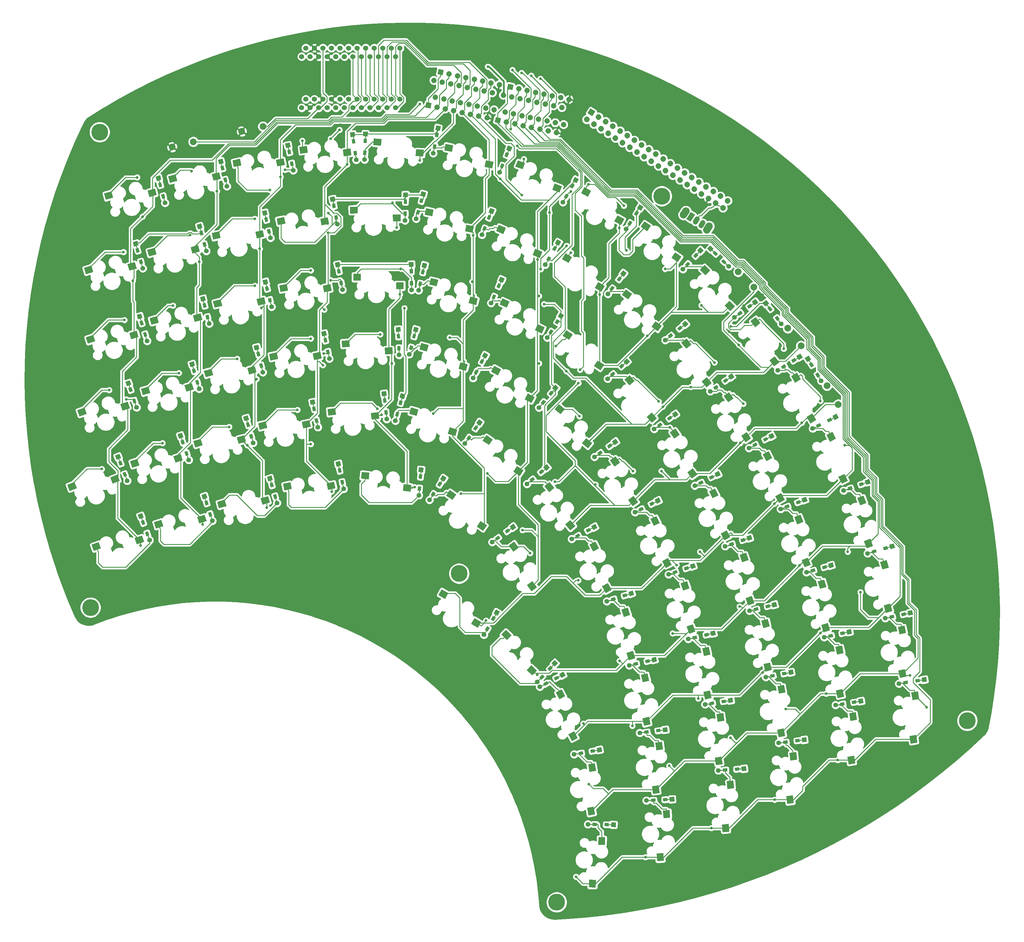
<source format=gbr>
G04 #@! TF.GenerationSoftware,KiCad,Pcbnew,(5.1.5)-3*
G04 #@! TF.CreationDate,2020-02-27T20:15:18+09:00*
G04 #@! TF.ProjectId,fan,66616e2e-6b69-4636-9164-5f7063625858,rev?*
G04 #@! TF.SameCoordinates,Original*
G04 #@! TF.FileFunction,Copper,L1,Top*
G04 #@! TF.FilePolarity,Positive*
%FSLAX46Y46*%
G04 Gerber Fmt 4.6, Leading zero omitted, Abs format (unit mm)*
G04 Created by KiCad (PCBNEW (5.1.5)-3) date 2020-02-27 20:15:18*
%MOMM*%
%LPD*%
G04 APERTURE LIST*
%ADD10C,0.100000*%
%ADD11R,2.300000X2.000000*%
%ADD12C,5.000000*%
%ADD13C,1.397000*%
%ADD14C,2.000000*%
%ADD15C,1.700000*%
%ADD16C,2.200000*%
%ADD17C,1.500000*%
%ADD18C,1.600000*%
%ADD19C,1.524000*%
%ADD20C,0.800000*%
%ADD21C,0.250000*%
%ADD22C,0.500000*%
%ADD23C,0.254000*%
G04 APERTURE END LIST*
G04 #@! TA.AperFunction,SMDPad,CuDef*
D10*
G36*
X327112265Y-245023009D02*
G01*
X325155970Y-245438832D01*
X324677773Y-243189093D01*
X326634068Y-242773270D01*
X327112265Y-245023009D01*
G37*
G04 #@! TD.AperFunction*
G04 #@! TA.AperFunction,SMDPad,CuDef*
G36*
X327268249Y-257973579D02*
G01*
X325311954Y-258389402D01*
X324833757Y-256139663D01*
X326790052Y-255723840D01*
X327268249Y-257973579D01*
G37*
G04 #@! TD.AperFunction*
G04 #@! TA.AperFunction,SMDPad,CuDef*
G36*
X164192884Y-118292341D02*
G01*
X164227789Y-120292036D01*
X161928140Y-120332177D01*
X161893235Y-118332482D01*
X164192884Y-118292341D01*
G37*
G04 #@! TD.AperFunction*
G04 #@! TA.AperFunction,SMDPad,CuDef*
G36*
X176935279Y-120610308D02*
G01*
X176970184Y-122610003D01*
X174670535Y-122650144D01*
X174635630Y-120650449D01*
X176935279Y-120610308D01*
G37*
G04 #@! TD.AperFunction*
D11*
X164018000Y-139256000D03*
X176718000Y-141796000D03*
G04 #@! TA.AperFunction,SMDPad,CuDef*
D10*
G36*
X209317723Y-146501483D02*
G01*
X208472487Y-148314099D01*
X206387979Y-147342077D01*
X207233215Y-145529461D01*
X209317723Y-146501483D01*
G37*
G04 #@! TD.AperFunction*
G04 #@! TA.AperFunction,SMDPad,CuDef*
G36*
X219754382Y-154170757D02*
G01*
X218909146Y-155983373D01*
X216824638Y-155011351D01*
X217669874Y-153198735D01*
X219754382Y-154170757D01*
G37*
G04 #@! TD.AperFunction*
G04 #@! TA.AperFunction,SMDPad,CuDef*
G36*
X91057065Y-113711160D02*
G01*
X91574703Y-115643012D01*
X89353073Y-116238296D01*
X88835435Y-114306444D01*
X91057065Y-113711160D01*
G37*
G04 #@! TD.AperFunction*
G04 #@! TA.AperFunction,SMDPad,CuDef*
G36*
X103981724Y-112877610D02*
G01*
X104499362Y-114809462D01*
X102277732Y-115404746D01*
X101760094Y-113472894D01*
X103981724Y-112877610D01*
G37*
G04 #@! TD.AperFunction*
G04 #@! TA.AperFunction,SMDPad,CuDef*
G36*
X171258532Y-98146259D02*
G01*
X171153860Y-100143518D01*
X168857012Y-100023145D01*
X168961684Y-98025886D01*
X171258532Y-98146259D01*
G37*
G04 #@! TD.AperFunction*
G04 #@! TA.AperFunction,SMDPad,CuDef*
G36*
X183808194Y-101347444D02*
G01*
X183703522Y-103344703D01*
X181406674Y-103224330D01*
X181511346Y-101227071D01*
X183808194Y-101347444D01*
G37*
G04 #@! TD.AperFunction*
D12*
X194309000Y-227330000D03*
X84813000Y-237425000D03*
X223305000Y-325029000D03*
X345273000Y-271053000D03*
X254516000Y-115150000D03*
X87538000Y-96125000D03*
D13*
X256563574Y-227584415D03*
G04 #@! TA.AperFunction,ComponentPad*
D10*
G36*
X264201461Y-224215731D02*
G01*
X264656280Y-225536620D01*
X263335391Y-225991439D01*
X262880572Y-224670550D01*
X264201461Y-224215731D01*
G37*
G04 #@! TD.AperFunction*
G04 #@! TA.AperFunction,SMDPad,CuDef*
G36*
X262304237Y-225105376D02*
G01*
X262613527Y-226003619D01*
X261384353Y-226426858D01*
X261075063Y-225528615D01*
X262304237Y-225105376D01*
G37*
G04 #@! TD.AperFunction*
G04 #@! TA.AperFunction,SMDPad,CuDef*
G36*
X258947647Y-226261142D02*
G01*
X259256937Y-227159385D01*
X258027763Y-227582624D01*
X257718473Y-226684381D01*
X258947647Y-226261142D01*
G37*
G04 #@! TD.AperFunction*
D13*
X218032979Y-178008629D03*
G04 #@! TA.AperFunction,ComponentPad*
D10*
G36*
X222844926Y-171187302D02*
G01*
X223915090Y-172085276D01*
X223017116Y-173155440D01*
X221946952Y-172257466D01*
X222844926Y-171187302D01*
G37*
G04 #@! TD.AperFunction*
G04 #@! TA.AperFunction,SMDPad,CuDef*
G36*
X221676889Y-172927018D02*
G01*
X222404631Y-173537666D01*
X221569007Y-174533524D01*
X220841265Y-173922876D01*
X221676889Y-172927018D01*
G37*
G04 #@! TD.AperFunction*
G04 #@! TA.AperFunction,SMDPad,CuDef*
G36*
X219394993Y-175646476D02*
G01*
X220122735Y-176257124D01*
X219287111Y-177252982D01*
X218559369Y-176642334D01*
X219394993Y-175646476D01*
G37*
G04 #@! TD.AperFunction*
G04 #@! TA.AperFunction,SMDPad,CuDef*
G36*
X192563347Y-100030261D02*
G01*
X192181729Y-101993516D01*
X189923987Y-101554655D01*
X190305605Y-99591400D01*
X192563347Y-100030261D01*
G37*
G04 #@! TD.AperFunction*
G04 #@! TA.AperFunction,SMDPad,CuDef*
G36*
X204545357Y-104946868D02*
G01*
X204163739Y-106910123D01*
X201905997Y-106471262D01*
X202287615Y-104508007D01*
X204545357Y-104946868D01*
G37*
G04 #@! TD.AperFunction*
G04 #@! TA.AperFunction,SMDPad,CuDef*
G36*
X237661476Y-307995501D02*
G01*
X235661781Y-307960596D01*
X235701922Y-305660947D01*
X237701617Y-305695852D01*
X237661476Y-307995501D01*
G37*
G04 #@! TD.AperFunction*
G04 #@! TA.AperFunction,SMDPad,CuDef*
G36*
X234900217Y-320649238D02*
G01*
X232900522Y-320614333D01*
X232940663Y-318314684D01*
X234940358Y-318349589D01*
X234900217Y-320649238D01*
G37*
G04 #@! TD.AperFunction*
G04 #@! TA.AperFunction,SMDPad,CuDef*
G36*
X245723219Y-144223393D02*
G01*
X244547648Y-145841427D01*
X242686909Y-144489521D01*
X243862480Y-142871487D01*
X245723219Y-144223393D01*
G37*
G04 #@! TD.AperFunction*
G04 #@! TA.AperFunction,SMDPad,CuDef*
G36*
X254504760Y-153743169D02*
G01*
X253329189Y-155361203D01*
X251468450Y-154009297D01*
X252644021Y-152391263D01*
X254504760Y-153743169D01*
G37*
G04 #@! TD.AperFunction*
G04 #@! TA.AperFunction,SMDPad,CuDef*
G36*
X80035998Y-200114062D02*
G01*
X80752733Y-201981223D01*
X78605498Y-202805470D01*
X77888763Y-200938309D01*
X80035998Y-200114062D01*
G37*
G04 #@! TD.AperFunction*
G04 #@! TA.AperFunction,SMDPad,CuDef*
G36*
X92802724Y-197934083D02*
G01*
X93519459Y-199801244D01*
X91372224Y-200625491D01*
X90655489Y-198758330D01*
X92802724Y-197934083D01*
G37*
G04 #@! TD.AperFunction*
D13*
X247969399Y-274679322D03*
G04 #@! TA.AperFunction,ComponentPad*
D10*
G36*
X256140769Y-272972259D02*
G01*
X256311020Y-274358846D01*
X254924433Y-274529097D01*
X254754182Y-273142510D01*
X256140769Y-272972259D01*
G37*
G04 #@! TD.AperFunction*
G04 #@! TA.AperFunction,SMDPad,CuDef*
G36*
X254100036Y-273448008D02*
G01*
X254215812Y-274390926D01*
X252925502Y-274549356D01*
X252809726Y-273606438D01*
X254100036Y-273448008D01*
G37*
G04 #@! TD.AperFunction*
G04 #@! TA.AperFunction,SMDPad,CuDef*
G36*
X250576498Y-273880644D02*
G01*
X250692274Y-274823562D01*
X249401964Y-274981992D01*
X249286188Y-274039074D01*
X250576498Y-273880644D01*
G37*
G04 #@! TD.AperFunction*
D13*
X306150907Y-266426015D03*
G04 #@! TA.AperFunction,ComponentPad*
D10*
G36*
X314257724Y-264434815D02*
G01*
X314476263Y-265814616D01*
X313096462Y-266033155D01*
X312877923Y-264653354D01*
X314257724Y-264434815D01*
G37*
G04 #@! TD.AperFunction*
G04 #@! TA.AperFunction,SMDPad,CuDef*
G36*
X312234838Y-264981495D02*
G01*
X312383451Y-265919799D01*
X311099456Y-266123163D01*
X310950843Y-265184859D01*
X312234838Y-264981495D01*
G37*
G04 #@! TD.AperFunction*
G04 #@! TA.AperFunction,SMDPad,CuDef*
G36*
X308728544Y-265536837D02*
G01*
X308877157Y-266475141D01*
X307593162Y-266678505D01*
X307444549Y-265740201D01*
X308728544Y-265536837D01*
G37*
G04 #@! TD.AperFunction*
D13*
X289276399Y-277668322D03*
G04 #@! TA.AperFunction,ComponentPad*
D10*
G36*
X297447769Y-275961259D02*
G01*
X297618020Y-277347846D01*
X296231433Y-277518097D01*
X296061182Y-276131510D01*
X297447769Y-275961259D01*
G37*
G04 #@! TD.AperFunction*
G04 #@! TA.AperFunction,SMDPad,CuDef*
G36*
X295407036Y-276437008D02*
G01*
X295522812Y-277379926D01*
X294232502Y-277538356D01*
X294116726Y-276595438D01*
X295407036Y-276437008D01*
G37*
G04 #@! TD.AperFunction*
G04 #@! TA.AperFunction,SMDPad,CuDef*
G36*
X291883498Y-276869644D02*
G01*
X291999274Y-277812562D01*
X290708964Y-277970992D01*
X290593188Y-277028074D01*
X291883498Y-276869644D01*
G37*
G04 #@! TD.AperFunction*
D13*
X249966221Y-294805400D03*
G04 #@! TA.AperFunction,ComponentPad*
D10*
G36*
X258236765Y-293672501D02*
G01*
X258309878Y-295067586D01*
X256914793Y-295140699D01*
X256841680Y-293745614D01*
X258236765Y-293672501D01*
G37*
G04 #@! TD.AperFunction*
G04 #@! TA.AperFunction,SMDPad,CuDef*
G36*
X256167817Y-294004737D02*
G01*
X256217536Y-294953435D01*
X254919317Y-295021471D01*
X254869598Y-294072773D01*
X256167817Y-294004737D01*
G37*
G04 #@! TD.AperFunction*
G04 #@! TA.AperFunction,SMDPad,CuDef*
G36*
X252622683Y-294190529D02*
G01*
X252672402Y-295139227D01*
X251374183Y-295207263D01*
X251324464Y-294258565D01*
X252622683Y-294190529D01*
G37*
G04 #@! TD.AperFunction*
D13*
X182292936Y-143162350D03*
G04 #@! TA.AperFunction,ComponentPad*
D10*
G36*
X183483595Y-134899924D02*
G01*
X184844790Y-135214181D01*
X184530533Y-136575376D01*
X183169338Y-136261119D01*
X183483595Y-134899924D01*
G37*
G04 #@! TD.AperFunction*
G04 #@! TA.AperFunction,SMDPad,CuDef*
G36*
X183232680Y-136980301D02*
G01*
X184158332Y-137194004D01*
X183865896Y-138460685D01*
X182940244Y-138246982D01*
X183232680Y-136980301D01*
G37*
G04 #@! TD.AperFunction*
G04 #@! TA.AperFunction,SMDPad,CuDef*
G36*
X182434104Y-140439315D02*
G01*
X183359756Y-140653018D01*
X183067320Y-141919699D01*
X182141668Y-141705996D01*
X182434104Y-140439315D01*
G37*
G04 #@! TD.AperFunction*
D13*
X201114749Y-126661570D03*
G04 #@! TA.AperFunction,ComponentPad*
D10*
G36*
X203583276Y-118687129D02*
G01*
X204878552Y-119210455D01*
X204355226Y-120505731D01*
X203059950Y-119982405D01*
X203583276Y-118687129D01*
G37*
G04 #@! TD.AperFunction*
G04 #@! TA.AperFunction,SMDPad,CuDef*
G36*
X203010009Y-120702641D02*
G01*
X203890834Y-121058518D01*
X203403845Y-122263857D01*
X202523020Y-121907980D01*
X203010009Y-120702641D01*
G37*
G04 #@! TD.AperFunction*
G04 #@! TA.AperFunction,SMDPad,CuDef*
G36*
X201680155Y-123994143D02*
G01*
X202560980Y-124350020D01*
X202073991Y-125555359D01*
X201193166Y-125199482D01*
X201680155Y-123994143D01*
G37*
G04 #@! TD.AperFunction*
D13*
X186623018Y-102390000D03*
G04 #@! TA.AperFunction,ComponentPad*
D10*
G36*
X187524595Y-94091053D02*
G01*
X188895929Y-94357613D01*
X188629369Y-95728947D01*
X187258035Y-95462387D01*
X187524595Y-94091053D01*
G37*
G04 #@! TD.AperFunction*
G04 #@! TA.AperFunction,SMDPad,CuDef*
G36*
X187346439Y-96178920D02*
G01*
X188278985Y-96360189D01*
X188030933Y-97636304D01*
X187098387Y-97455035D01*
X187346439Y-96178920D01*
G37*
G04 #@! TD.AperFunction*
G04 #@! TA.AperFunction,SMDPad,CuDef*
G36*
X186669067Y-99663696D02*
G01*
X187601613Y-99844965D01*
X187353561Y-101121080D01*
X186421015Y-100939811D01*
X186669067Y-99663696D01*
G37*
G04 #@! TD.AperFunction*
D13*
X232575580Y-301849506D03*
G04 #@! TA.AperFunction,ComponentPad*
D10*
G36*
X240905004Y-301296291D02*
G01*
X240880623Y-302693078D01*
X239483836Y-302668697D01*
X239508217Y-301271910D01*
X240905004Y-301296291D01*
G37*
G04 #@! TD.AperFunction*
G04 #@! TA.AperFunction,SMDPad,CuDef*
G36*
X238817921Y-301483394D02*
G01*
X238801341Y-302433250D01*
X237501539Y-302410562D01*
X237518119Y-301460706D01*
X238817921Y-301483394D01*
G37*
G04 #@! TD.AperFunction*
G04 #@! TA.AperFunction,SMDPad,CuDef*
G36*
X235268461Y-301421438D02*
G01*
X235251881Y-302371294D01*
X233952079Y-302348606D01*
X233968659Y-301398750D01*
X235268461Y-301421438D01*
G37*
G04 #@! TD.AperFunction*
D13*
X217543586Y-259575458D03*
G04 #@! TA.AperFunction,ComponentPad*
D10*
G36*
X222705939Y-253015316D02*
G01*
X223727640Y-253968067D01*
X222774889Y-254989768D01*
X221753188Y-254037017D01*
X222705939Y-253015316D01*
G37*
G04 #@! TD.AperFunction*
G04 #@! TA.AperFunction,SMDPad,CuDef*
G36*
X221448453Y-254691518D02*
G01*
X222143239Y-255339416D01*
X221256641Y-256290176D01*
X220561855Y-255642278D01*
X221448453Y-254691518D01*
G37*
G04 #@! TD.AperFunction*
G04 #@! TA.AperFunction,SMDPad,CuDef*
G36*
X219027359Y-257287824D02*
G01*
X219722145Y-257935722D01*
X218835547Y-258886482D01*
X218140761Y-258238584D01*
X219027359Y-257287824D01*
G37*
G04 #@! TD.AperFunction*
D13*
X214465371Y-200691021D03*
G04 #@! TA.AperFunction,ComponentPad*
D10*
G36*
X220388724Y-194808910D02*
G01*
X221286698Y-195879074D01*
X220216534Y-196777048D01*
X219318560Y-195706884D01*
X220388724Y-194808910D01*
G37*
G04 #@! TD.AperFunction*
G04 #@! TA.AperFunction,SMDPad,CuDef*
G36*
X218936334Y-196319369D02*
G01*
X219546982Y-197047111D01*
X218551124Y-197882735D01*
X217940476Y-197154993D01*
X218936334Y-196319369D01*
G37*
G04 #@! TD.AperFunction*
G04 #@! TA.AperFunction,SMDPad,CuDef*
G36*
X216216876Y-198601265D02*
G01*
X216827524Y-199329007D01*
X215831666Y-200164631D01*
X215221018Y-199436889D01*
X216216876Y-198601265D01*
G37*
G04 #@! TD.AperFunction*
D13*
X238445618Y-169420388D03*
G04 #@! TA.AperFunction,ComponentPad*
D10*
G36*
X244160081Y-163335138D02*
G01*
X245094856Y-164373311D01*
X244056683Y-165308086D01*
X243121908Y-164269913D01*
X244160081Y-163335138D01*
G37*
G04 #@! TD.AperFunction*
G04 #@! TA.AperFunction,SMDPad,CuDef*
G36*
X242761289Y-164895364D02*
G01*
X243396963Y-165601352D01*
X242430875Y-166471222D01*
X241795201Y-165765234D01*
X242761289Y-164895364D01*
G37*
G04 #@! TD.AperFunction*
G04 #@! TA.AperFunction,SMDPad,CuDef*
G36*
X240123125Y-167270778D02*
G01*
X240758799Y-167976766D01*
X239792711Y-168846636D01*
X239157037Y-168140648D01*
X240123125Y-167270778D01*
G37*
G04 #@! TD.AperFunction*
D13*
X219916000Y-135543557D03*
G04 #@! TA.AperFunction,ComponentPad*
D10*
G36*
X223470331Y-127990274D02*
G01*
X224680169Y-128688774D01*
X223981669Y-129898612D01*
X222771831Y-129200112D01*
X223470331Y-127990274D01*
G37*
G04 #@! TD.AperFunction*
G04 #@! TA.AperFunction,SMDPad,CuDef*
G36*
X222622138Y-129906388D02*
G01*
X223444862Y-130381388D01*
X222794862Y-131507222D01*
X221972138Y-131032222D01*
X222622138Y-129906388D01*
G37*
G04 #@! TD.AperFunction*
G04 #@! TA.AperFunction,SMDPad,CuDef*
G36*
X220847138Y-132980778D02*
G01*
X221669862Y-133455778D01*
X221019862Y-134581612D01*
X220197138Y-134106612D01*
X220847138Y-132980778D01*
G37*
G04 #@! TD.AperFunction*
D13*
X175387822Y-181925407D03*
G04 #@! TA.AperFunction,ComponentPad*
D10*
G36*
X177009269Y-173736619D02*
G01*
X178352152Y-174121684D01*
X177967087Y-175464567D01*
X176624204Y-175079502D01*
X177009269Y-173736619D01*
G37*
G04 #@! TD.AperFunction*
G04 #@! TA.AperFunction,SMDPad,CuDef*
G36*
X176649821Y-175801012D02*
G01*
X177563020Y-176062868D01*
X177204691Y-177312508D01*
X176291492Y-177050652D01*
X176649821Y-175801012D01*
G37*
G04 #@! TD.AperFunction*
G04 #@! TA.AperFunction,SMDPad,CuDef*
G36*
X175671309Y-179213492D02*
G01*
X176584508Y-179475348D01*
X176226179Y-180724988D01*
X175312980Y-180463132D01*
X175671309Y-179213492D01*
G37*
G04 #@! TD.AperFunction*
D13*
X163727250Y-104380921D03*
G04 #@! TA.AperFunction,ComponentPad*
D10*
G36*
X161877835Y-96240589D02*
G01*
X163261240Y-96046164D01*
X163455665Y-97429569D01*
X162072260Y-97623994D01*
X161877835Y-96240589D01*
G37*
G04 #@! TD.AperFunction*
G04 #@! TA.AperFunction,SMDPad,CuDef*
G36*
X162389128Y-98272707D02*
G01*
X163329883Y-98140493D01*
X163510808Y-99427841D01*
X162570053Y-99560055D01*
X162389128Y-98272707D01*
G37*
G04 #@! TD.AperFunction*
G04 #@! TA.AperFunction,SMDPad,CuDef*
G36*
X162883192Y-101788159D02*
G01*
X163823947Y-101655945D01*
X164004872Y-102943293D01*
X163064117Y-103075507D01*
X162883192Y-101788159D01*
G37*
G04 #@! TD.AperFunction*
D13*
X178260506Y-122382420D03*
G04 #@! TA.AperFunction,ComponentPad*
D10*
G36*
X177707291Y-114052996D02*
G01*
X179104078Y-114077377D01*
X179079697Y-115474164D01*
X177682910Y-115449783D01*
X177707291Y-114052996D01*
G37*
G04 #@! TD.AperFunction*
G04 #@! TA.AperFunction,SMDPad,CuDef*
G36*
X177894394Y-116140079D02*
G01*
X178844250Y-116156659D01*
X178821562Y-117456461D01*
X177871706Y-117439881D01*
X177894394Y-116140079D01*
G37*
G04 #@! TD.AperFunction*
G04 #@! TA.AperFunction,SMDPad,CuDef*
G36*
X177832438Y-119689539D02*
G01*
X178782294Y-119706119D01*
X178759606Y-121005921D01*
X177809750Y-120989341D01*
X177832438Y-119689539D01*
G37*
G04 #@! TD.AperFunction*
D13*
X260821586Y-136862458D03*
G04 #@! TA.AperFunction,ComponentPad*
D10*
G36*
X265983939Y-130302316D02*
G01*
X267005640Y-131255067D01*
X266052889Y-132276768D01*
X265031188Y-131324017D01*
X265983939Y-130302316D01*
G37*
G04 #@! TD.AperFunction*
G04 #@! TA.AperFunction,SMDPad,CuDef*
G36*
X264726453Y-131978518D02*
G01*
X265421239Y-132626416D01*
X264534641Y-133577176D01*
X263839855Y-132929278D01*
X264726453Y-131978518D01*
G37*
G04 #@! TD.AperFunction*
G04 #@! TA.AperFunction,SMDPad,CuDef*
G36*
X262305359Y-134574824D02*
G01*
X263000145Y-135222722D01*
X262113547Y-136173482D01*
X261418761Y-135525584D01*
X262305359Y-134574824D01*
G37*
G04 #@! TD.AperFunction*
D13*
X201697000Y-245531557D03*
G04 #@! TA.AperFunction,ComponentPad*
D10*
G36*
X205251331Y-237978274D02*
G01*
X206461169Y-238676774D01*
X205762669Y-239886612D01*
X204552831Y-239188112D01*
X205251331Y-237978274D01*
G37*
G04 #@! TD.AperFunction*
G04 #@! TA.AperFunction,SMDPad,CuDef*
G36*
X204403138Y-239894388D02*
G01*
X205225862Y-240369388D01*
X204575862Y-241495222D01*
X203753138Y-241020222D01*
X204403138Y-239894388D01*
G37*
G04 #@! TD.AperFunction*
G04 #@! TA.AperFunction,SMDPad,CuDef*
G36*
X202628138Y-242968778D02*
G01*
X203450862Y-243443778D01*
X202800862Y-244569612D01*
X201978138Y-244094612D01*
X202628138Y-242968778D01*
G37*
G04 #@! TD.AperFunction*
D13*
X185512925Y-205457335D03*
G04 #@! TA.AperFunction,ComponentPad*
D10*
G36*
X189457694Y-198100423D02*
G01*
X190629317Y-198861284D01*
X189868456Y-200032907D01*
X188696833Y-199272046D01*
X189457694Y-198100423D01*
G37*
G04 #@! TD.AperFunction*
G04 #@! TA.AperFunction,SMDPad,CuDef*
G36*
X188510381Y-199969521D02*
G01*
X189307118Y-200486928D01*
X188599087Y-201577199D01*
X187802350Y-201059792D01*
X188510381Y-199969521D01*
G37*
G04 #@! TD.AperFunction*
G04 #@! TA.AperFunction,SMDPad,CuDef*
G36*
X186576913Y-202946801D02*
G01*
X187373650Y-203464208D01*
X186665619Y-204554479D01*
X185868882Y-204037072D01*
X186576913Y-202946801D01*
G37*
G04 #@! TD.AperFunction*
D13*
X225145000Y-116949557D03*
G04 #@! TA.AperFunction,ComponentPad*
D10*
G36*
X228699331Y-109396274D02*
G01*
X229909169Y-110094774D01*
X229210669Y-111304612D01*
X228000831Y-110606112D01*
X228699331Y-109396274D01*
G37*
G04 #@! TD.AperFunction*
G04 #@! TA.AperFunction,SMDPad,CuDef*
G36*
X227851138Y-111312388D02*
G01*
X228673862Y-111787388D01*
X228023862Y-112913222D01*
X227201138Y-112438222D01*
X227851138Y-111312388D01*
G37*
G04 #@! TD.AperFunction*
G04 #@! TA.AperFunction,SMDPad,CuDef*
G36*
X226076138Y-114386778D02*
G01*
X226898862Y-114861778D01*
X226248862Y-115987612D01*
X225426138Y-115512612D01*
X226076138Y-114386778D01*
G37*
G04 #@! TD.AperFunction*
D13*
X206357749Y-108047570D03*
G04 #@! TA.AperFunction,ComponentPad*
D10*
G36*
X208826276Y-100073129D02*
G01*
X210121552Y-100596455D01*
X209598226Y-101891731D01*
X208302950Y-101368405D01*
X208826276Y-100073129D01*
G37*
G04 #@! TD.AperFunction*
G04 #@! TA.AperFunction,SMDPad,CuDef*
G36*
X208253009Y-102088641D02*
G01*
X209133834Y-102444518D01*
X208646845Y-103649857D01*
X207766020Y-103293980D01*
X208253009Y-102088641D01*
G37*
G04 #@! TD.AperFunction*
G04 #@! TA.AperFunction,SMDPad,CuDef*
G36*
X206923155Y-105380143D02*
G01*
X207803980Y-105736020D01*
X207316991Y-106941359D01*
X206436166Y-106585482D01*
X206923155Y-105380143D01*
G37*
G04 #@! TD.AperFunction*
D13*
X158181982Y-123526000D03*
G04 #@! TA.AperFunction,ComponentPad*
D10*
G36*
X155909071Y-115493613D02*
G01*
X157280405Y-115227053D01*
X157546965Y-116598387D01*
X156175631Y-116864947D01*
X155909071Y-115493613D01*
G37*
G04 #@! TD.AperFunction*
G04 #@! TA.AperFunction,SMDPad,CuDef*
G36*
X156526015Y-117496189D02*
G01*
X157458561Y-117314920D01*
X157706613Y-118591035D01*
X156774067Y-118772304D01*
X156526015Y-117496189D01*
G37*
G04 #@! TD.AperFunction*
G04 #@! TA.AperFunction,SMDPad,CuDef*
G36*
X157203387Y-120980965D02*
G01*
X158135933Y-120799696D01*
X158383985Y-122075811D01*
X157451439Y-122257080D01*
X157203387Y-120980965D01*
G37*
G04 #@! TD.AperFunction*
D13*
X182349937Y-204063502D03*
G04 #@! TA.AperFunction,ComponentPad*
D10*
G36*
X182379099Y-195715778D02*
G01*
X183770783Y-195837534D01*
X183649027Y-197229218D01*
X182257343Y-197107462D01*
X182379099Y-195715778D01*
G37*
G04 #@! TD.AperFunction*
G04 #@! TA.AperFunction,SMDPad,CuDef*
G36*
X182420160Y-197810828D02*
G01*
X183366545Y-197893626D01*
X183253242Y-199188680D01*
X182306857Y-199105882D01*
X182420160Y-197810828D01*
G37*
G04 #@! TD.AperFunction*
G04 #@! TA.AperFunction,SMDPad,CuDef*
G36*
X182110758Y-201347320D02*
G01*
X183057143Y-201430118D01*
X182943840Y-202725172D01*
X181997455Y-202642374D01*
X182110758Y-201347320D01*
G37*
G04 #@! TD.AperFunction*
G04 #@! TA.AperFunction,SMDPad,CuDef*
G36*
X257357784Y-155870841D02*
G01*
X257955638Y-156609130D01*
X256945348Y-157427247D01*
X256347494Y-156688958D01*
X257357784Y-155870841D01*
G37*
G04 #@! TD.AperFunction*
G04 #@! TA.AperFunction,SMDPad,CuDef*
G36*
X260116652Y-153636753D02*
G01*
X260714506Y-154375042D01*
X259704216Y-155193159D01*
X259106362Y-154454870D01*
X260116652Y-153636753D01*
G37*
G04 #@! TD.AperFunction*
G04 #@! TA.AperFunction,ComponentPad*
G36*
X261595182Y-152151872D02*
G01*
X262474343Y-153237545D01*
X261388670Y-154116706D01*
X260509509Y-153031033D01*
X261595182Y-152151872D01*
G37*
G04 #@! TD.AperFunction*
D13*
X255570074Y-157929711D03*
X238522085Y-144225801D03*
G04 #@! TA.AperFunction,ComponentPad*
D10*
G36*
X242970436Y-137161984D02*
G01*
X244086130Y-138002720D01*
X243245394Y-139118414D01*
X242129700Y-138277678D01*
X242970436Y-137161984D01*
G37*
G04 #@! TD.AperFunction*
G04 #@! TA.AperFunction,SMDPad,CuDef*
G36*
X241895050Y-138960447D02*
G01*
X242653754Y-139532171D01*
X241871394Y-140570397D01*
X241112690Y-139998673D01*
X241895050Y-138960447D01*
G37*
G04 #@! TD.AperFunction*
G04 #@! TA.AperFunction,SMDPad,CuDef*
G36*
X239758606Y-141795603D02*
G01*
X240517310Y-142367327D01*
X239734950Y-143405553D01*
X238976246Y-142833829D01*
X239758606Y-141795603D01*
G37*
G04 #@! TD.AperFunction*
D13*
X145033144Y-107489742D03*
G04 #@! TA.AperFunction,ComponentPad*
D10*
G36*
X142620394Y-99498248D02*
G01*
X143986866Y-99207796D01*
X144277318Y-100574268D01*
X142910846Y-100864720D01*
X142620394Y-99498248D01*
G37*
G04 #@! TD.AperFunction*
G04 #@! TA.AperFunction,SMDPad,CuDef*
G36*
X143272194Y-101489750D02*
G01*
X144201435Y-101292234D01*
X144471720Y-102563826D01*
X143542479Y-102761342D01*
X143272194Y-101489750D01*
G37*
G04 #@! TD.AperFunction*
G04 #@! TA.AperFunction,SMDPad,CuDef*
G36*
X144010280Y-104962174D02*
G01*
X144939521Y-104764658D01*
X145209806Y-106036250D01*
X144280565Y-106233766D01*
X144010280Y-104962174D01*
G37*
G04 #@! TD.AperFunction*
D13*
X159676982Y-142990000D03*
G04 #@! TA.AperFunction,ComponentPad*
D10*
G36*
X157404071Y-134957613D02*
G01*
X158775405Y-134691053D01*
X159041965Y-136062387D01*
X157670631Y-136328947D01*
X157404071Y-134957613D01*
G37*
G04 #@! TD.AperFunction*
G04 #@! TA.AperFunction,SMDPad,CuDef*
G36*
X158021015Y-136960189D02*
G01*
X158953561Y-136778920D01*
X159201613Y-138055035D01*
X158269067Y-138236304D01*
X158021015Y-136960189D01*
G37*
G04 #@! TD.AperFunction*
G04 #@! TA.AperFunction,SMDPad,CuDef*
G36*
X158698387Y-140444965D02*
G01*
X159630933Y-140263696D01*
X159878985Y-141539811D01*
X158946439Y-141721080D01*
X158698387Y-140444965D01*
G37*
G04 #@! TD.AperFunction*
D13*
X220510008Y-157219063D03*
G04 #@! TA.AperFunction,ComponentPad*
D10*
G36*
X224325779Y-149794427D02*
G01*
X225510502Y-150534724D01*
X224770205Y-151719447D01*
X223585482Y-150979150D01*
X224325779Y-149794427D01*
G37*
G04 #@! TD.AperFunction*
G04 #@! TA.AperFunction,SMDPad,CuDef*
G36*
X223411232Y-151679772D02*
G01*
X224216877Y-152183195D01*
X223527982Y-153285658D01*
X222722337Y-152782235D01*
X223411232Y-151679772D01*
G37*
G04 #@! TD.AperFunction*
G04 #@! TA.AperFunction,SMDPad,CuDef*
G36*
X221530018Y-154690342D02*
G01*
X222335663Y-155193765D01*
X221646768Y-156296228D01*
X220841123Y-155792805D01*
X221530018Y-154690342D01*
G37*
G04 #@! TD.AperFunction*
D13*
X203832333Y-146934608D03*
G04 #@! TA.AperFunction,ComponentPad*
D10*
G36*
X206577661Y-139051175D02*
G01*
X207853884Y-139619386D01*
X207285673Y-140895609D01*
X206009450Y-140327398D01*
X206577661Y-139051175D01*
G37*
G04 #@! TD.AperFunction*
G04 #@! TA.AperFunction,SMDPad,CuDef*
G36*
X205934403Y-141045453D02*
G01*
X206802271Y-141431852D01*
X206273513Y-142619461D01*
X205405645Y-142233062D01*
X205934403Y-141045453D01*
G37*
G04 #@! TD.AperFunction*
G04 #@! TA.AperFunction,SMDPad,CuDef*
G36*
X204490487Y-144288539D02*
G01*
X205358355Y-144674938D01*
X204829597Y-145862547D01*
X203961729Y-145476148D01*
X204490487Y-144288539D01*
G37*
G04 #@! TD.AperFunction*
D13*
X180216494Y-143059420D03*
G04 #@! TA.AperFunction,ComponentPad*
D10*
G36*
X179372922Y-134754377D02*
G01*
X180769709Y-134729996D01*
X180794090Y-136126783D01*
X179397303Y-136151164D01*
X179372922Y-134754377D01*
G37*
G04 #@! TD.AperFunction*
G04 #@! TA.AperFunction,SMDPad,CuDef*
G36*
X179632750Y-136833659D02*
G01*
X180582606Y-136817079D01*
X180605294Y-138116881D01*
X179655438Y-138133461D01*
X179632750Y-136833659D01*
G37*
G04 #@! TD.AperFunction*
G04 #@! TA.AperFunction,SMDPad,CuDef*
G36*
X179694706Y-140383119D02*
G01*
X180644562Y-140366539D01*
X180667250Y-141666341D01*
X179717394Y-141682921D01*
X179694706Y-140383119D01*
G37*
G04 #@! TD.AperFunction*
D13*
X176485967Y-162388679D03*
G04 #@! TA.AperFunction,ComponentPad*
D10*
G36*
X175497581Y-154099624D02*
G01*
X176893730Y-154050869D01*
X176942485Y-155447018D01*
X175546336Y-155495773D01*
X175497581Y-154099624D01*
G37*
G04 #@! TD.AperFunction*
G04 #@! TA.AperFunction,SMDPad,CuDef*
G36*
X175793658Y-156174054D02*
G01*
X176743079Y-156140900D01*
X176788448Y-157440108D01*
X175839027Y-157473262D01*
X175793658Y-156174054D01*
G37*
G04 #@! TD.AperFunction*
G04 #@! TA.AperFunction,SMDPad,CuDef*
G36*
X175917552Y-159721892D02*
G01*
X176866973Y-159688738D01*
X176912342Y-160987946D01*
X175962921Y-161021100D01*
X175917552Y-159721892D01*
G37*
G04 #@! TD.AperFunction*
D13*
X172813253Y-181441128D03*
G04 #@! TA.AperFunction,ComponentPad*
D10*
G36*
X171249060Y-173241212D02*
G01*
X172638407Y-173095185D01*
X172784434Y-174484532D01*
X171395087Y-174630559D01*
X171249060Y-173241212D01*
G37*
G04 #@! TD.AperFunction*
G04 #@! TA.AperFunction,SMDPad,CuDef*
G36*
X171689121Y-175289936D02*
G01*
X172633916Y-175190634D01*
X172769803Y-176483512D01*
X171825008Y-176582814D01*
X171689121Y-175289936D01*
G37*
G04 #@! TD.AperFunction*
G04 #@! TA.AperFunction,SMDPad,CuDef*
G36*
X172060197Y-178820488D02*
G01*
X173004992Y-178721186D01*
X173140879Y-180014064D01*
X172196084Y-180113366D01*
X172060197Y-178820488D01*
G37*
G04 #@! TD.AperFunction*
D13*
X166245033Y-104298679D03*
G04 #@! TA.AperFunction,ComponentPad*
D10*
G36*
X165837270Y-95960869D02*
G01*
X167233419Y-96009624D01*
X167184664Y-97405773D01*
X165788515Y-97357018D01*
X165837270Y-95960869D01*
G37*
G04 #@! TD.AperFunction*
G04 #@! TA.AperFunction,SMDPad,CuDef*
G36*
X165987921Y-98050900D02*
G01*
X166937342Y-98084054D01*
X166891973Y-99383262D01*
X165942552Y-99350108D01*
X165987921Y-98050900D01*
G37*
G04 #@! TD.AperFunction*
G04 #@! TA.AperFunction,SMDPad,CuDef*
G36*
X165864027Y-101598738D02*
G01*
X166813448Y-101631892D01*
X166768079Y-102931100D01*
X165818658Y-102897946D01*
X165864027Y-101598738D01*
G37*
G04 #@! TD.AperFunction*
D13*
X285430000Y-258116982D03*
G04 #@! TA.AperFunction,ComponentPad*
D10*
G36*
X293462387Y-255844071D02*
G01*
X293728947Y-257215405D01*
X292357613Y-257481965D01*
X292091053Y-256110631D01*
X293462387Y-255844071D01*
G37*
G04 #@! TD.AperFunction*
G04 #@! TA.AperFunction,SMDPad,CuDef*
G36*
X291459811Y-256461015D02*
G01*
X291641080Y-257393561D01*
X290364965Y-257641613D01*
X290183696Y-256709067D01*
X291459811Y-256461015D01*
G37*
G04 #@! TD.AperFunction*
G04 #@! TA.AperFunction,SMDPad,CuDef*
G36*
X287975035Y-257138387D02*
G01*
X288156304Y-258070933D01*
X286880189Y-258318985D01*
X286698920Y-257386439D01*
X287975035Y-257138387D01*
G37*
G04 #@! TD.AperFunction*
D13*
X267410907Y-266202015D03*
G04 #@! TA.AperFunction,ComponentPad*
D10*
G36*
X275517724Y-264210815D02*
G01*
X275736263Y-265590616D01*
X274356462Y-265809155D01*
X274137923Y-264429354D01*
X275517724Y-264210815D01*
G37*
G04 #@! TD.AperFunction*
G04 #@! TA.AperFunction,SMDPad,CuDef*
G36*
X273494838Y-264757495D02*
G01*
X273643451Y-265695799D01*
X272359456Y-265899163D01*
X272210843Y-264960859D01*
X273494838Y-264757495D01*
G37*
G04 #@! TD.AperFunction*
G04 #@! TA.AperFunction,SMDPad,CuDef*
G36*
X269988544Y-265312837D02*
G01*
X270137157Y-266251141D01*
X268853162Y-266454505D01*
X268704549Y-265516201D01*
X269988544Y-265312837D01*
G37*
G04 #@! TD.AperFunction*
D13*
X228490882Y-281048600D03*
G04 #@! TA.AperFunction,ComponentPad*
D10*
G36*
X236561713Y-278916219D02*
G01*
X236804299Y-280291995D01*
X235428523Y-280534581D01*
X235185937Y-279158805D01*
X236561713Y-278916219D01*
G37*
G04 #@! TD.AperFunction*
G04 #@! TA.AperFunction,SMDPad,CuDef*
G36*
X234548676Y-279498119D02*
G01*
X234713642Y-280433686D01*
X233433392Y-280659429D01*
X233268426Y-279723862D01*
X234548676Y-279498119D01*
G37*
G04 #@! TD.AperFunction*
G04 #@! TA.AperFunction,SMDPad,CuDef*
G36*
X231052608Y-280114571D02*
G01*
X231217574Y-281050138D01*
X229937324Y-281275881D01*
X229772358Y-280340314D01*
X231052608Y-280114571D01*
G37*
G04 #@! TD.AperFunction*
D13*
X276104645Y-151146462D03*
G04 #@! TA.AperFunction,ComponentPad*
D10*
G36*
X282423885Y-145691872D02*
G01*
X283245021Y-146822068D01*
X282114825Y-147643204D01*
X281293689Y-146513008D01*
X282423885Y-145691872D01*
G37*
G04 #@! TD.AperFunction*
G04 #@! TA.AperFunction,SMDPad,CuDef*
G36*
X280869668Y-147097338D02*
G01*
X281428064Y-147865904D01*
X280376342Y-148630024D01*
X279817946Y-147861458D01*
X280869668Y-147097338D01*
G37*
G04 #@! TD.AperFunction*
G04 #@! TA.AperFunction,SMDPad,CuDef*
G36*
X277997658Y-149183976D02*
G01*
X278556054Y-149952542D01*
X277504332Y-150716662D01*
X276945936Y-149948096D01*
X277997658Y-149183976D01*
G37*
G04 #@! TD.AperFunction*
D13*
X196018674Y-188667969D03*
G04 #@! TA.AperFunction,ComponentPad*
D10*
G36*
X200217791Y-181453210D02*
G01*
X201362147Y-182254496D01*
X200560861Y-183398852D01*
X199416505Y-182597566D01*
X200217791Y-181453210D01*
G37*
G04 #@! TD.AperFunction*
G04 #@! TA.AperFunction,SMDPad,CuDef*
G36*
X199205825Y-183288107D02*
G01*
X199984020Y-183833005D01*
X199238371Y-184897903D01*
X198460176Y-184353005D01*
X199205825Y-183288107D01*
G37*
G04 #@! TD.AperFunction*
G04 #@! TA.AperFunction,SMDPad,CuDef*
G36*
X197169629Y-186196097D02*
G01*
X197947824Y-186740995D01*
X197202175Y-187805893D01*
X196423980Y-187260995D01*
X197169629Y-186196097D01*
G37*
G04 #@! TD.AperFunction*
D13*
X179504899Y-162159177D03*
G04 #@! TA.AperFunction,ComponentPad*
D10*
G36*
X180983187Y-153943339D02*
G01*
X182332585Y-154304909D01*
X181971015Y-155654307D01*
X180621617Y-155292737D01*
X180983187Y-153943339D01*
G37*
G04 #@! TD.AperFunction*
G04 #@! TA.AperFunction,SMDPad,CuDef*
G36*
X180659822Y-156013691D02*
G01*
X181577451Y-156259569D01*
X181240986Y-157515273D01*
X180323357Y-157269395D01*
X180659822Y-156013691D01*
G37*
G04 #@! TD.AperFunction*
G04 #@! TA.AperFunction,SMDPad,CuDef*
G36*
X179741014Y-159442727D02*
G01*
X180658643Y-159688605D01*
X180322178Y-160944309D01*
X179404549Y-160698431D01*
X179741014Y-159442727D01*
G37*
G04 #@! TD.AperFunction*
D13*
X243955925Y-124909335D03*
G04 #@! TA.AperFunction,ComponentPad*
D10*
G36*
X247900694Y-117552423D02*
G01*
X249072317Y-118313284D01*
X248311456Y-119484907D01*
X247139833Y-118724046D01*
X247900694Y-117552423D01*
G37*
G04 #@! TD.AperFunction*
G04 #@! TA.AperFunction,SMDPad,CuDef*
G36*
X246953381Y-119421521D02*
G01*
X247750118Y-119938928D01*
X247042087Y-121029199D01*
X246245350Y-120511792D01*
X246953381Y-119421521D01*
G37*
G04 #@! TD.AperFunction*
G04 #@! TA.AperFunction,SMDPad,CuDef*
G36*
X245019913Y-122398801D02*
G01*
X245816650Y-122916208D01*
X245108619Y-124006479D01*
X244311882Y-123489072D01*
X245019913Y-122398801D01*
G37*
G04 #@! TD.AperFunction*
D13*
X181564822Y-121865407D03*
G04 #@! TA.AperFunction,ComponentPad*
D10*
G36*
X183186269Y-113676619D02*
G01*
X184529152Y-114061684D01*
X184144087Y-115404567D01*
X182801204Y-115019502D01*
X183186269Y-113676619D01*
G37*
G04 #@! TD.AperFunction*
G04 #@! TA.AperFunction,SMDPad,CuDef*
G36*
X182826821Y-115741012D02*
G01*
X183740020Y-116002868D01*
X183381691Y-117252508D01*
X182468492Y-116990652D01*
X182826821Y-115741012D01*
G37*
G04 #@! TD.AperFunction*
G04 #@! TA.AperFunction,SMDPad,CuDef*
G36*
X181848309Y-119153492D02*
G01*
X182761508Y-119415348D01*
X182403179Y-120664988D01*
X181489980Y-120403132D01*
X181848309Y-119153492D01*
G37*
G04 #@! TD.AperFunction*
G04 #@! TA.AperFunction,SMDPad,CuDef*
G36*
X188146716Y-140032045D02*
G01*
X187662872Y-141972637D01*
X185431192Y-141416217D01*
X185915036Y-139475625D01*
X188146716Y-140032045D01*
G37*
G04 #@! TD.AperFunction*
G04 #@! TA.AperFunction,SMDPad,CuDef*
G36*
X199854991Y-145569004D02*
G01*
X199371147Y-147509596D01*
X197139467Y-146953176D01*
X197623311Y-145012584D01*
X199854991Y-145569004D01*
G37*
G04 #@! TD.AperFunction*
G04 #@! TA.AperFunction,SMDPad,CuDef*
G36*
X186731347Y-119176261D02*
G01*
X186349729Y-121139516D01*
X184091987Y-120700655D01*
X184473605Y-118737400D01*
X186731347Y-119176261D01*
G37*
G04 #@! TD.AperFunction*
G04 #@! TA.AperFunction,SMDPad,CuDef*
G36*
X198713357Y-124092868D02*
G01*
X198331739Y-126056123D01*
X196073997Y-125617262D01*
X196455615Y-123654007D01*
X198713357Y-124092868D01*
G37*
G04 #@! TD.AperFunction*
G04 #@! TA.AperFunction,SMDPad,CuDef*
G36*
X208212906Y-124555175D02*
G01*
X207463693Y-126409542D01*
X205331170Y-125547947D01*
X206080383Y-123693580D01*
X208212906Y-124555175D01*
G37*
G04 #@! TD.AperFunction*
G04 #@! TA.AperFunction,SMDPad,CuDef*
G36*
X219036640Y-131667726D02*
G01*
X218287427Y-133522093D01*
X216154904Y-132660498D01*
X216904117Y-130806131D01*
X219036640Y-131667726D01*
G37*
G04 #@! TD.AperFunction*
D13*
X198452313Y-169249030D03*
G04 #@! TA.AperFunction,ComponentPad*
D10*
G36*
X201740874Y-161576305D02*
G01*
X202974352Y-162232157D01*
X202318500Y-163465635D01*
X201085022Y-162809783D01*
X201740874Y-161576305D01*
G37*
G04 #@! TD.AperFunction*
G04 #@! TA.AperFunction,SMDPad,CuDef*
G36*
X200960068Y-163520853D02*
G01*
X201798869Y-163966851D01*
X201188556Y-165114683D01*
X200349755Y-164668685D01*
X200960068Y-163520853D01*
G37*
G04 #@! TD.AperFunction*
G04 #@! TA.AperFunction,SMDPad,CuDef*
G36*
X199293444Y-166655317D02*
G01*
X200132245Y-167101315D01*
X199521932Y-168249147D01*
X198683131Y-167803149D01*
X199293444Y-166655317D01*
G37*
G04 #@! TD.AperFunction*
D13*
X271330281Y-285848772D03*
G04 #@! TA.AperFunction,ComponentPad*
D10*
G36*
X279579793Y-284571705D02*
G01*
X279677242Y-285965302D01*
X278283645Y-286062751D01*
X278186196Y-284669154D01*
X279579793Y-284571705D01*
G37*
G04 #@! TD.AperFunction*
G04 #@! TA.AperFunction,SMDPad,CuDef*
G36*
X277516958Y-284939997D02*
G01*
X277583227Y-285887683D01*
X276286394Y-285978367D01*
X276220125Y-285030681D01*
X277516958Y-284939997D01*
G37*
G04 #@! TD.AperFunction*
G04 #@! TA.AperFunction,SMDPad,CuDef*
G36*
X273975606Y-285187633D02*
G01*
X274041875Y-286135319D01*
X272745042Y-286226003D01*
X272678773Y-285278317D01*
X273975606Y-285187633D01*
G37*
G04 #@! TD.AperFunction*
G04 #@! TA.AperFunction,SMDPad,CuDef*
G36*
X276014153Y-291167921D02*
G01*
X274021763Y-291342233D01*
X273821305Y-289050985D01*
X275813695Y-288876673D01*
X276014153Y-291167921D01*
G37*
G04 #@! TD.AperFunction*
G04 #@! TA.AperFunction,SMDPad,CuDef*
G36*
X274590697Y-304040969D02*
G01*
X272598307Y-304215281D01*
X272397849Y-301924033D01*
X274390239Y-301749721D01*
X274590697Y-304040969D01*
G37*
G04 #@! TD.AperFunction*
G04 #@! TA.AperFunction,SMDPad,CuDef*
G36*
X306298304Y-187280498D02*
G01*
X304516291Y-188188479D01*
X303472112Y-186139164D01*
X305254125Y-185231183D01*
X306298304Y-187280498D01*
G37*
G04 #@! TD.AperFunction*
G04 #@! TA.AperFunction,SMDPad,CuDef*
G36*
X309800826Y-199749417D02*
G01*
X308018813Y-200657398D01*
X306974634Y-198608083D01*
X308756647Y-197700102D01*
X309800826Y-199749417D01*
G37*
G04 #@! TD.AperFunction*
G04 #@! TA.AperFunction,SMDPad,CuDef*
G36*
X268994618Y-251377916D02*
G01*
X267045878Y-251827818D01*
X266528490Y-249586766D01*
X268477230Y-249136864D01*
X268994618Y-251377916D01*
G37*
G04 #@! TD.AperFunction*
G04 #@! TA.AperFunction,SMDPad,CuDef*
G36*
X269376596Y-264323792D02*
G01*
X267427856Y-264773694D01*
X266910468Y-262532642D01*
X268859208Y-262082740D01*
X269376596Y-264323792D01*
G37*
G04 #@! TD.AperFunction*
G04 #@! TA.AperFunction,SMDPad,CuDef*
G36*
X228117240Y-156216228D02*
G01*
X227027962Y-157893569D01*
X225099020Y-156640900D01*
X226188298Y-154963559D01*
X228117240Y-156216228D01*
G37*
G04 #@! TD.AperFunction*
G04 #@! TA.AperFunction,SMDPad,CuDef*
G36*
X237384973Y-165263367D02*
G01*
X236295695Y-166940708D01*
X234366753Y-165688039D01*
X235456031Y-164010698D01*
X237384973Y-165263367D01*
G37*
G04 #@! TD.AperFunction*
G04 #@! TA.AperFunction,SMDPad,CuDef*
G36*
X149120541Y-100246797D02*
G01*
X149398887Y-102227333D01*
X147121271Y-102547431D01*
X146842925Y-100566895D01*
X149120541Y-100246797D01*
G37*
G04 #@! TD.AperFunction*
G04 #@! TA.AperFunction,SMDPad,CuDef*
G36*
X162050445Y-100994580D02*
G01*
X162328791Y-102975116D01*
X160051175Y-103295214D01*
X159772829Y-101314678D01*
X162050445Y-100994580D01*
G37*
G04 #@! TD.AperFunction*
G04 #@! TA.AperFunction,SMDPad,CuDef*
G36*
X110127592Y-108678535D02*
G01*
X110611436Y-110619127D01*
X108379756Y-111175547D01*
X107895912Y-109234955D01*
X110127592Y-108678535D01*
G37*
G04 #@! TD.AperFunction*
G04 #@! TA.AperFunction,SMDPad,CuDef*
G36*
X123064830Y-108070678D02*
G01*
X123548674Y-110011270D01*
X121316994Y-110567690D01*
X120833150Y-108627098D01*
X123064830Y-108070678D01*
G37*
G04 #@! TD.AperFunction*
G04 #@! TA.AperFunction,SMDPad,CuDef*
G36*
X312533876Y-270824639D02*
G01*
X310558499Y-271137508D01*
X310198700Y-268865825D01*
X312174077Y-268552956D01*
X312533876Y-270824639D01*
G37*
G04 #@! TD.AperFunction*
G04 #@! TA.AperFunction,SMDPad,CuDef*
G36*
X312011865Y-283765624D02*
G01*
X310036488Y-284078493D01*
X309676689Y-281806810D01*
X311652066Y-281493941D01*
X312011865Y-283765624D01*
G37*
G04 #@! TD.AperFunction*
G04 #@! TA.AperFunction,SMDPad,CuDef*
G36*
X257021484Y-299914940D02*
G01*
X255024225Y-300019612D01*
X254903852Y-297722764D01*
X256901111Y-297618092D01*
X257021484Y-299914940D01*
G37*
G04 #@! TD.AperFunction*
G04 #@! TA.AperFunction,SMDPad,CuDef*
G36*
X255149632Y-312730468D02*
G01*
X253152373Y-312835140D01*
X253032000Y-310538292D01*
X255029259Y-310433620D01*
X255149632Y-312730468D01*
G37*
G04 #@! TD.AperFunction*
G04 #@! TA.AperFunction,SMDPad,CuDef*
G36*
X85087359Y-135795228D02*
G01*
X85638633Y-137717752D01*
X83427731Y-138351718D01*
X82876457Y-136429194D01*
X85087359Y-135795228D01*
G37*
G04 #@! TD.AperFunction*
G04 #@! TA.AperFunction,SMDPad,CuDef*
G36*
X97995501Y-134736238D02*
G01*
X98546775Y-136658762D01*
X96335873Y-137292728D01*
X95784599Y-135370204D01*
X97995501Y-134736238D01*
G37*
G04 #@! TD.AperFunction*
D14*
X109059539Y-100575246D03*
X115366461Y-99002754D03*
G04 #@! TA.AperFunction,SMDPad,CuDef*
D10*
G36*
X85646499Y-156406706D02*
G01*
X86231242Y-158319315D01*
X84031741Y-158991770D01*
X83446998Y-157079161D01*
X85646499Y-156406706D01*
G37*
G04 #@! TD.AperFunction*
G04 #@! TA.AperFunction,SMDPad,CuDef*
G36*
X98534193Y-155122600D02*
G01*
X99118936Y-157035209D01*
X96919435Y-157707664D01*
X96334692Y-155795055D01*
X98534193Y-155122600D01*
G37*
G04 #@! TD.AperFunction*
G04 #@! TA.AperFunction,SMDPad,CuDef*
G36*
X222648508Y-201850637D02*
G01*
X221116419Y-203136213D01*
X219638008Y-201374311D01*
X221170097Y-200088735D01*
X222648508Y-201850637D01*
G37*
G04 #@! TD.AperFunction*
G04 #@! TA.AperFunction,SMDPad,CuDef*
G36*
X228866158Y-213212082D02*
G01*
X227334069Y-214497658D01*
X225855658Y-212735756D01*
X227387747Y-211450180D01*
X228866158Y-213212082D01*
G37*
G04 #@! TD.AperFunction*
D13*
X290012915Y-153097801D03*
G04 #@! TA.AperFunction,ComponentPad*
D10*
G36*
X284448870Y-146874720D02*
G01*
X285564564Y-146033984D01*
X286405300Y-147149678D01*
X285289606Y-147990414D01*
X284448870Y-146874720D01*
G37*
G04 #@! TD.AperFunction*
G04 #@! TA.AperFunction,SMDPad,CuDef*
G36*
X285881246Y-148404171D02*
G01*
X286639950Y-147832447D01*
X287422310Y-148870673D01*
X286663606Y-149442397D01*
X285881246Y-148404171D01*
G37*
G04 #@! TD.AperFunction*
G04 #@! TA.AperFunction,SMDPad,CuDef*
G36*
X288017690Y-151239327D02*
G01*
X288776394Y-150667603D01*
X289558754Y-151705829D01*
X288800050Y-152277553D01*
X288017690Y-151239327D01*
G37*
G04 #@! TD.AperFunction*
D13*
X301870295Y-170046807D03*
G04 #@! TA.AperFunction,ComponentPad*
D10*
G36*
X296987220Y-163276216D02*
G01*
X298184682Y-162556708D01*
X298904190Y-163754170D01*
X297706728Y-164473678D01*
X296987220Y-163276216D01*
G37*
G04 #@! TD.AperFunction*
G04 #@! TA.AperFunction,SMDPad,CuDef*
G36*
X298251878Y-164947012D02*
G01*
X299066187Y-164457726D01*
X299735736Y-165572044D01*
X298921427Y-166061330D01*
X298251878Y-164947012D01*
G37*
G04 #@! TD.AperFunction*
G04 #@! TA.AperFunction,SMDPad,CuDef*
G36*
X300080264Y-167989956D02*
G01*
X300894573Y-167500670D01*
X301564122Y-168614988D01*
X300749813Y-169104274D01*
X300080264Y-167989956D01*
G37*
G04 #@! TD.AperFunction*
D13*
X262368650Y-246791064D03*
G04 #@! TA.AperFunction,ComponentPad*
D10*
G36*
X270316819Y-244239210D02*
G01*
X270631076Y-245600405D01*
X269269881Y-245914662D01*
X268955624Y-244553467D01*
X270316819Y-244239210D01*
G37*
G04 #@! TD.AperFunction*
G04 #@! TA.AperFunction,SMDPad,CuDef*
G36*
X268336996Y-244925668D02*
G01*
X268550699Y-245851320D01*
X267284018Y-246143756D01*
X267070315Y-245218104D01*
X268336996Y-244925668D01*
G37*
G04 #@! TD.AperFunction*
G04 #@! TA.AperFunction,SMDPad,CuDef*
G36*
X264877982Y-245724244D02*
G01*
X265091685Y-246649896D01*
X263825004Y-246942332D01*
X263611301Y-246016680D01*
X264877982Y-245724244D01*
G37*
G04 #@! TD.AperFunction*
D13*
X324978907Y-260042015D03*
G04 #@! TA.AperFunction,ComponentPad*
D10*
G36*
X333085724Y-258050815D02*
G01*
X333304263Y-259430616D01*
X331924462Y-259649155D01*
X331705923Y-258269354D01*
X333085724Y-258050815D01*
G37*
G04 #@! TD.AperFunction*
G04 #@! TA.AperFunction,SMDPad,CuDef*
G36*
X331062838Y-258597495D02*
G01*
X331211451Y-259535799D01*
X329927456Y-259739163D01*
X329778843Y-258800859D01*
X331062838Y-258597495D01*
G37*
G04 #@! TD.AperFunction*
G04 #@! TA.AperFunction,SMDPad,CuDef*
G36*
X327556544Y-259152837D02*
G01*
X327705157Y-260091141D01*
X326421162Y-260294505D01*
X326272549Y-259356201D01*
X327556544Y-259152837D01*
G37*
G04 #@! TD.AperFunction*
G04 #@! TA.AperFunction,SMDPad,CuDef*
G36*
X253965304Y-212280498D02*
G01*
X252183291Y-213188479D01*
X251139112Y-211139164D01*
X252921125Y-210231183D01*
X253965304Y-212280498D01*
G37*
G04 #@! TD.AperFunction*
G04 #@! TA.AperFunction,SMDPad,CuDef*
G36*
X257467826Y-224749417D02*
G01*
X255685813Y-225657398D01*
X254641634Y-223608083D01*
X256423647Y-222700102D01*
X257467826Y-224749417D01*
G37*
G04 #@! TD.AperFunction*
G04 #@! TA.AperFunction,SMDPad,CuDef*
G36*
X268880313Y-137201945D02*
G01*
X267490996Y-138640625D01*
X265836515Y-137042911D01*
X267225832Y-135604231D01*
X268880313Y-137201945D01*
G37*
G04 #@! TD.AperFunction*
G04 #@! TA.AperFunction,SMDPad,CuDef*
G36*
X276251496Y-147851229D02*
G01*
X274862179Y-149289909D01*
X273207698Y-147692195D01*
X274597015Y-146253515D01*
X276251496Y-147851229D01*
G37*
G04 #@! TD.AperFunction*
D13*
X289842059Y-208131382D03*
G04 #@! TA.AperFunction,ComponentPad*
D10*
G36*
X297357727Y-204498192D02*
G01*
X297858367Y-205802404D01*
X296554155Y-206303044D01*
X296053515Y-204998832D01*
X297357727Y-204498192D01*
G37*
G04 #@! TD.AperFunction*
G04 #@! TA.AperFunction,SMDPad,CuDef*
G36*
X295492708Y-205453507D02*
G01*
X295833157Y-206340409D01*
X294619502Y-206806287D01*
X294279053Y-205919385D01*
X295492708Y-205453507D01*
G37*
G04 #@! TD.AperFunction*
G04 #@! TA.AperFunction,SMDPad,CuDef*
G36*
X292178498Y-206725713D02*
G01*
X292518947Y-207612615D01*
X291305292Y-208078493D01*
X290964843Y-207191591D01*
X292178498Y-206725713D01*
G37*
G04 #@! TD.AperFunction*
D13*
X274451685Y-136042648D03*
G04 #@! TA.AperFunction,ComponentPad*
D10*
G36*
X267982637Y-130766592D02*
G01*
X268953075Y-129761674D01*
X269957993Y-130732112D01*
X268987555Y-131737030D01*
X267982637Y-130766592D01*
G37*
G04 #@! TD.AperFunction*
G04 #@! TA.AperFunction,SMDPad,CuDef*
G36*
X269636638Y-132053139D02*
G01*
X270296564Y-131369767D01*
X271231706Y-132272823D01*
X270571780Y-132956195D01*
X269636638Y-132053139D01*
G37*
G04 #@! TD.AperFunction*
G04 #@! TA.AperFunction,SMDPad,CuDef*
G36*
X272190294Y-134519177D02*
G01*
X272850220Y-133835805D01*
X273785362Y-134738861D01*
X273125436Y-135422233D01*
X272190294Y-134519177D01*
G37*
G04 #@! TD.AperFunction*
D14*
X129727297Y-95905091D03*
X136060703Y-94442909D03*
D13*
X264339265Y-201230704D03*
G04 #@! TA.AperFunction,ComponentPad*
D10*
G36*
X271433991Y-196831816D02*
G01*
X272068215Y-198076552D01*
X270823479Y-198710776D01*
X270189255Y-197466040D01*
X271433991Y-196831816D01*
G37*
G04 #@! TD.AperFunction*
G04 #@! TA.AperFunction,SMDPad,CuDef*
G36*
X269679046Y-197976845D02*
G01*
X270110337Y-198823301D01*
X268952028Y-199413489D01*
X268520737Y-198567033D01*
X269679046Y-197976845D01*
G37*
G04 #@! TD.AperFunction*
G04 #@! TA.AperFunction,SMDPad,CuDef*
G36*
X266515972Y-199588511D02*
G01*
X266947263Y-200434967D01*
X265788954Y-201025155D01*
X265357663Y-200178699D01*
X266515972Y-199588511D01*
G37*
G04 #@! TD.AperFunction*
D13*
X246585265Y-209113704D03*
G04 #@! TA.AperFunction,ComponentPad*
D10*
G36*
X253679991Y-204714816D02*
G01*
X254314215Y-205959552D01*
X253069479Y-206593776D01*
X252435255Y-205349040D01*
X253679991Y-204714816D01*
G37*
G04 #@! TD.AperFunction*
G04 #@! TA.AperFunction,SMDPad,CuDef*
G36*
X251925046Y-205859845D02*
G01*
X252356337Y-206706301D01*
X251198028Y-207296489D01*
X250766737Y-206450033D01*
X251925046Y-205859845D01*
G37*
G04 #@! TD.AperFunction*
G04 #@! TA.AperFunction,SMDPad,CuDef*
G36*
X248761972Y-207471511D02*
G01*
X249193263Y-208317967D01*
X248034954Y-208908155D01*
X247603663Y-208061699D01*
X248761972Y-207471511D01*
G37*
G04 #@! TD.AperFunction*
D13*
X315657593Y-221326178D03*
G04 #@! TA.AperFunction,ComponentPad*
D10*
G36*
X323461316Y-218361848D02*
G01*
X323846381Y-219704731D01*
X322503498Y-220089796D01*
X322118433Y-218746913D01*
X323461316Y-218361848D01*
G37*
G04 #@! TD.AperFunction*
G04 #@! TA.AperFunction,SMDPad,CuDef*
G36*
X321520132Y-219150980D02*
G01*
X321781988Y-220064179D01*
X320532348Y-220422508D01*
X320270492Y-219509309D01*
X321520132Y-219150980D01*
G37*
G04 #@! TD.AperFunction*
G04 #@! TA.AperFunction,SMDPad,CuDef*
G36*
X318107652Y-220129492D02*
G01*
X318369508Y-221042691D01*
X317119868Y-221401020D01*
X316858012Y-220487821D01*
X318107652Y-220129492D01*
G37*
G04 #@! TD.AperFunction*
D13*
X302750258Y-246245144D03*
G04 #@! TA.AperFunction,ComponentPad*
D10*
G36*
X310741752Y-243832394D02*
G01*
X311032204Y-245198866D01*
X309665732Y-245489318D01*
X309375280Y-244122846D01*
X310741752Y-243832394D01*
G37*
G04 #@! TD.AperFunction*
G04 #@! TA.AperFunction,SMDPad,CuDef*
G36*
X308750250Y-244484194D02*
G01*
X308947766Y-245413435D01*
X307676174Y-245683720D01*
X307478658Y-244754479D01*
X308750250Y-244484194D01*
G37*
G04 #@! TD.AperFunction*
G04 #@! TA.AperFunction,SMDPad,CuDef*
G36*
X305277826Y-245222280D02*
G01*
X305475342Y-246151521D01*
X304203750Y-246421806D01*
X304006234Y-245492565D01*
X305277826Y-245222280D01*
G37*
G04 #@! TD.AperFunction*
D13*
X227760970Y-217062687D03*
G04 #@! TA.AperFunction,ComponentPad*
D10*
G36*
X234777843Y-212540648D02*
G01*
X235433695Y-213774126D01*
X234200217Y-214429978D01*
X233544365Y-213196500D01*
X234777843Y-212540648D01*
G37*
G04 #@! TD.AperFunction*
G04 #@! TA.AperFunction,SMDPad,CuDef*
G36*
X233043149Y-213716131D02*
G01*
X233489147Y-214554932D01*
X232341315Y-215165245D01*
X231895317Y-214326444D01*
X233043149Y-213716131D01*
G37*
G04 #@! TD.AperFunction*
G04 #@! TA.AperFunction,SMDPad,CuDef*
G36*
X229908685Y-215382755D02*
G01*
X230354683Y-216221556D01*
X229206851Y-216831869D01*
X228760853Y-215993068D01*
X229908685Y-215382755D01*
G37*
G04 #@! TD.AperFunction*
D13*
X273356574Y-219215415D03*
G04 #@! TA.AperFunction,ComponentPad*
D10*
G36*
X280994461Y-215846731D02*
G01*
X281449280Y-217167620D01*
X280128391Y-217622439D01*
X279673572Y-216301550D01*
X280994461Y-215846731D01*
G37*
G04 #@! TD.AperFunction*
G04 #@! TA.AperFunction,SMDPad,CuDef*
G36*
X279097237Y-216736376D02*
G01*
X279406527Y-217634619D01*
X278177353Y-218057858D01*
X277868063Y-217159615D01*
X279097237Y-216736376D01*
G37*
G04 #@! TD.AperFunction*
G04 #@! TA.AperFunction,SMDPad,CuDef*
G36*
X275740647Y-217892142D02*
G01*
X276049937Y-218790385D01*
X274820763Y-219213624D01*
X274511473Y-218315381D01*
X275740647Y-217892142D01*
G37*
G04 #@! TD.AperFunction*
G04 #@! TA.AperFunction,SMDPad,CuDef*
G36*
X227869584Y-133286925D02*
G01*
X226869584Y-135018975D01*
X224877726Y-133868975D01*
X225877726Y-132136925D01*
X227869584Y-133286925D01*
G37*
G04 #@! TD.AperFunction*
G04 #@! TA.AperFunction,SMDPad,CuDef*
G36*
X237598107Y-141836629D02*
G01*
X236598107Y-143568679D01*
X234606249Y-142418679D01*
X235606249Y-140686629D01*
X237598107Y-141836629D01*
G37*
G04 #@! TD.AperFunction*
G04 #@! TA.AperFunction,SMDPad,CuDef*
G36*
X225757358Y-178464124D02*
G01*
X224471782Y-179996213D01*
X222709880Y-178517802D01*
X223995456Y-176985713D01*
X225757358Y-178464124D01*
G37*
G04 #@! TD.AperFunction*
G04 #@! TA.AperFunction,SMDPad,CuDef*
G36*
X233853442Y-188573280D02*
G01*
X232567866Y-190105369D01*
X230805964Y-188626958D01*
X232091540Y-187094869D01*
X233853442Y-188573280D01*
G37*
G04 #@! TD.AperFunction*
D13*
X268916031Y-173153326D03*
G04 #@! TA.AperFunction,ComponentPad*
D10*
G36*
X275329504Y-167809853D02*
G01*
X276130790Y-168954209D01*
X274986434Y-169755495D01*
X274185148Y-168611139D01*
X275329504Y-167809853D01*
G37*
G04 #@! TD.AperFunction*
G04 #@! TA.AperFunction,SMDPad,CuDef*
G36*
X273750995Y-169187980D02*
G01*
X274295893Y-169966175D01*
X273230995Y-170711824D01*
X272686097Y-169933629D01*
X273750995Y-169187980D01*
G37*
G04 #@! TD.AperFunction*
G04 #@! TA.AperFunction,SMDPad,CuDef*
G36*
X270843005Y-171224176D02*
G01*
X271387903Y-172002371D01*
X270323005Y-172748020D01*
X269778107Y-171969825D01*
X270843005Y-171224176D01*
G37*
G04 #@! TD.AperFunction*
D14*
X277235146Y-137648360D03*
X281910854Y-142163640D03*
D13*
X280410970Y-190044687D03*
G04 #@! TA.AperFunction,ComponentPad*
D10*
G36*
X287427843Y-185522648D02*
G01*
X288083695Y-186756126D01*
X286850217Y-187411978D01*
X286194365Y-186178500D01*
X287427843Y-185522648D01*
G37*
G04 #@! TD.AperFunction*
G04 #@! TA.AperFunction,SMDPad,CuDef*
G36*
X285693149Y-186698131D02*
G01*
X286139147Y-187536932D01*
X284991315Y-188147245D01*
X284545317Y-187308444D01*
X285693149Y-186698131D01*
G37*
G04 #@! TD.AperFunction*
G04 #@! TA.AperFunction,SMDPad,CuDef*
G36*
X282558685Y-188364755D02*
G01*
X283004683Y-189203556D01*
X281856851Y-189813869D01*
X281410853Y-188975068D01*
X282558685Y-188364755D01*
G37*
G04 #@! TD.AperFunction*
D13*
X234526645Y-192680462D03*
G04 #@! TA.AperFunction,ComponentPad*
D10*
G36*
X240845885Y-187225872D02*
G01*
X241667021Y-188356068D01*
X240536825Y-189177204D01*
X239715689Y-188047008D01*
X240845885Y-187225872D01*
G37*
G04 #@! TD.AperFunction*
G04 #@! TA.AperFunction,SMDPad,CuDef*
G36*
X239291668Y-188631338D02*
G01*
X239850064Y-189399904D01*
X238798342Y-190164024D01*
X238239946Y-189395458D01*
X239291668Y-188631338D01*
G37*
G04 #@! TD.AperFunction*
G04 #@! TA.AperFunction,SMDPad,CuDef*
G36*
X236419658Y-190717976D02*
G01*
X236978054Y-191486542D01*
X235926332Y-192250662D01*
X235367936Y-191482096D01*
X236419658Y-190717976D01*
G37*
G04 #@! TD.AperFunction*
D13*
X252278031Y-184345326D03*
G04 #@! TA.AperFunction,ComponentPad*
D10*
G36*
X258691504Y-179001853D02*
G01*
X259492790Y-180146209D01*
X258348434Y-180947495D01*
X257547148Y-179803139D01*
X258691504Y-179001853D01*
G37*
G04 #@! TD.AperFunction*
G04 #@! TA.AperFunction,SMDPad,CuDef*
G36*
X257112995Y-180379980D02*
G01*
X257657893Y-181158175D01*
X256592995Y-181903824D01*
X256048097Y-181125629D01*
X257112995Y-180379980D01*
G37*
G04 #@! TD.AperFunction*
G04 #@! TA.AperFunction,SMDPad,CuDef*
G36*
X254205005Y-182416176D02*
G01*
X254749903Y-183194371D01*
X253685005Y-183940020D01*
X253140107Y-183161825D01*
X254205005Y-182416176D01*
G37*
G04 #@! TD.AperFunction*
D13*
X238217475Y-235571355D03*
G04 #@! TA.AperFunction,ComponentPad*
D10*
G36*
X245912990Y-232336484D02*
G01*
X246344686Y-233665110D01*
X245016060Y-234096806D01*
X244584364Y-232768180D01*
X245912990Y-232336484D01*
G37*
G04 #@! TD.AperFunction*
G04 #@! TA.AperFunction,SMDPad,CuDef*
G36*
X244000529Y-233192882D02*
G01*
X244294095Y-234096386D01*
X243057721Y-234498108D01*
X242764155Y-233594604D01*
X244000529Y-233192882D01*
G37*
G04 #@! TD.AperFunction*
G04 #@! TA.AperFunction,SMDPad,CuDef*
G36*
X240624279Y-234289892D02*
G01*
X240917845Y-235193396D01*
X239681471Y-235595118D01*
X239387905Y-234691614D01*
X240624279Y-234289892D01*
G37*
G04 #@! TD.AperFunction*
D13*
X297496593Y-226965178D03*
G04 #@! TA.AperFunction,ComponentPad*
D10*
G36*
X305300316Y-224000848D02*
G01*
X305685381Y-225343731D01*
X304342498Y-225728796D01*
X303957433Y-224385913D01*
X305300316Y-224000848D01*
G37*
G04 #@! TD.AperFunction*
G04 #@! TA.AperFunction,SMDPad,CuDef*
G36*
X303359132Y-224789980D02*
G01*
X303620988Y-225703179D01*
X302371348Y-226061508D01*
X302109492Y-225148309D01*
X303359132Y-224789980D01*
G37*
G04 #@! TD.AperFunction*
G04 #@! TA.AperFunction,SMDPad,CuDef*
G36*
X299946652Y-225768492D02*
G01*
X300208508Y-226681691D01*
X298958868Y-227040020D01*
X298697012Y-226126821D01*
X299946652Y-225768492D01*
G37*
G04 #@! TD.AperFunction*
D14*
X303601126Y-171491206D03*
X306948874Y-177062794D03*
G04 #@! TA.AperFunction,SMDPad,CuDef*
D10*
G36*
X271378304Y-204066498D02*
G01*
X269596291Y-204974479D01*
X268552112Y-202925164D01*
X270334125Y-202017183D01*
X271378304Y-204066498D01*
G37*
G04 #@! TD.AperFunction*
G04 #@! TA.AperFunction,SMDPad,CuDef*
G36*
X274880826Y-216535417D02*
G01*
X273098813Y-217443398D01*
X272054634Y-215394083D01*
X273836647Y-214486102D01*
X274880826Y-216535417D01*
G37*
G04 #@! TD.AperFunction*
G04 #@! TA.AperFunction,SMDPad,CuDef*
G36*
X283860391Y-152899101D02*
G01*
X282263120Y-154102731D01*
X280878945Y-152265869D01*
X282476216Y-151062239D01*
X283860391Y-152899101D01*
G37*
G04 #@! TD.AperFunction*
G04 #@! TA.AperFunction,SMDPad,CuDef*
G36*
X289474908Y-164570382D02*
G01*
X287877637Y-165774012D01*
X286493462Y-163937150D01*
X288090733Y-162733520D01*
X289474908Y-164570382D01*
G37*
G04 #@! TD.AperFunction*
D13*
X204139645Y-217967462D03*
G04 #@! TA.AperFunction,ComponentPad*
D10*
G36*
X210458885Y-212512872D02*
G01*
X211280021Y-213643068D01*
X210149825Y-214464204D01*
X209328689Y-213334008D01*
X210458885Y-212512872D01*
G37*
G04 #@! TD.AperFunction*
G04 #@! TA.AperFunction,SMDPad,CuDef*
G36*
X208904668Y-213918338D02*
G01*
X209463064Y-214686904D01*
X208411342Y-215451024D01*
X207852946Y-214682458D01*
X208904668Y-213918338D01*
G37*
G04 #@! TD.AperFunction*
G04 #@! TA.AperFunction,SMDPad,CuDef*
G36*
X206032658Y-216004976D02*
G01*
X206591054Y-216773542D01*
X205539332Y-217537662D01*
X204980936Y-216769096D01*
X206032658Y-216004976D01*
G37*
G04 #@! TD.AperFunction*
D13*
X308559771Y-202681097D03*
G04 #@! TA.AperFunction,ComponentPad*
D10*
G36*
X316137703Y-199179627D02*
G01*
X316615505Y-200492377D01*
X315302755Y-200970179D01*
X314824953Y-199657429D01*
X316137703Y-199179627D01*
G37*
G04 #@! TD.AperFunction*
G04 #@! TA.AperFunction,SMDPad,CuDef*
G36*
X314256295Y-200102247D02*
G01*
X314581214Y-200994955D01*
X313359613Y-201439581D01*
X313034694Y-200546873D01*
X314256295Y-200102247D01*
G37*
G04 #@! TD.AperFunction*
G04 #@! TA.AperFunction,SMDPad,CuDef*
G36*
X310920387Y-201316419D02*
G01*
X311245306Y-202209127D01*
X310023705Y-202653753D01*
X309698786Y-201761045D01*
X310920387Y-201316419D01*
G37*
G04 #@! TD.AperFunction*
D13*
X244851650Y-254641064D03*
G04 #@! TA.AperFunction,ComponentPad*
D10*
G36*
X252799819Y-252089210D02*
G01*
X253114076Y-253450405D01*
X251752881Y-253764662D01*
X251438624Y-252403467D01*
X252799819Y-252089210D01*
G37*
G04 #@! TD.AperFunction*
G04 #@! TA.AperFunction,SMDPad,CuDef*
G36*
X250819996Y-252775668D02*
G01*
X251033699Y-253701320D01*
X249767018Y-253993756D01*
X249553315Y-253068104D01*
X250819996Y-252775668D01*
G37*
G04 #@! TD.AperFunction*
G04 #@! TA.AperFunction,SMDPad,CuDef*
G36*
X247360982Y-253574244D02*
G01*
X247574685Y-254499896D01*
X246308004Y-254792332D01*
X246094301Y-253866680D01*
X247360982Y-253574244D01*
G37*
G04 #@! TD.AperFunction*
D14*
X291980101Y-154427435D03*
X295891899Y-159618565D03*
D13*
X320910258Y-240606144D03*
G04 #@! TA.AperFunction,ComponentPad*
D10*
G36*
X328901752Y-238193394D02*
G01*
X329192204Y-239559866D01*
X327825732Y-239850318D01*
X327535280Y-238483846D01*
X328901752Y-238193394D01*
G37*
G04 #@! TD.AperFunction*
G04 #@! TA.AperFunction,SMDPad,CuDef*
G36*
X326910250Y-238845194D02*
G01*
X327107766Y-239774435D01*
X325836174Y-240044720D01*
X325638658Y-239115479D01*
X326910250Y-238845194D01*
G37*
G04 #@! TD.AperFunction*
G04 #@! TA.AperFunction,SMDPad,CuDef*
G36*
X323437826Y-239583280D02*
G01*
X323635342Y-240512521D01*
X322363750Y-240782806D01*
X322166234Y-239853565D01*
X323437826Y-239583280D01*
G37*
G04 #@! TD.AperFunction*
D13*
X289011937Y-166924992D03*
G04 #@! TA.AperFunction,ComponentPad*
D10*
G36*
X295696276Y-161924498D02*
G01*
X296436573Y-163109221D01*
X295251850Y-163849518D01*
X294511553Y-162664795D01*
X295696276Y-161924498D01*
G37*
G04 #@! TD.AperFunction*
G04 #@! TA.AperFunction,SMDPad,CuDef*
G36*
X294047805Y-163218123D02*
G01*
X294551228Y-164023768D01*
X293448765Y-164712663D01*
X292945342Y-163907018D01*
X294047805Y-163218123D01*
G37*
G04 #@! TD.AperFunction*
G04 #@! TA.AperFunction,SMDPad,CuDef*
G36*
X291037235Y-165099337D02*
G01*
X291540658Y-165904982D01*
X290438195Y-166593877D01*
X289934772Y-165788232D01*
X291037235Y-165099337D01*
G37*
G04 #@! TD.AperFunction*
D13*
X218304970Y-261000687D03*
G04 #@! TA.AperFunction,ComponentPad*
D10*
G36*
X225321843Y-256478648D02*
G01*
X225977695Y-257712126D01*
X224744217Y-258367978D01*
X224088365Y-257134500D01*
X225321843Y-256478648D01*
G37*
G04 #@! TD.AperFunction*
G04 #@! TA.AperFunction,SMDPad,CuDef*
G36*
X223587149Y-257654131D02*
G01*
X224033147Y-258492932D01*
X222885315Y-259103245D01*
X222439317Y-258264444D01*
X223587149Y-257654131D01*
G37*
G04 #@! TD.AperFunction*
G04 #@! TA.AperFunction,SMDPad,CuDef*
G36*
X220452685Y-259320755D02*
G01*
X220898683Y-260159556D01*
X219750851Y-260769869D01*
X219304853Y-259931068D01*
X220452685Y-259320755D01*
G37*
G04 #@! TD.AperFunction*
D13*
X280589173Y-238409722D03*
G04 #@! TA.AperFunction,ComponentPad*
D10*
G36*
X288491596Y-235719544D02*
G01*
X288829561Y-237075047D01*
X287474058Y-237413012D01*
X287136093Y-236057509D01*
X288491596Y-235719544D01*
G37*
G04 #@! TD.AperFunction*
G04 #@! TA.AperFunction,SMDPad,CuDef*
G36*
X286524054Y-236440449D02*
G01*
X286753880Y-237362230D01*
X285492496Y-237676729D01*
X285262670Y-236754948D01*
X286524054Y-236440449D01*
G37*
G04 #@! TD.AperFunction*
G04 #@! TA.AperFunction,SMDPad,CuDef*
G36*
X283079504Y-237299271D02*
G01*
X283309330Y-238221052D01*
X282047946Y-238535551D01*
X281818120Y-237613770D01*
X283079504Y-237299271D01*
G37*
G04 #@! TD.AperFunction*
G04 #@! TA.AperFunction,SMDPad,CuDef*
G36*
X259890438Y-186083570D02*
G01*
X258252134Y-187230723D01*
X256932908Y-185346674D01*
X258571212Y-184199521D01*
X259890438Y-186083570D01*
G37*
G04 #@! TD.AperFunction*
G04 #@! TA.AperFunction,SMDPad,CuDef*
G36*
X265094212Y-197943685D02*
G01*
X263455908Y-199090838D01*
X262136682Y-197206789D01*
X263774986Y-196059636D01*
X265094212Y-197943685D01*
G37*
G04 #@! TD.AperFunction*
D13*
X299355265Y-184217704D03*
G04 #@! TA.AperFunction,ComponentPad*
D10*
G36*
X306449991Y-179818816D02*
G01*
X307084215Y-181063552D01*
X305839479Y-181697776D01*
X305205255Y-180453040D01*
X306449991Y-179818816D01*
G37*
G04 #@! TD.AperFunction*
G04 #@! TA.AperFunction,SMDPad,CuDef*
G36*
X304695046Y-180963845D02*
G01*
X305126337Y-181810301D01*
X303968028Y-182400489D01*
X303536737Y-181554033D01*
X304695046Y-180963845D01*
G37*
G04 #@! TD.AperFunction*
G04 #@! TA.AperFunction,SMDPad,CuDef*
G36*
X301531972Y-182575511D02*
G01*
X301963263Y-183421967D01*
X300804954Y-184012155D01*
X300373663Y-183165699D01*
X301531972Y-182575511D01*
G37*
G04 #@! TD.AperFunction*
D13*
X114016415Y-193561426D03*
G04 #@! TA.AperFunction,ComponentPad*
D10*
G36*
X110647731Y-185923539D02*
G01*
X111968620Y-185468720D01*
X112423439Y-186789609D01*
X111102550Y-187244428D01*
X110647731Y-185923539D01*
G37*
G04 #@! TD.AperFunction*
G04 #@! TA.AperFunction,SMDPad,CuDef*
G36*
X111537376Y-187820763D02*
G01*
X112435619Y-187511473D01*
X112858858Y-188740647D01*
X111960615Y-189049937D01*
X111537376Y-187820763D01*
G37*
G04 #@! TD.AperFunction*
G04 #@! TA.AperFunction,SMDPad,CuDef*
G36*
X112693142Y-191177353D02*
G01*
X113591385Y-190868063D01*
X114014624Y-192097237D01*
X113116381Y-192406527D01*
X112693142Y-191177353D01*
G37*
G04 #@! TD.AperFunction*
D13*
X102354097Y-217408229D03*
G04 #@! TA.AperFunction,ComponentPad*
D10*
G36*
X98852627Y-209830297D02*
G01*
X100165377Y-209352495D01*
X100643179Y-210665245D01*
X99330429Y-211143047D01*
X98852627Y-209830297D01*
G37*
G04 #@! TD.AperFunction*
G04 #@! TA.AperFunction,SMDPad,CuDef*
G36*
X99775247Y-211711705D02*
G01*
X100667955Y-211386786D01*
X101112581Y-212608387D01*
X100219873Y-212933306D01*
X99775247Y-211711705D01*
G37*
G04 #@! TD.AperFunction*
G04 #@! TA.AperFunction,SMDPad,CuDef*
G36*
X100989419Y-215047613D02*
G01*
X101882127Y-214722694D01*
X102326753Y-215944295D01*
X101434045Y-216269214D01*
X100989419Y-215047613D01*
G37*
G04 #@! TD.AperFunction*
D13*
X133144178Y-188486407D03*
G04 #@! TA.AperFunction,ComponentPad*
D10*
G36*
X130179848Y-180682684D02*
G01*
X131522731Y-180297619D01*
X131907796Y-181640502D01*
X130564913Y-182025567D01*
X130179848Y-180682684D01*
G37*
G04 #@! TD.AperFunction*
G04 #@! TA.AperFunction,SMDPad,CuDef*
G36*
X130968980Y-182623868D02*
G01*
X131882179Y-182362012D01*
X132240508Y-183611652D01*
X131327309Y-183873508D01*
X130968980Y-182623868D01*
G37*
G04 #@! TD.AperFunction*
G04 #@! TA.AperFunction,SMDPad,CuDef*
G36*
X131947492Y-186036348D02*
G01*
X132860691Y-185774492D01*
X133219020Y-187024132D01*
X132305821Y-187285988D01*
X131947492Y-186036348D01*
G37*
G04 #@! TD.AperFunction*
D13*
X117086178Y-172425407D03*
G04 #@! TA.AperFunction,ComponentPad*
D10*
G36*
X114121848Y-164621684D02*
G01*
X115464731Y-164236619D01*
X115849796Y-165579502D01*
X114506913Y-165964567D01*
X114121848Y-164621684D01*
G37*
G04 #@! TD.AperFunction*
G04 #@! TA.AperFunction,SMDPad,CuDef*
G36*
X114910980Y-166562868D02*
G01*
X115824179Y-166301012D01*
X116182508Y-167550652D01*
X115269309Y-167812508D01*
X114910980Y-166562868D01*
G37*
G04 #@! TD.AperFunction*
G04 #@! TA.AperFunction,SMDPad,CuDef*
G36*
X115889492Y-169975348D02*
G01*
X116802691Y-169713492D01*
X117161020Y-170963132D01*
X116247821Y-171224988D01*
X115889492Y-169975348D01*
G37*
G04 #@! TD.AperFunction*
D13*
X152375144Y-183830742D03*
G04 #@! TA.AperFunction,ComponentPad*
D10*
G36*
X149962394Y-175839248D02*
G01*
X151328866Y-175548796D01*
X151619318Y-176915268D01*
X150252846Y-177205720D01*
X149962394Y-175839248D01*
G37*
G04 #@! TD.AperFunction*
G04 #@! TA.AperFunction,SMDPad,CuDef*
G36*
X150614194Y-177830750D02*
G01*
X151543435Y-177633234D01*
X151813720Y-178904826D01*
X150884479Y-179102342D01*
X150614194Y-177830750D01*
G37*
G04 #@! TD.AperFunction*
G04 #@! TA.AperFunction,SMDPad,CuDef*
G36*
X151352280Y-181303174D02*
G01*
X152281521Y-181105658D01*
X152551806Y-182377250D01*
X151622565Y-182574766D01*
X151352280Y-181303174D01*
G37*
G04 #@! TD.AperFunction*
D13*
X121004355Y-211666525D03*
G04 #@! TA.AperFunction,ComponentPad*
D10*
G36*
X117769484Y-203971010D02*
G01*
X119098110Y-203539314D01*
X119529806Y-204867940D01*
X118201180Y-205299636D01*
X117769484Y-203971010D01*
G37*
G04 #@! TD.AperFunction*
G04 #@! TA.AperFunction,SMDPad,CuDef*
G36*
X118625882Y-205883471D02*
G01*
X119529386Y-205589905D01*
X119931108Y-206826279D01*
X119027604Y-207119845D01*
X118625882Y-205883471D01*
G37*
G04 #@! TD.AperFunction*
G04 #@! TA.AperFunction,SMDPad,CuDef*
G36*
X119722892Y-209259721D02*
G01*
X120626396Y-208966155D01*
X121028118Y-210202529D01*
X120124614Y-210496095D01*
X119722892Y-209259721D01*
G37*
G04 #@! TD.AperFunction*
D13*
X98518415Y-177951426D03*
G04 #@! TA.AperFunction,ComponentPad*
D10*
G36*
X95149731Y-170313539D02*
G01*
X96470620Y-169858720D01*
X96925439Y-171179609D01*
X95604550Y-171634428D01*
X95149731Y-170313539D01*
G37*
G04 #@! TD.AperFunction*
G04 #@! TA.AperFunction,SMDPad,CuDef*
G36*
X96039376Y-172210763D02*
G01*
X96937619Y-171901473D01*
X97360858Y-173130647D01*
X96462615Y-173439937D01*
X96039376Y-172210763D01*
G37*
G04 #@! TD.AperFunction*
G04 #@! TA.AperFunction,SMDPad,CuDef*
G36*
X97195142Y-175567353D02*
G01*
X98093385Y-175258063D01*
X98516624Y-176487237D01*
X97618381Y-176796527D01*
X97195142Y-175567353D01*
G37*
G04 #@! TD.AperFunction*
D13*
X106956101Y-117168177D03*
G04 #@! TA.AperFunction,ComponentPad*
D10*
G36*
X104128415Y-109313909D02*
G01*
X105477813Y-108952339D01*
X105839383Y-110301737D01*
X104489985Y-110663307D01*
X104128415Y-109313909D01*
G37*
G04 #@! TD.AperFunction*
G04 #@! TA.AperFunction,SMDPad,CuDef*
G36*
X104883549Y-111268569D02*
G01*
X105801178Y-111022691D01*
X106137643Y-112278395D01*
X105220014Y-112524273D01*
X104883549Y-111268569D01*
G37*
G04 #@! TD.AperFunction*
G04 #@! TA.AperFunction,SMDPad,CuDef*
G36*
X105802357Y-114697605D02*
G01*
X106719986Y-114451727D01*
X107056451Y-115707431D01*
X106138822Y-115953309D01*
X105802357Y-114697605D01*
G37*
G04 #@! TD.AperFunction*
D13*
X136009722Y-167500827D03*
G04 #@! TA.AperFunction,ComponentPad*
D10*
G36*
X133319544Y-159598404D02*
G01*
X134675047Y-159260439D01*
X135013012Y-160615942D01*
X133657509Y-160953907D01*
X133319544Y-159598404D01*
G37*
G04 #@! TD.AperFunction*
G04 #@! TA.AperFunction,SMDPad,CuDef*
G36*
X134040449Y-161565946D02*
G01*
X134962230Y-161336120D01*
X135276729Y-162597504D01*
X134354948Y-162827330D01*
X134040449Y-161565946D01*
G37*
G04 #@! TD.AperFunction*
G04 #@! TA.AperFunction,SMDPad,CuDef*
G36*
X134899271Y-165010496D02*
G01*
X135821052Y-164780670D01*
X136135551Y-166042054D01*
X135213770Y-166271880D01*
X134899271Y-165010496D01*
G37*
G04 #@! TD.AperFunction*
D13*
X160006144Y-202165742D03*
G04 #@! TA.AperFunction,ComponentPad*
D10*
G36*
X157593394Y-194174248D02*
G01*
X158959866Y-193883796D01*
X159250318Y-195250268D01*
X157883846Y-195540720D01*
X157593394Y-194174248D01*
G37*
G04 #@! TD.AperFunction*
G04 #@! TA.AperFunction,SMDPad,CuDef*
G36*
X158245194Y-196165750D02*
G01*
X159174435Y-195968234D01*
X159444720Y-197239826D01*
X158515479Y-197437342D01*
X158245194Y-196165750D01*
G37*
G04 #@! TD.AperFunction*
G04 #@! TA.AperFunction,SMDPad,CuDef*
G36*
X158983280Y-199638174D02*
G01*
X159912521Y-199440658D01*
X160182806Y-200712250D01*
X159253565Y-200909766D01*
X158983280Y-199638174D01*
G37*
G04 #@! TD.AperFunction*
D13*
X120060722Y-153055827D03*
G04 #@! TA.AperFunction,ComponentPad*
D10*
G36*
X117370544Y-145153404D02*
G01*
X118726047Y-144815439D01*
X119064012Y-146170942D01*
X117708509Y-146508907D01*
X117370544Y-145153404D01*
G37*
G04 #@! TD.AperFunction*
G04 #@! TA.AperFunction,SMDPad,CuDef*
G36*
X118091449Y-147120946D02*
G01*
X119013230Y-146891120D01*
X119327729Y-148152504D01*
X118405948Y-148382330D01*
X118091449Y-147120946D01*
G37*
G04 #@! TD.AperFunction*
G04 #@! TA.AperFunction,SMDPad,CuDef*
G36*
X118950271Y-150565496D02*
G01*
X119872052Y-150335670D01*
X120186551Y-151597054D01*
X119264770Y-151826880D01*
X118950271Y-150565496D01*
G37*
G04 #@! TD.AperFunction*
D13*
X140215178Y-206370407D03*
G04 #@! TA.AperFunction,ComponentPad*
D10*
G36*
X137250848Y-198566684D02*
G01*
X138593731Y-198181619D01*
X138978796Y-199524502D01*
X137635913Y-199909567D01*
X137250848Y-198566684D01*
G37*
G04 #@! TD.AperFunction*
G04 #@! TA.AperFunction,SMDPad,CuDef*
G36*
X138039980Y-200507868D02*
G01*
X138953179Y-200246012D01*
X139311508Y-201495652D01*
X138398309Y-201757508D01*
X138039980Y-200507868D01*
G37*
G04 #@! TD.AperFunction*
G04 #@! TA.AperFunction,SMDPad,CuDef*
G36*
X139018492Y-203920348D02*
G01*
X139931691Y-203658492D01*
X140290020Y-204908132D01*
X139376821Y-205169988D01*
X139018492Y-203920348D01*
G37*
G04 #@! TD.AperFunction*
D13*
X95729382Y-199734941D03*
G04 #@! TA.AperFunction,ComponentPad*
D10*
G36*
X92096192Y-192219273D02*
G01*
X93400404Y-191718633D01*
X93901044Y-193022845D01*
X92596832Y-193523485D01*
X92096192Y-192219273D01*
G37*
G04 #@! TD.AperFunction*
G04 #@! TA.AperFunction,SMDPad,CuDef*
G36*
X93051507Y-194084292D02*
G01*
X93938409Y-193743843D01*
X94404287Y-194957498D01*
X93517385Y-195297947D01*
X93051507Y-194084292D01*
G37*
G04 #@! TD.AperFunction*
G04 #@! TA.AperFunction,SMDPad,CuDef*
G36*
X94323713Y-197398502D02*
G01*
X95210615Y-197058053D01*
X95676493Y-198271708D01*
X94789591Y-198612157D01*
X94323713Y-197398502D01*
G37*
G04 #@! TD.AperFunction*
G04 #@! TA.AperFunction,SMDPad,CuDef*
G36*
X235019924Y-285972398D02*
G01*
X233050309Y-286319694D01*
X232650918Y-284054636D01*
X234620533Y-283707340D01*
X235019924Y-285972398D01*
G37*
G04 #@! TD.AperFunction*
G04 #@! TA.AperFunction,SMDPad,CuDef*
G36*
X234723844Y-298920523D02*
G01*
X232754229Y-299267819D01*
X232354838Y-297002761D01*
X234324453Y-296655465D01*
X234723844Y-298920523D01*
G37*
G04 #@! TD.AperFunction*
D13*
X101642936Y-158192521D03*
G04 #@! TA.AperFunction,ComponentPad*
D10*
G36*
X98542863Y-150441722D02*
G01*
X99878821Y-150033278D01*
X100287265Y-151369236D01*
X98951307Y-151777680D01*
X98542863Y-150441722D01*
G37*
G04 #@! TD.AperFunction*
G04 #@! TA.AperFunction,SMDPad,CuDef*
G36*
X99365754Y-152368837D02*
G01*
X100274243Y-152091084D01*
X100654326Y-153334281D01*
X99745837Y-153612034D01*
X99365754Y-152368837D01*
G37*
G04 #@! TD.AperFunction*
G04 #@! TA.AperFunction,SMDPad,CuDef*
G36*
X100403674Y-155763719D02*
G01*
X101312163Y-155485966D01*
X101692246Y-156729163D01*
X100783757Y-157006916D01*
X100403674Y-155763719D01*
G37*
G04 #@! TD.AperFunction*
G04 #@! TA.AperFunction,SMDPad,CuDef*
G36*
X294734877Y-282639075D02*
G01*
X292749785Y-282882813D01*
X292469485Y-280599957D01*
X294454577Y-280356219D01*
X294734877Y-282639075D01*
G37*
G04 #@! TD.AperFunction*
G04 #@! TA.AperFunction,SMDPad,CuDef*
G36*
X293761550Y-295553959D02*
G01*
X291776458Y-295797697D01*
X291496158Y-293514841D01*
X293481250Y-293271103D01*
X293761550Y-295553959D01*
G37*
G04 #@! TD.AperFunction*
D13*
X100342178Y-136629407D03*
G04 #@! TA.AperFunction,ComponentPad*
D10*
G36*
X97377848Y-128825684D02*
G01*
X98720731Y-128440619D01*
X99105796Y-129783502D01*
X97762913Y-130168567D01*
X97377848Y-128825684D01*
G37*
G04 #@! TD.AperFunction*
G04 #@! TA.AperFunction,SMDPad,CuDef*
G36*
X98166980Y-130766868D02*
G01*
X99080179Y-130505012D01*
X99438508Y-131754652D01*
X98525309Y-132016508D01*
X98166980Y-130766868D01*
G37*
G04 #@! TD.AperFunction*
G04 #@! TA.AperFunction,SMDPad,CuDef*
G36*
X99145492Y-134179348D02*
G01*
X100058691Y-133917492D01*
X100417020Y-135167132D01*
X99503821Y-135428988D01*
X99145492Y-134179348D01*
G37*
G04 #@! TD.AperFunction*
G04 #@! TA.AperFunction,SMDPad,CuDef*
G36*
X287349544Y-193009422D02*
G01*
X285583649Y-193948365D01*
X284503864Y-191917586D01*
X286269759Y-190978643D01*
X287349544Y-193009422D01*
G37*
G04 #@! TD.AperFunction*
G04 #@! TA.AperFunction,SMDPad,CuDef*
G36*
X291069146Y-205415315D02*
G01*
X289303251Y-206354258D01*
X288223466Y-204323479D01*
X289989361Y-203384536D01*
X291069146Y-205415315D01*
G37*
G04 #@! TD.AperFunction*
G04 #@! TA.AperFunction,SMDPad,CuDef*
G36*
X209886171Y-245626022D02*
G01*
X208522174Y-247088730D01*
X206840061Y-245520134D01*
X208204058Y-244057426D01*
X209886171Y-245626022D01*
G37*
G04 #@! TD.AperFunction*
G04 #@! TA.AperFunction,SMDPad,CuDef*
G36*
X217442087Y-256145040D02*
G01*
X216078090Y-257607748D01*
X214395977Y-256039152D01*
X215759974Y-254576444D01*
X217442087Y-256145040D01*
G37*
G04 #@! TD.AperFunction*
G04 #@! TA.AperFunction,SMDPad,CuDef*
G36*
X275866438Y-175297570D02*
G01*
X274228134Y-176444723D01*
X272908908Y-174560674D01*
X274547212Y-173413521D01*
X275866438Y-175297570D01*
G37*
G04 #@! TD.AperFunction*
G04 #@! TA.AperFunction,SMDPad,CuDef*
G36*
X281070212Y-187157685D02*
G01*
X279431908Y-188304838D01*
X278112682Y-186420789D01*
X279750986Y-185273636D01*
X281070212Y-187157685D01*
G37*
G04 #@! TD.AperFunction*
G04 #@! TA.AperFunction,SMDPad,CuDef*
G36*
X286608465Y-243064592D02*
G01*
X284667873Y-243548436D01*
X284111453Y-241316756D01*
X286052045Y-240832912D01*
X286608465Y-243064592D01*
G37*
G04 #@! TD.AperFunction*
G04 #@! TA.AperFunction,SMDPad,CuDef*
G36*
X287216322Y-256001830D02*
G01*
X285275730Y-256485674D01*
X284719310Y-254253994D01*
X286659902Y-253770150D01*
X287216322Y-256001830D01*
G37*
G04 #@! TD.AperFunction*
G04 #@! TA.AperFunction,SMDPad,CuDef*
G36*
X235882544Y-219822422D02*
G01*
X234116649Y-220761365D01*
X233036864Y-218730586D01*
X234802759Y-217791643D01*
X235882544Y-219822422D01*
G37*
G04 #@! TD.AperFunction*
G04 #@! TA.AperFunction,SMDPad,CuDef*
G36*
X239602146Y-232228315D02*
G01*
X237836251Y-233167258D01*
X236756466Y-231136479D01*
X238522361Y-230197536D01*
X239602146Y-232228315D01*
G37*
G04 #@! TD.AperFunction*
G04 #@! TA.AperFunction,SMDPad,CuDef*
G36*
X185298010Y-159400907D02*
G01*
X184780372Y-161332759D01*
X182558742Y-160737475D01*
X183076380Y-158805623D01*
X185298010Y-159400907D01*
G37*
G04 #@! TD.AperFunction*
G04 #@! TA.AperFunction,SMDPad,CuDef*
G36*
X196907868Y-165141361D02*
G01*
X196390230Y-167073213D01*
X194168600Y-166477929D01*
X194686238Y-164546077D01*
X196907868Y-165141361D01*
G37*
G04 #@! TD.AperFunction*
G04 #@! TA.AperFunction,SMDPad,CuDef*
G36*
X303427772Y-231332359D02*
G01*
X301505248Y-231883633D01*
X300871282Y-229672731D01*
X302793806Y-229121457D01*
X303427772Y-231332359D01*
G37*
G04 #@! TD.AperFunction*
G04 #@! TA.AperFunction,SMDPad,CuDef*
G36*
X304486762Y-244240501D02*
G01*
X302564238Y-244791775D01*
X301930272Y-242580873D01*
X303852796Y-242029599D01*
X304486762Y-244240501D01*
G37*
G04 #@! TD.AperFunction*
G04 #@! TA.AperFunction,SMDPad,CuDef*
G36*
X144233009Y-200180735D02*
G01*
X144648832Y-202137030D01*
X142399093Y-202615227D01*
X141983270Y-200658932D01*
X144233009Y-200180735D01*
G37*
G04 #@! TD.AperFunction*
G04 #@! TA.AperFunction,SMDPad,CuDef*
G36*
X157183579Y-200024751D02*
G01*
X157599402Y-201981046D01*
X155349663Y-202459243D01*
X154933840Y-200502948D01*
X157183579Y-200024751D01*
G37*
G04 #@! TD.AperFunction*
G04 #@! TA.AperFunction,SMDPad,CuDef*
G36*
X315293727Y-206354235D02*
G01*
X313414342Y-207038276D01*
X312627695Y-204876983D01*
X314507080Y-204192942D01*
X315293727Y-206354235D01*
G37*
G04 #@! TD.AperFunction*
G04 #@! TA.AperFunction,SMDPad,CuDef*
G36*
X317250564Y-219157062D02*
G01*
X315371179Y-219841103D01*
X314584532Y-217679810D01*
X316463917Y-216995769D01*
X317250564Y-219157062D01*
G37*
G04 #@! TD.AperFunction*
G04 #@! TA.AperFunction,SMDPad,CuDef*
G36*
X191149584Y-233141925D02*
G01*
X190149584Y-234873975D01*
X188157726Y-233723975D01*
X189157726Y-231991925D01*
X191149584Y-233141925D01*
G37*
G04 #@! TD.AperFunction*
G04 #@! TA.AperFunction,SMDPad,CuDef*
G36*
X200878107Y-241691629D02*
G01*
X199878107Y-243423679D01*
X197886249Y-242273679D01*
X198886249Y-240541629D01*
X200878107Y-241691629D01*
G37*
G04 #@! TD.AperFunction*
G04 #@! TA.AperFunction,SMDPad,CuDef*
G36*
X245136438Y-239628509D02*
G01*
X243234325Y-240246543D01*
X242523586Y-238059113D01*
X244425699Y-237441079D01*
X245136438Y-239628509D01*
G37*
G04 #@! TD.AperFunction*
G04 #@! TA.AperFunction,SMDPad,CuDef*
G36*
X246645271Y-252491830D02*
G01*
X244743158Y-253109864D01*
X244032419Y-250922434D01*
X245934532Y-250304400D01*
X246645271Y-252491830D01*
G37*
G04 #@! TD.AperFunction*
G04 #@! TA.AperFunction,SMDPad,CuDef*
G36*
X250820618Y-259212916D02*
G01*
X248871878Y-259662818D01*
X248354490Y-257421766D01*
X250303230Y-256971864D01*
X250820618Y-259212916D01*
G37*
G04 #@! TD.AperFunction*
G04 #@! TA.AperFunction,SMDPad,CuDef*
G36*
X251202596Y-272158792D02*
G01*
X249253856Y-272608694D01*
X248736468Y-270367642D01*
X250685208Y-269917740D01*
X251202596Y-272158792D01*
G37*
G04 #@! TD.AperFunction*
G04 #@! TA.AperFunction,SMDPad,CuDef*
G36*
X280319239Y-223325413D02*
G01*
X278428202Y-223976550D01*
X277679395Y-221801857D01*
X279570432Y-221150720D01*
X280319239Y-223325413D01*
G37*
G04 #@! TD.AperFunction*
G04 #@! TA.AperFunction,SMDPad,CuDef*
G36*
X282052337Y-236160442D02*
G01*
X280161300Y-236811579D01*
X279412493Y-234636886D01*
X281303530Y-233985749D01*
X282052337Y-236160442D01*
G37*
G04 #@! TD.AperFunction*
G04 #@! TA.AperFunction,SMDPad,CuDef*
G36*
X263326725Y-159268545D02*
G01*
X261772433Y-160527186D01*
X260324997Y-158739751D01*
X261879289Y-157481110D01*
X263326725Y-159268545D01*
G37*
G04 #@! TD.AperFunction*
G04 #@! TA.AperFunction,SMDPad,CuDef*
G36*
X269345143Y-170736772D02*
G01*
X267790851Y-171995413D01*
X266343415Y-170207978D01*
X267897707Y-168949337D01*
X269345143Y-170736772D01*
G37*
G04 #@! TD.AperFunction*
G04 #@! TA.AperFunction,SMDPad,CuDef*
G36*
X273135876Y-271049639D02*
G01*
X271160499Y-271362508D01*
X270800700Y-269090825D01*
X272776077Y-268777956D01*
X273135876Y-271049639D01*
G37*
G04 #@! TD.AperFunction*
G04 #@! TA.AperFunction,SMDPad,CuDef*
G36*
X272613865Y-283990624D02*
G01*
X270638488Y-284303493D01*
X270278689Y-282031810D01*
X272254066Y-281718941D01*
X272613865Y-283990624D01*
G37*
G04 #@! TD.AperFunction*
G04 #@! TA.AperFunction,SMDPad,CuDef*
G36*
X291274378Y-262675845D02*
G01*
X289311123Y-263057463D01*
X288872262Y-260799721D01*
X290835517Y-260418103D01*
X291274378Y-262675845D01*
G37*
G04 #@! TD.AperFunction*
G04 #@! TA.AperFunction,SMDPad,CuDef*
G36*
X291204319Y-275627165D02*
G01*
X289241064Y-276008783D01*
X288802203Y-273751041D01*
X290765458Y-273369423D01*
X291204319Y-275627165D01*
G37*
G04 #@! TD.AperFunction*
G04 #@! TA.AperFunction,SMDPad,CuDef*
G36*
X251290140Y-123919962D02*
G01*
X250171754Y-125578037D01*
X248264968Y-124291894D01*
X249383354Y-122633819D01*
X251290140Y-123919962D01*
G37*
G04 #@! TD.AperFunction*
G04 #@! TA.AperFunction,SMDPad,CuDef*
G36*
X260398567Y-133127467D02*
G01*
X259280181Y-134785542D01*
X257373395Y-133499399D01*
X258491781Y-131841324D01*
X260398567Y-133127467D01*
G37*
G04 #@! TD.AperFunction*
G04 #@! TA.AperFunction,SMDPad,CuDef*
G36*
X262776239Y-231749413D02*
G01*
X260885202Y-232400550D01*
X260136395Y-230225857D01*
X262027432Y-229574720D01*
X262776239Y-231749413D01*
G37*
G04 #@! TD.AperFunction*
G04 #@! TA.AperFunction,SMDPad,CuDef*
G36*
X264509337Y-244584442D02*
G01*
X262618300Y-245235579D01*
X261869493Y-243060886D01*
X263760530Y-242409749D01*
X264509337Y-244584442D01*
G37*
G04 #@! TD.AperFunction*
G04 #@! TA.AperFunction,SMDPad,CuDef*
G36*
X225867544Y-263793422D02*
G01*
X224101649Y-264732365D01*
X223021864Y-262701586D01*
X224787759Y-261762643D01*
X225867544Y-263793422D01*
G37*
G04 #@! TD.AperFunction*
G04 #@! TA.AperFunction,SMDPad,CuDef*
G36*
X229587146Y-276199315D02*
G01*
X227821251Y-277138258D01*
X226741466Y-275107479D01*
X228507361Y-274168536D01*
X229587146Y-276199315D01*
G37*
G04 #@! TD.AperFunction*
G04 #@! TA.AperFunction,SMDPad,CuDef*
G36*
X296615938Y-211970998D02*
G01*
X294748777Y-212687733D01*
X293924530Y-210540498D01*
X295791691Y-209823763D01*
X296615938Y-211970998D01*
G37*
G04 #@! TD.AperFunction*
G04 #@! TA.AperFunction,SMDPad,CuDef*
G36*
X298795917Y-224737724D02*
G01*
X296928756Y-225454459D01*
X296104509Y-223307224D01*
X297971670Y-222590489D01*
X298795917Y-224737724D01*
G37*
G04 #@! TD.AperFunction*
G04 #@! TA.AperFunction,SMDPad,CuDef*
G36*
X308563265Y-250999009D02*
G01*
X306606970Y-251414832D01*
X306128773Y-249165093D01*
X308085068Y-248749270D01*
X308563265Y-250999009D01*
G37*
G04 #@! TD.AperFunction*
G04 #@! TA.AperFunction,SMDPad,CuDef*
G36*
X308719249Y-263949579D02*
G01*
X306762954Y-264365402D01*
X306284757Y-262115663D01*
X308241052Y-261699840D01*
X308719249Y-263949579D01*
G37*
G04 #@! TD.AperFunction*
G04 #@! TA.AperFunction,SMDPad,CuDef*
G36*
X330977876Y-264626639D02*
G01*
X329002499Y-264939508D01*
X328642700Y-262667825D01*
X330618077Y-262354956D01*
X330977876Y-264626639D01*
G37*
G04 #@! TD.AperFunction*
G04 #@! TA.AperFunction,SMDPad,CuDef*
G36*
X330455865Y-277567624D02*
G01*
X328480488Y-277880493D01*
X328120689Y-275608810D01*
X330096066Y-275295941D01*
X330455865Y-277567624D01*
G37*
G04 #@! TD.AperFunction*
G04 #@! TA.AperFunction,SMDPad,CuDef*
G36*
X242128761Y-194360727D02*
G01*
X240510727Y-195536298D01*
X239158821Y-193675559D01*
X240776855Y-192499988D01*
X242128761Y-194360727D01*
G37*
G04 #@! TD.AperFunction*
G04 #@! TA.AperFunction,SMDPad,CuDef*
G36*
X247538731Y-206128217D02*
G01*
X245920697Y-207303788D01*
X244568791Y-205443049D01*
X246186825Y-204267478D01*
X247538731Y-206128217D01*
G37*
G04 #@! TD.AperFunction*
G04 #@! TA.AperFunction,SMDPad,CuDef*
G36*
X321967772Y-225562359D02*
G01*
X320045248Y-226113633D01*
X319411282Y-223902731D01*
X321333806Y-223351457D01*
X321967772Y-225562359D01*
G37*
G04 #@! TD.AperFunction*
G04 #@! TA.AperFunction,SMDPad,CuDef*
G36*
X323026762Y-238470501D02*
G01*
X321104238Y-239021775D01*
X320470272Y-236810873D01*
X322392796Y-236259599D01*
X323026762Y-238470501D01*
G37*
G04 #@! TD.AperFunction*
G04 #@! TA.AperFunction,SMDPad,CuDef*
G36*
X254878877Y-279630075D02*
G01*
X252893785Y-279873813D01*
X252613485Y-277590957D01*
X254598577Y-277347219D01*
X254878877Y-279630075D01*
G37*
G04 #@! TD.AperFunction*
G04 #@! TA.AperFunction,SMDPad,CuDef*
G36*
X253905550Y-292544959D02*
G01*
X251920458Y-292788697D01*
X251640158Y-290505841D01*
X253625250Y-290262103D01*
X253905550Y-292544959D01*
G37*
G04 #@! TD.AperFunction*
G04 #@! TA.AperFunction,SMDPad,CuDef*
G36*
X246464502Y-170052612D02*
G01*
X244978212Y-171390873D01*
X243439212Y-169681640D01*
X244925502Y-168343379D01*
X246464502Y-170052612D01*
G37*
G04 #@! TD.AperFunction*
G04 #@! TA.AperFunction,SMDPad,CuDef*
G36*
X253074873Y-181190143D02*
G01*
X251588583Y-182528404D01*
X250049583Y-180819171D01*
X251535873Y-179480910D01*
X253074873Y-181190143D01*
G37*
G04 #@! TD.AperFunction*
G04 #@! TA.AperFunction,SMDPad,CuDef*
G36*
X142361845Y-121345622D02*
G01*
X142743463Y-123308877D01*
X140485721Y-123747738D01*
X140104103Y-121784483D01*
X142361845Y-121345622D01*
G37*
G04 #@! TD.AperFunction*
G04 #@! TA.AperFunction,SMDPad,CuDef*
G36*
X155313165Y-121415681D02*
G01*
X155694783Y-123378936D01*
X153437041Y-123817797D01*
X153055423Y-121854542D01*
X155313165Y-121415681D01*
G37*
G04 #@! TD.AperFunction*
G04 #@! TA.AperFunction,SMDPad,CuDef*
G36*
X161747187Y-158003521D02*
G01*
X161816986Y-160002302D01*
X159518387Y-160082571D01*
X159448588Y-158083790D01*
X161747187Y-158003521D01*
G37*
G04 #@! TD.AperFunction*
G04 #@! TA.AperFunction,SMDPad,CuDef*
G36*
X174528095Y-160098750D02*
G01*
X174597894Y-162097531D01*
X172299295Y-162177800D01*
X172229496Y-160179019D01*
X174528095Y-160098750D01*
G37*
G04 #@! TD.AperFunction*
G04 #@! TA.AperFunction,SMDPad,CuDef*
G36*
X193478140Y-203796962D02*
G01*
X192359754Y-205455037D01*
X190452968Y-204168894D01*
X191571354Y-202510819D01*
X193478140Y-203796962D01*
G37*
G04 #@! TD.AperFunction*
G04 #@! TA.AperFunction,SMDPad,CuDef*
G36*
X202586567Y-213004467D02*
G01*
X201468181Y-214662542D01*
X199561395Y-213376399D01*
X200679781Y-211718324D01*
X202586567Y-213004467D01*
G37*
G04 #@! TD.AperFunction*
G04 #@! TA.AperFunction,SMDPad,CuDef*
G36*
X295875921Y-169552275D02*
G01*
X294179825Y-170612114D01*
X292961011Y-168661603D01*
X294657107Y-167601764D01*
X295875921Y-169552275D01*
G37*
G04 #@! TD.AperFunction*
G04 #@! TA.AperFunction,SMDPad,CuDef*
G36*
X300451854Y-181668481D02*
G01*
X298755758Y-182728320D01*
X297536944Y-180777809D01*
X299233040Y-179717970D01*
X300451854Y-181668481D01*
G37*
G04 #@! TD.AperFunction*
G04 #@! TA.AperFunction,SMDPad,CuDef*
G36*
X157508211Y-178169130D02*
G01*
X157717268Y-180158174D01*
X155429867Y-180398590D01*
X155220810Y-178409546D01*
X157508211Y-178169130D01*
G37*
G04 #@! TD.AperFunction*
G04 #@! TA.AperFunction,SMDPad,CuDef*
G36*
X170404142Y-179367704D02*
G01*
X170613199Y-181356748D01*
X168325798Y-181597164D01*
X168116741Y-179608120D01*
X170404142Y-179367704D01*
G37*
G04 #@! TD.AperFunction*
G04 #@! TA.AperFunction,SMDPad,CuDef*
G36*
X123053916Y-125633382D02*
G01*
X123503818Y-127582122D01*
X121262766Y-128099510D01*
X120812864Y-126150770D01*
X123053916Y-125633382D01*
G37*
G04 #@! TD.AperFunction*
G04 #@! TA.AperFunction,SMDPad,CuDef*
G36*
X135999792Y-125251404D02*
G01*
X136449694Y-127200144D01*
X134208642Y-127717532D01*
X133758740Y-125768792D01*
X135999792Y-125251404D01*
G37*
G04 #@! TD.AperFunction*
G04 #@! TA.AperFunction,SMDPad,CuDef*
G36*
X233528515Y-113589443D02*
G01*
X232558896Y-115338683D01*
X230547271Y-114223621D01*
X231516890Y-112474381D01*
X233528515Y-113589443D01*
G37*
G04 #@! TD.AperFunction*
G04 #@! TA.AperFunction,SMDPad,CuDef*
G36*
X243404769Y-121968059D02*
G01*
X242435150Y-123717299D01*
X240423525Y-122602237D01*
X241393144Y-120852997D01*
X243404769Y-121968059D01*
G37*
G04 #@! TD.AperFunction*
G04 #@! TA.AperFunction,SMDPad,CuDef*
G36*
X167666708Y-197330729D02*
G01*
X167492396Y-199323119D01*
X165201148Y-199122661D01*
X165375460Y-197130271D01*
X167666708Y-197330729D01*
G37*
G04 #@! TD.AperFunction*
G04 #@! TA.AperFunction,SMDPad,CuDef*
G36*
X180097005Y-200967942D02*
G01*
X179922693Y-202960332D01*
X177631445Y-202759874D01*
X177805757Y-200767484D01*
X180097005Y-200967942D01*
G37*
G04 #@! TD.AperFunction*
G04 #@! TA.AperFunction,SMDPad,CuDef*
G36*
X143144845Y-141227622D02*
G01*
X143526463Y-143190877D01*
X141268721Y-143629738D01*
X140887103Y-141666483D01*
X143144845Y-141227622D01*
G37*
G04 #@! TD.AperFunction*
G04 #@! TA.AperFunction,SMDPad,CuDef*
G36*
X156096165Y-141297681D02*
G01*
X156477783Y-143260936D01*
X154220041Y-143699797D01*
X153838423Y-141736542D01*
X156096165Y-141297681D01*
G37*
G04 #@! TD.AperFunction*
G04 #@! TA.AperFunction,SMDPad,CuDef*
G36*
X212061761Y-219646727D02*
G01*
X210443727Y-220822298D01*
X209091821Y-218961559D01*
X210709855Y-217785988D01*
X212061761Y-219646727D01*
G37*
G04 #@! TD.AperFunction*
G04 #@! TA.AperFunction,SMDPad,CuDef*
G36*
X217471731Y-231414217D02*
G01*
X215853697Y-232589788D01*
X214501791Y-230729049D01*
X216119825Y-229553478D01*
X217471731Y-231414217D01*
G37*
G04 #@! TD.AperFunction*
G04 #@! TA.AperFunction,SMDPad,CuDef*
G36*
X206746754Y-166657265D02*
G01*
X205807811Y-168423160D01*
X203777032Y-167343375D01*
X204715975Y-165577480D01*
X206746754Y-166657265D01*
G37*
G04 #@! TD.AperFunction*
G04 #@! TA.AperFunction,SMDPad,CuDef*
G36*
X216767731Y-174862241D02*
G01*
X215828788Y-176628136D01*
X213798009Y-175548351D01*
X214736952Y-173782456D01*
X216767731Y-174862241D01*
G37*
G04 #@! TD.AperFunction*
G04 #@! TA.AperFunction,SMDPad,CuDef*
G36*
X98755509Y-193256562D02*
G01*
X99373543Y-195158675D01*
X97186113Y-195869414D01*
X96568079Y-193967301D01*
X98755509Y-193256562D01*
G37*
G04 #@! TD.AperFunction*
G04 #@! TA.AperFunction,SMDPad,CuDef*
G36*
X111618830Y-191747729D02*
G01*
X112236864Y-193649842D01*
X110049434Y-194360581D01*
X109431400Y-192458468D01*
X111618830Y-191747729D01*
G37*
G04 #@! TD.AperFunction*
G04 #@! TA.AperFunction,SMDPad,CuDef*
G36*
X117552359Y-187285228D02*
G01*
X118103633Y-189207752D01*
X115892731Y-189841718D01*
X115341457Y-187919194D01*
X117552359Y-187285228D01*
G37*
G04 #@! TD.AperFunction*
G04 #@! TA.AperFunction,SMDPad,CuDef*
G36*
X130460501Y-186226238D02*
G01*
X131011775Y-188148762D01*
X128800873Y-188782728D01*
X128249599Y-186860204D01*
X130460501Y-186226238D01*
G37*
G04 #@! TD.AperFunction*
G04 #@! TA.AperFunction,SMDPad,CuDef*
G36*
X104572065Y-150820160D02*
G01*
X105089703Y-152752012D01*
X102868073Y-153347296D01*
X102350435Y-151415444D01*
X104572065Y-150820160D01*
G37*
G04 #@! TD.AperFunction*
G04 #@! TA.AperFunction,SMDPad,CuDef*
G36*
X117496724Y-149986610D02*
G01*
X118014362Y-151918462D01*
X115792732Y-152513746D01*
X115275094Y-150581894D01*
X117496724Y-149986610D01*
G37*
G04 #@! TD.AperFunction*
G04 #@! TA.AperFunction,SMDPad,CuDef*
G36*
X124656359Y-205385228D02*
G01*
X125207633Y-207307752D01*
X122996731Y-207941718D01*
X122445457Y-206019194D01*
X124656359Y-205385228D01*
G37*
G04 #@! TD.AperFunction*
G04 #@! TA.AperFunction,SMDPad,CuDef*
G36*
X137564501Y-204326238D02*
G01*
X138115775Y-206248762D01*
X135904873Y-206882728D01*
X135353599Y-204960204D01*
X137564501Y-204326238D01*
G37*
G04 #@! TD.AperFunction*
G04 #@! TA.AperFunction,SMDPad,CuDef*
G36*
X204334140Y-187463962D02*
G01*
X203215754Y-189122037D01*
X201308968Y-187835894D01*
X202427354Y-186177819D01*
X204334140Y-187463962D01*
G37*
G04 #@! TD.AperFunction*
G04 #@! TA.AperFunction,SMDPad,CuDef*
G36*
X213442567Y-196671467D02*
G01*
X212324181Y-198329542D01*
X210417395Y-197043399D01*
X211535781Y-195385324D01*
X213442567Y-196671467D01*
G37*
G04 #@! TD.AperFunction*
D15*
X272698858Y-118647503D02*
X272698858Y-118647503D01*
X274082242Y-116517280D02*
X274082242Y-116517280D01*
X270568635Y-117264120D02*
X270568635Y-117264120D01*
X271952018Y-115133897D02*
X271952018Y-115133897D01*
X268438412Y-115880737D02*
X268438412Y-115880737D01*
X269821795Y-113750514D02*
X269821795Y-113750514D01*
X266308189Y-114497354D02*
X266308189Y-114497354D01*
X267691572Y-112367130D02*
X267691572Y-112367130D01*
X264177965Y-113113970D02*
X264177965Y-113113970D01*
X265561349Y-110983747D02*
X265561349Y-110983747D01*
X262047742Y-111730587D02*
X262047742Y-111730587D01*
X263431125Y-109600364D02*
X263431125Y-109600364D01*
X259917519Y-110347204D02*
X259917519Y-110347204D01*
X261300902Y-108216981D02*
X261300902Y-108216981D01*
X257787296Y-108963821D02*
X257787296Y-108963821D01*
X259170679Y-106833598D02*
X259170679Y-106833598D01*
X255657073Y-107580438D02*
X255657073Y-107580438D01*
X257040456Y-105450215D02*
X257040456Y-105450215D01*
X253526849Y-106197055D02*
X253526849Y-106197055D01*
X254910232Y-104066831D02*
X254910232Y-104066831D01*
X251396626Y-104813672D02*
X251396626Y-104813672D01*
X252780009Y-102683448D02*
X252780009Y-102683448D01*
X249266403Y-103430288D02*
X249266403Y-103430288D01*
X250649786Y-101300065D02*
X250649786Y-101300065D01*
X247136180Y-102046905D02*
X247136180Y-102046905D01*
X248519563Y-99916682D02*
X248519563Y-99916682D01*
X245005956Y-100663522D02*
X245005956Y-100663522D01*
X246389339Y-98533299D02*
X246389339Y-98533299D01*
X242875733Y-99280139D02*
X242875733Y-99280139D01*
X244259116Y-97149916D02*
X244259116Y-97149916D01*
X240745510Y-97896756D02*
X240745510Y-97896756D01*
X242128893Y-95766533D02*
X242128893Y-95766533D01*
X238615287Y-96513373D02*
X238615287Y-96513373D01*
X239998670Y-94383149D02*
X239998670Y-94383149D01*
X236485063Y-95129990D02*
X236485063Y-95129990D01*
X237868446Y-92999766D02*
X237868446Y-92999766D01*
X234354840Y-93746606D02*
X234354840Y-93746606D01*
X235738223Y-91616383D02*
X235738223Y-91616383D01*
X232224617Y-92363223D02*
X232224617Y-92363223D01*
G04 #@! TA.AperFunction,ComponentPad*
D10*
G36*
X233857927Y-91408813D02*
G01*
X232432187Y-90482927D01*
X233358073Y-89057187D01*
X234783813Y-89983073D01*
X233857927Y-91408813D01*
G37*
G04 #@! TD.AperFunction*
G04 #@! TA.AperFunction,SMDPad,CuDef*
G36*
X213911420Y-105318914D02*
G01*
X213194685Y-107186075D01*
X211047450Y-106361828D01*
X211764185Y-104494667D01*
X213911420Y-105318914D01*
G37*
G04 #@! TD.AperFunction*
G04 #@! TA.AperFunction,SMDPad,CuDef*
G36*
X224857637Y-112241481D02*
G01*
X224140902Y-114108642D01*
X221993667Y-113284395D01*
X222710402Y-111417234D01*
X224857637Y-112241481D01*
G37*
G04 #@! TD.AperFunction*
G04 #@! TA.AperFunction,SMDPad,CuDef*
G36*
X140139009Y-161581735D02*
G01*
X140554832Y-163538030D01*
X138305093Y-164016227D01*
X137889270Y-162059932D01*
X140139009Y-161581735D01*
G37*
G04 #@! TD.AperFunction*
G04 #@! TA.AperFunction,SMDPad,CuDef*
G36*
X153089579Y-161425751D02*
G01*
X153505402Y-163382046D01*
X151255663Y-163860243D01*
X150839840Y-161903948D01*
X153089579Y-161425751D01*
G37*
G04 #@! TD.AperFunction*
G04 #@! TA.AperFunction,SMDPad,CuDef*
G36*
X182234160Y-178583928D02*
G01*
X181682886Y-180506452D01*
X179471984Y-179872486D01*
X180023258Y-177949962D01*
X182234160Y-178583928D01*
G37*
G04 #@! TD.AperFunction*
G04 #@! TA.AperFunction,SMDPad,CuDef*
G36*
X193742064Y-184526127D02*
G01*
X193190790Y-186448651D01*
X190979888Y-185814685D01*
X191531162Y-183892161D01*
X193742064Y-184526127D01*
G37*
G04 #@! TD.AperFunction*
G04 #@! TA.AperFunction,SMDPad,CuDef*
G36*
X136865916Y-182113382D02*
G01*
X137315818Y-184062122D01*
X135074766Y-184579510D01*
X134624864Y-182630770D01*
X136865916Y-182113382D01*
G37*
G04 #@! TD.AperFunction*
G04 #@! TA.AperFunction,SMDPad,CuDef*
G36*
X149811792Y-181731404D02*
G01*
X150261694Y-183680144D01*
X148020642Y-184197532D01*
X147570740Y-182248792D01*
X149811792Y-181731404D01*
G37*
G04 #@! TD.AperFunction*
G04 #@! TA.AperFunction,SMDPad,CuDef*
G36*
X87253235Y-217957273D02*
G01*
X87937276Y-219836658D01*
X85775983Y-220623305D01*
X85091942Y-218743920D01*
X87253235Y-217957273D01*
G37*
G04 #@! TD.AperFunction*
G04 #@! TA.AperFunction,SMDPad,CuDef*
G36*
X100056062Y-216000436D02*
G01*
X100740103Y-217879821D01*
X98578810Y-218666468D01*
X97894769Y-216787083D01*
X100056062Y-216000436D01*
G37*
G04 #@! TD.AperFunction*
G04 #@! TA.AperFunction,SMDPad,CuDef*
G36*
X120725065Y-166458160D02*
G01*
X121242703Y-168390012D01*
X119021073Y-168985296D01*
X118503435Y-167053444D01*
X120725065Y-166458160D01*
G37*
G04 #@! TD.AperFunction*
G04 #@! TA.AperFunction,SMDPad,CuDef*
G36*
X133649724Y-165624610D02*
G01*
X134167362Y-167556462D01*
X131945732Y-168151746D01*
X131428094Y-166219894D01*
X133649724Y-165624610D01*
G37*
G04 #@! TD.AperFunction*
G04 #@! TA.AperFunction,SMDPad,CuDef*
G36*
X105816509Y-211350562D02*
G01*
X106434543Y-213252675D01*
X104247113Y-213963414D01*
X103629079Y-212061301D01*
X105816509Y-211350562D01*
G37*
G04 #@! TD.AperFunction*
G04 #@! TA.AperFunction,SMDPad,CuDef*
G36*
X118679830Y-209841729D02*
G01*
X119297864Y-211743842D01*
X117110434Y-212454581D01*
X116492400Y-210552468D01*
X118679830Y-209841729D01*
G37*
G04 #@! TD.AperFunction*
G04 #@! TA.AperFunction,SMDPad,CuDef*
G36*
X123446592Y-145810535D02*
G01*
X123930436Y-147751127D01*
X121698756Y-148307547D01*
X121214912Y-146366955D01*
X123446592Y-145810535D01*
G37*
G04 #@! TD.AperFunction*
G04 #@! TA.AperFunction,SMDPad,CuDef*
G36*
X136383830Y-145202678D02*
G01*
X136867674Y-147143270D01*
X134635994Y-147699690D01*
X134152150Y-145759098D01*
X136383830Y-145202678D01*
G37*
G04 #@! TD.AperFunction*
G04 #@! TA.AperFunction,SMDPad,CuDef*
G36*
X103880065Y-130544160D02*
G01*
X104397703Y-132476012D01*
X102176073Y-133071296D01*
X101658435Y-131139444D01*
X103880065Y-130544160D01*
G37*
G04 #@! TD.AperFunction*
G04 #@! TA.AperFunction,SMDPad,CuDef*
G36*
X116804724Y-129710610D02*
G01*
X117322362Y-131642462D01*
X115100732Y-132237746D01*
X114583094Y-130305894D01*
X116804724Y-129710610D01*
G37*
G04 #@! TD.AperFunction*
G04 #@! TA.AperFunction,SMDPad,CuDef*
G36*
X129230009Y-104052735D02*
G01*
X129645832Y-106009030D01*
X127396093Y-106487227D01*
X126980270Y-104530932D01*
X129230009Y-104052735D01*
G37*
G04 #@! TD.AperFunction*
G04 #@! TA.AperFunction,SMDPad,CuDef*
G36*
X142180579Y-103896751D02*
G01*
X142596402Y-105853046D01*
X140346663Y-106331243D01*
X139930840Y-104374948D01*
X142180579Y-103896751D01*
G37*
G04 #@! TD.AperFunction*
G04 #@! TA.AperFunction,SMDPad,CuDef*
G36*
X102041359Y-171753228D02*
G01*
X102592633Y-173675752D01*
X100381731Y-174309718D01*
X99830457Y-172387194D01*
X102041359Y-171753228D01*
G37*
G04 #@! TD.AperFunction*
G04 #@! TA.AperFunction,SMDPad,CuDef*
G36*
X114949501Y-170694238D02*
G01*
X115500775Y-172616762D01*
X113289873Y-173250728D01*
X112738599Y-171328204D01*
X114949501Y-170694238D01*
G37*
G04 #@! TD.AperFunction*
D13*
X138288064Y-127569350D03*
G04 #@! TA.AperFunction,ComponentPad*
D10*
G36*
X135736210Y-119621181D02*
G01*
X137097405Y-119306924D01*
X137411662Y-120668119D01*
X136050467Y-120982376D01*
X135736210Y-119621181D01*
G37*
G04 #@! TD.AperFunction*
G04 #@! TA.AperFunction,SMDPad,CuDef*
G36*
X136422668Y-121601004D02*
G01*
X137348320Y-121387301D01*
X137640756Y-122653982D01*
X136715104Y-122867685D01*
X136422668Y-121601004D01*
G37*
G04 #@! TD.AperFunction*
G04 #@! TA.AperFunction,SMDPad,CuDef*
G36*
X137221244Y-125060018D02*
G01*
X138146896Y-124846315D01*
X138439332Y-126112996D01*
X137513680Y-126326699D01*
X137221244Y-125060018D01*
G37*
G04 #@! TD.AperFunction*
D13*
X125360722Y-112246827D03*
G04 #@! TA.AperFunction,ComponentPad*
D10*
G36*
X122670544Y-104344404D02*
G01*
X124026047Y-104006439D01*
X124364012Y-105361942D01*
X123008509Y-105699907D01*
X122670544Y-104344404D01*
G37*
G04 #@! TD.AperFunction*
G04 #@! TA.AperFunction,SMDPad,CuDef*
G36*
X123391449Y-106311946D02*
G01*
X124313230Y-106082120D01*
X124627729Y-107343504D01*
X123705948Y-107573330D01*
X123391449Y-106311946D01*
G37*
G04 #@! TD.AperFunction*
G04 #@! TA.AperFunction,SMDPad,CuDef*
G36*
X124250271Y-109756496D02*
G01*
X125172052Y-109526670D01*
X125486551Y-110788054D01*
X124564770Y-111017880D01*
X124250271Y-109756496D01*
G37*
G04 #@! TD.AperFunction*
D13*
X138606722Y-148034827D03*
G04 #@! TA.AperFunction,ComponentPad*
D10*
G36*
X135916544Y-140132404D02*
G01*
X137272047Y-139794439D01*
X137610012Y-141149942D01*
X136254509Y-141487907D01*
X135916544Y-140132404D01*
G37*
G04 #@! TD.AperFunction*
G04 #@! TA.AperFunction,SMDPad,CuDef*
G36*
X136637449Y-142099946D02*
G01*
X137559230Y-141870120D01*
X137873729Y-143131504D01*
X136951948Y-143361330D01*
X136637449Y-142099946D01*
G37*
G04 #@! TD.AperFunction*
G04 #@! TA.AperFunction,SMDPad,CuDef*
G36*
X137496271Y-145544496D02*
G01*
X138418052Y-145314670D01*
X138732551Y-146576054D01*
X137810770Y-146805880D01*
X137496271Y-145544496D01*
G37*
G04 #@! TD.AperFunction*
D13*
X155764144Y-163448742D03*
G04 #@! TA.AperFunction,ComponentPad*
D10*
G36*
X153351394Y-155457248D02*
G01*
X154717866Y-155166796D01*
X155008318Y-156533268D01*
X153641846Y-156823720D01*
X153351394Y-155457248D01*
G37*
G04 #@! TD.AperFunction*
G04 #@! TA.AperFunction,SMDPad,CuDef*
G36*
X154003194Y-157448750D02*
G01*
X154932435Y-157251234D01*
X155202720Y-158522826D01*
X154273479Y-158720342D01*
X154003194Y-157448750D01*
G37*
G04 #@! TD.AperFunction*
G04 #@! TA.AperFunction,SMDPad,CuDef*
G36*
X154741280Y-160921174D02*
G01*
X155670521Y-160723658D01*
X155940806Y-161995250D01*
X155011565Y-162192766D01*
X154741280Y-160921174D01*
G37*
G04 #@! TD.AperFunction*
D13*
X119201101Y-131477177D03*
G04 #@! TA.AperFunction,ComponentPad*
D10*
G36*
X116373415Y-123622909D02*
G01*
X117722813Y-123261339D01*
X118084383Y-124610737D01*
X116734985Y-124972307D01*
X116373415Y-123622909D01*
G37*
G04 #@! TD.AperFunction*
G04 #@! TA.AperFunction,SMDPad,CuDef*
G36*
X117128549Y-125577569D02*
G01*
X118046178Y-125331691D01*
X118382643Y-126587395D01*
X117465014Y-126833273D01*
X117128549Y-125577569D01*
G37*
G04 #@! TD.AperFunction*
G04 #@! TA.AperFunction,SMDPad,CuDef*
G36*
X118047357Y-129006605D02*
G01*
X118964986Y-128760727D01*
X119301451Y-130016431D01*
X118383822Y-130262309D01*
X118047357Y-129006605D01*
G37*
G04 #@! TD.AperFunction*
G04 #@! TA.AperFunction,SMDPad,CuDef*
G36*
X83039413Y-178003761D02*
G01*
X83690550Y-179894798D01*
X81515857Y-180643605D01*
X80864720Y-178752568D01*
X83039413Y-178003761D01*
G37*
G04 #@! TD.AperFunction*
G04 #@! TA.AperFunction,SMDPad,CuDef*
G36*
X95874442Y-176270663D02*
G01*
X96525579Y-178161700D01*
X94350886Y-178910507D01*
X93699749Y-177019470D01*
X95874442Y-176270663D01*
G37*
G04 #@! TD.AperFunction*
D16*
X268585905Y-124076162D02*
X267877875Y-125166434D01*
X261708807Y-119610122D02*
X261000777Y-120700394D01*
D17*
X266743002Y-123058221D02*
X266198362Y-123896891D01*
X265065661Y-121968943D02*
X264521021Y-122807613D01*
G04 #@! TA.AperFunction,ComponentPad*
D10*
G36*
X261806198Y-121938859D02*
G01*
X263167796Y-119842183D01*
X264425802Y-120659141D01*
X263064204Y-122755817D01*
X261806198Y-121938859D01*
G37*
G04 #@! TD.AperFunction*
G04 #@! TA.AperFunction,ComponentPad*
G36*
X185825402Y-89095579D02*
G01*
X184260366Y-88762921D01*
X184593024Y-87197885D01*
X186158060Y-87530543D01*
X185825402Y-89095579D01*
G37*
G04 #@! TD.AperFunction*
D18*
X204184965Y-84389917D02*
X204184965Y-84389917D01*
X187693708Y-88674828D02*
X187693708Y-88674828D01*
X201700470Y-83861822D02*
X201700470Y-83861822D01*
X190178203Y-89202923D02*
X190178203Y-89202923D01*
X199215975Y-83333726D02*
X199215975Y-83333726D01*
X192662698Y-89731019D02*
X192662698Y-89731019D01*
X196731480Y-82805630D02*
X196731480Y-82805630D01*
X195147193Y-90259115D02*
X195147193Y-90259115D01*
X194246985Y-82277534D02*
X194246985Y-82277534D01*
X197631688Y-90787211D02*
X197631688Y-90787211D01*
X191762490Y-81749439D02*
X191762490Y-81749439D01*
X200116183Y-91315306D02*
X200116183Y-91315306D01*
X189277995Y-81221343D02*
X189277995Y-81221343D01*
X202600677Y-91843402D02*
X202600677Y-91843402D01*
X186793500Y-80693247D02*
X186793500Y-80693247D01*
X207434500Y-85115247D02*
X207434500Y-85115247D01*
X223241677Y-96265402D02*
X223241677Y-96265402D01*
X209918995Y-85643343D02*
X209918995Y-85643343D01*
X220757183Y-95737306D02*
X220757183Y-95737306D01*
X212403490Y-86171439D02*
X212403490Y-86171439D01*
X218272688Y-95209211D02*
X218272688Y-95209211D01*
X214887985Y-86699534D02*
X214887985Y-86699534D01*
X215788193Y-94681115D02*
X215788193Y-94681115D01*
X217372480Y-87227630D02*
X217372480Y-87227630D01*
X213303698Y-94153019D02*
X213303698Y-94153019D01*
X219856975Y-87755726D02*
X219856975Y-87755726D01*
X210819203Y-93624923D02*
X210819203Y-93624923D01*
X222341470Y-88283822D02*
X222341470Y-88283822D01*
X208334708Y-93096828D02*
X208334708Y-93096828D01*
X224825965Y-88811917D02*
X224825965Y-88811917D01*
G04 #@! TA.AperFunction,ComponentPad*
D10*
G36*
X206466402Y-93517579D02*
G01*
X204901366Y-93184921D01*
X205234024Y-91619885D01*
X206799060Y-91952543D01*
X206466402Y-93517579D01*
G37*
G04 #@! TD.AperFunction*
G04 #@! TA.AperFunction,ComponentPad*
G36*
X188222571Y-77337593D02*
G01*
X189787607Y-77670251D01*
X189454949Y-79235287D01*
X187889913Y-78902629D01*
X188222571Y-77337593D01*
G37*
G04 #@! TD.AperFunction*
D18*
X204645937Y-89436594D02*
X204645937Y-89436594D01*
X191323255Y-78814536D02*
X191323255Y-78814536D01*
X202161442Y-88908499D02*
X202161442Y-88908499D01*
X193807749Y-79342631D02*
X193807749Y-79342631D01*
X199676947Y-88380403D02*
X199676947Y-88380403D01*
X196292244Y-79870727D02*
X196292244Y-79870727D01*
X197192452Y-87852307D02*
X197192452Y-87852307D01*
X198776739Y-80398823D02*
X198776739Y-80398823D01*
X194707957Y-87324212D02*
X194707957Y-87324212D01*
X201261234Y-80926918D02*
X201261234Y-80926918D01*
X192223462Y-86796116D02*
X192223462Y-86796116D01*
X203745729Y-81455014D02*
X203745729Y-81455014D01*
X189738967Y-86268020D02*
X189738967Y-86268020D01*
X206230224Y-81983110D02*
X206230224Y-81983110D01*
X187254473Y-85739925D02*
X187254473Y-85739925D01*
X207954473Y-90133925D02*
X207954473Y-90133925D01*
X226930224Y-86377110D02*
X226930224Y-86377110D01*
X210438967Y-90662020D02*
X210438967Y-90662020D01*
X224445729Y-85849014D02*
X224445729Y-85849014D01*
X212923462Y-91190116D02*
X212923462Y-91190116D01*
X221961234Y-85320918D02*
X221961234Y-85320918D01*
X215407957Y-91718212D02*
X215407957Y-91718212D01*
X219476739Y-84792823D02*
X219476739Y-84792823D01*
X217892452Y-92246307D02*
X217892452Y-92246307D01*
X216992244Y-84264727D02*
X216992244Y-84264727D01*
X220376947Y-92774403D02*
X220376947Y-92774403D01*
X214507749Y-83736631D02*
X214507749Y-83736631D01*
X222861442Y-93302499D02*
X222861442Y-93302499D01*
X212023255Y-83208536D02*
X212023255Y-83208536D01*
X225345937Y-93830594D02*
X225345937Y-93830594D01*
G04 #@! TA.AperFunction,ComponentPad*
D10*
G36*
X208922571Y-81731593D02*
G01*
X210487607Y-82064251D01*
X210154949Y-83629287D01*
X208589913Y-83296629D01*
X208922571Y-81731593D01*
G37*
G04 #@! TD.AperFunction*
D19*
X147547000Y-73663600D03*
X150087000Y-73663600D03*
X152627000Y-73663600D03*
X155167000Y-73663600D03*
X157707000Y-73663600D03*
X160247000Y-73663600D03*
X162787000Y-73663600D03*
X165327000Y-73663600D03*
X167867000Y-73663600D03*
X170407000Y-73663600D03*
X172947000Y-73663600D03*
X175487000Y-73663600D03*
X175487000Y-88883600D03*
X172947000Y-88883600D03*
X170407000Y-88883600D03*
X167867000Y-88883600D03*
X165327000Y-88883600D03*
X162787000Y-88883600D03*
X160247000Y-88883600D03*
X157707000Y-88883600D03*
X155167000Y-88883600D03*
X152627000Y-88883600D03*
X150087000Y-88883600D03*
X147547000Y-88883600D03*
X148772000Y-71141400D03*
X151312000Y-71141400D03*
X153852000Y-71141400D03*
X156392000Y-71141400D03*
X158932000Y-71141400D03*
X161472000Y-71141400D03*
X164012000Y-71141400D03*
X166552000Y-71141400D03*
X169092000Y-71141400D03*
X171632000Y-71141400D03*
X174172000Y-71141400D03*
X176712000Y-71141400D03*
X176712000Y-86361400D03*
X174172000Y-86361400D03*
X171632000Y-86361400D03*
X169092000Y-86361400D03*
X166552000Y-86361400D03*
X164012000Y-86361400D03*
X161472000Y-86361400D03*
X158932000Y-86361400D03*
X156392000Y-86361400D03*
X153852000Y-86361400D03*
X151312000Y-86361400D03*
X148772000Y-86361400D03*
D20*
X275050000Y-153850000D03*
X158755000Y-95455000D03*
X156150000Y-98050000D03*
X244020000Y-131300000D03*
X255610000Y-144750000D03*
X200550000Y-74650000D03*
X206750000Y-75150000D03*
X204550000Y-87250000D03*
X224050000Y-91050000D03*
X226760000Y-97560000D03*
X205850000Y-95350000D03*
X181950000Y-78550000D03*
X196150000Y-95050000D03*
X223850000Y-103550000D03*
X190400000Y-93875000D03*
X182125000Y-84750000D03*
X215775000Y-103100000D03*
X226450000Y-109050000D03*
X241225000Y-111125000D03*
X171210000Y-111412000D03*
X160210000Y-112662000D03*
X90575000Y-147250000D03*
X107850000Y-142775000D03*
X160060000Y-148262000D03*
X163700000Y-129875000D03*
X174350000Y-130350000D03*
X188775000Y-131875000D03*
X163325000Y-169275000D03*
X106875000Y-182425000D03*
X88775000Y-210100000D03*
X96000000Y-208100000D03*
X98125000Y-189525000D03*
X103325000Y-148475000D03*
X158275000Y-129175000D03*
X156950000Y-138125000D03*
X190725000Y-137375000D03*
X255975000Y-138150000D03*
X244210000Y-133970000D03*
X245200000Y-141475000D03*
X110375000Y-122150000D03*
X131100000Y-116625000D03*
X126150000Y-137050000D03*
X146875000Y-132100000D03*
X127000000Y-156800000D03*
X143900000Y-152250000D03*
X144175000Y-171700000D03*
X125850000Y-177650000D03*
X185350000Y-172125000D03*
X180950000Y-150975000D03*
X189175000Y-150675000D03*
X201525000Y-150400000D03*
X201800000Y-140175000D03*
X200100000Y-133225000D03*
X208625000Y-116325000D03*
X152275000Y-111350000D03*
X117425000Y-184200000D03*
X205850000Y-157350000D03*
X201425000Y-176800000D03*
X196275000Y-184375000D03*
X216475000Y-187050000D03*
X219450000Y-167300000D03*
X232125000Y-176375000D03*
X233600000Y-151100000D03*
X249675000Y-165300000D03*
X279600000Y-172675000D03*
X272800000Y-190025000D03*
X246675000Y-189625000D03*
X240900000Y-213275000D03*
X230725000Y-202000000D03*
X224550000Y-219250000D03*
X275775000Y-196800000D03*
X296000000Y-188550000D03*
X290970000Y-163060000D03*
X260480000Y-141200000D03*
X235100000Y-133380000D03*
X293975000Y-199325000D03*
X302100000Y-199925000D03*
X305450000Y-207450000D03*
X285825000Y-214275000D03*
X277925000Y-208525000D03*
X267175000Y-217275000D03*
X259875000Y-214650000D03*
X271900000Y-236275000D03*
X265000000Y-230100000D03*
X160210000Y-84162000D03*
X252950000Y-257400000D03*
X258550000Y-254375000D03*
X278375000Y-255800000D03*
X296175000Y-246200000D03*
X310525000Y-225375000D03*
X315425000Y-238150000D03*
X304925000Y-228800000D03*
X290725000Y-234550000D03*
X275350000Y-245475000D03*
X297600000Y-254375000D03*
X310825000Y-248625000D03*
X317150000Y-247200000D03*
X317425000Y-260250000D03*
X319150000Y-270900000D03*
X299625000Y-279225000D03*
X283675000Y-282950000D03*
X281525000Y-265000000D03*
X276200000Y-268725000D03*
X327710000Y-226162000D03*
X215300000Y-218275000D03*
X210525000Y-200575000D03*
X223850000Y-168775000D03*
X206825000Y-100800000D03*
X219350000Y-122225000D03*
X234650000Y-127175000D03*
X269175000Y-157125000D03*
X264525000Y-181250000D03*
X258825000Y-205550000D03*
X284625000Y-150125000D03*
X270500000Y-152270000D03*
X274550000Y-155425000D03*
X278825000Y-147725000D03*
X226450000Y-121150000D03*
X222150000Y-122925000D03*
X244600000Y-128050000D03*
X263400000Y-129950000D03*
X269675000Y-134825000D03*
X278575000Y-143475000D03*
X284475000Y-144475000D03*
X223175000Y-126500000D03*
X219575000Y-126575000D03*
X215375000Y-125650000D03*
X240775000Y-123850000D03*
X249125000Y-129800000D03*
X251700000Y-122450000D03*
X245125000Y-119100000D03*
X244710000Y-116162000D03*
X231950000Y-109875000D03*
X226825000Y-116900000D03*
X184210000Y-94475000D03*
X189460000Y-98662000D03*
X201525000Y-100075000D03*
X173460000Y-95162000D03*
X144275000Y-118675000D03*
X178400000Y-111775000D03*
X276425000Y-130000000D03*
X302810000Y-158212000D03*
X289925000Y-141125000D03*
X311925000Y-184675000D03*
X321525000Y-212475000D03*
X324725000Y-215775000D03*
X319510000Y-203162000D03*
X313150000Y-195550000D03*
X316450000Y-204925000D03*
X331825000Y-239300000D03*
X331360000Y-243460000D03*
X334400000Y-254350000D03*
X336350000Y-269175000D03*
X318750000Y-278450000D03*
X304700000Y-285375000D03*
X283800000Y-296525000D03*
X264100000Y-305000000D03*
X243050000Y-313900000D03*
X262325000Y-296200000D03*
X243725000Y-303675000D03*
X242375000Y-280950000D03*
X263100000Y-274475000D03*
X225950000Y-312725000D03*
X229775000Y-301250000D03*
X224950000Y-280325000D03*
X217575000Y-263975000D03*
X201025000Y-248925000D03*
X236210000Y-259662000D03*
X203650000Y-235350000D03*
X209575000Y-232100000D03*
X212475000Y-211575000D03*
X207750000Y-206975000D03*
X205225000Y-212775000D03*
X185575000Y-200475000D03*
X194500000Y-201075000D03*
X190525000Y-193025000D03*
X162900000Y-189725000D03*
X162550000Y-197575000D03*
X144400000Y-197700000D03*
X141750000Y-191575000D03*
X120300000Y-197575000D03*
X124725000Y-201700000D03*
X141225000Y-211525000D03*
X121850000Y-216175000D03*
X102925000Y-221500000D03*
X107375000Y-207075000D03*
X106450000Y-201350000D03*
X81225000Y-215150000D03*
X87275000Y-190700000D03*
X81600000Y-171275000D03*
X91025000Y-167525000D03*
X104800000Y-161800000D03*
X82800000Y-151725000D03*
X91875000Y-127625000D03*
X100325000Y-106075000D03*
X125400000Y-96375000D03*
X143500000Y-88550000D03*
X150450000Y-79350000D03*
X159375000Y-77800000D03*
X166850000Y-68725000D03*
X185575000Y-70900000D03*
X235460000Y-104912000D03*
X189675000Y-111600000D03*
X196575000Y-118125000D03*
X300310000Y-170840000D03*
X296040000Y-166300000D03*
X286950000Y-168750000D03*
X290390000Y-181300000D03*
X302080000Y-214180000D03*
X285390000Y-226480000D03*
X242300000Y-225290000D03*
X248720000Y-240050000D03*
X272670000Y-251240000D03*
X290120000Y-242390000D03*
X216710000Y-195330000D03*
X175840000Y-168770000D03*
X221740000Y-190210000D03*
X224780000Y-196540000D03*
X237590000Y-283910000D03*
X255640000Y-276010000D03*
X236720000Y-299360000D03*
X293820000Y-261170000D03*
X276640000Y-282430000D03*
X242540000Y-157970000D03*
X239620000Y-163080000D03*
X143890000Y-113090000D03*
X292190000Y-164710000D03*
X271150000Y-169770000D03*
X229160000Y-152060000D03*
X261160000Y-148150000D03*
X328030000Y-242100000D03*
X325210000Y-237662000D03*
X326460000Y-231162000D03*
X153968000Y-91428000D03*
X170732000Y-90920000D03*
X162096000Y-90920000D03*
X159048000Y-93968000D03*
X161210000Y-94412000D03*
X164636000Y-90666000D03*
X163460000Y-95162000D03*
X159302000Y-97778000D03*
X144570000Y-97270000D03*
X140506000Y-96508000D03*
X120440000Y-101588000D03*
X182670000Y-207760000D03*
X160826000Y-207252000D03*
X175812000Y-185408000D03*
X200704000Y-217412000D03*
X190544000Y-230112000D03*
X293960000Y-148912000D03*
X319560000Y-194662000D03*
X191210000Y-159162000D03*
X197960000Y-161812000D03*
X167310000Y-153962000D03*
X139460000Y-159062000D03*
X152110000Y-147212000D03*
X123360000Y-143612000D03*
X182210000Y-128662000D03*
X196210000Y-223662000D03*
X182210000Y-213662000D03*
X162210000Y-211662000D03*
X230210000Y-239662000D03*
X259210000Y-122412000D03*
X265710000Y-119162000D03*
X268460000Y-121662000D03*
X261960000Y-132912000D03*
X229210000Y-123662000D03*
X185460000Y-98412000D03*
X180460000Y-97662000D03*
X178460000Y-88912000D03*
X190460000Y-91912000D03*
X102710000Y-128912000D03*
X229050000Y-317450000D03*
X249665000Y-311635000D03*
X269217000Y-302983000D03*
X288050000Y-294550000D03*
X306750000Y-282750000D03*
X221150000Y-120050000D03*
X218550000Y-136850000D03*
X232882600Y-289919900D03*
X274961300Y-276112500D03*
X291399600Y-267593000D03*
X256724000Y-284475700D03*
X303367000Y-263033000D03*
X328240000Y-257640000D03*
X313520600Y-232856200D03*
X265381000Y-264475500D03*
X284487800Y-256743400D03*
X245770400Y-272605200D03*
X231204900Y-271900600D03*
X301659000Y-244959000D03*
X178050000Y-148450000D03*
X309758400Y-220857700D03*
X217520100Y-257409400D03*
X241969200Y-253240900D03*
X277638200Y-237114300D03*
X257759000Y-245117200D03*
X295451000Y-224951000D03*
X219550000Y-147250000D03*
X258901900Y-224803500D03*
X265894800Y-220857700D03*
X229739100Y-229359400D03*
X202315600Y-241286600D03*
X287958000Y-206558000D03*
X308924998Y-189225000D03*
X99671000Y-219029000D03*
X97350000Y-140350000D03*
X100250000Y-121250000D03*
X182650000Y-87750000D03*
X222819200Y-200041300D03*
X254409900Y-196860700D03*
X234831400Y-200860200D03*
X277850000Y-188550000D03*
X296119000Y-182519000D03*
X230250000Y-166750000D03*
X229750000Y-170750000D03*
X118142000Y-212758000D03*
X122350000Y-113650000D03*
X117110000Y-134660000D03*
X254833000Y-177733000D03*
X226200000Y-167200000D03*
X211575000Y-100225000D03*
X263121000Y-171879000D03*
X277425000Y-159350000D03*
X209638968Y-95211032D03*
X131421100Y-189213700D03*
X134134700Y-169513800D03*
X135550800Y-148384700D03*
X137150000Y-207750000D03*
X135104000Y-130796000D03*
X141264000Y-109436000D03*
X154242000Y-148866700D03*
X153825600Y-165398200D03*
X150254400Y-188861700D03*
X155350000Y-126050000D03*
X156450000Y-202950000D03*
X161051000Y-105749000D03*
X174329400Y-164889700D03*
X171336700Y-180109800D03*
X181079500Y-201643200D03*
X176718000Y-144343000D03*
X175803000Y-124497000D03*
X182650000Y-104555000D03*
X198187000Y-140550700D03*
X194795000Y-203571500D03*
X186648900Y-179780600D03*
X198497000Y-126803000D03*
X191500000Y-157160000D03*
X218043600Y-144858700D03*
X218043600Y-164864700D03*
X202726800Y-197545900D03*
X217650000Y-133950000D03*
X206499998Y-109999998D03*
X213150000Y-214425000D03*
X250250000Y-156650000D03*
X236102000Y-144398000D03*
X212950000Y-114850000D03*
X241914000Y-124586000D03*
X266275000Y-147625000D03*
X255510000Y-136820000D03*
X98671900Y-109572100D03*
X202850000Y-76650000D03*
X210150000Y-77650000D03*
X212850000Y-78550000D03*
X218450000Y-80250000D03*
X215750000Y-79350000D03*
X94616300Y-131761000D03*
X114794100Y-107732800D03*
X114366000Y-126675800D03*
X138074000Y-113323000D03*
X142612500Y-107327000D03*
X133644600Y-121897700D03*
X147725000Y-98700000D03*
X155500000Y-120175000D03*
X174486900Y-117132200D03*
X213550000Y-104125000D03*
X301635200Y-176025100D03*
X333195100Y-267124000D03*
X94887000Y-151970100D03*
X95445700Y-175567100D03*
X90348100Y-172792300D03*
X88147600Y-196251600D03*
X109300000Y-147680000D03*
X111068500Y-167737700D03*
X106170100Y-188564400D03*
X133644600Y-141816700D03*
X128393400Y-163496300D03*
X126025500Y-183740500D03*
X150254400Y-137244000D03*
X156183500Y-140135200D03*
X154123400Y-161893100D03*
X150254400Y-157492700D03*
X146266800Y-178677900D03*
X177000000Y-136740000D03*
X170877200Y-156213100D03*
X170001800Y-178340200D03*
X215400000Y-221250000D03*
X227477000Y-113792500D03*
X232768800Y-111672900D03*
X243282200Y-118002600D03*
X227527800Y-131952100D03*
X226263900Y-129905800D03*
X223009200Y-159761300D03*
X290748600Y-160506800D03*
X270178300Y-164602800D03*
X253577600Y-176189700D03*
X230064400Y-180590600D03*
X278759400Y-176863200D03*
X256931300Y-183889400D03*
X245959700Y-196860700D03*
D21*
X116730000Y-126357300D02*
X116730000Y-126357200D01*
X116730000Y-126357200D02*
X115073200Y-126357200D01*
X115073200Y-126357200D02*
X114666500Y-125950500D01*
X114666500Y-125950500D02*
X114065600Y-125950500D01*
X114065600Y-125950500D02*
X113658900Y-126357200D01*
X113658900Y-126357200D02*
X102092500Y-126357200D01*
X102092500Y-126357200D02*
X99508200Y-128941500D01*
X311667100Y-265552300D02*
X312755800Y-265379900D01*
X312755800Y-265379900D02*
X312755800Y-265380000D01*
X312755800Y-265380000D02*
X313531100Y-265380000D01*
X313531100Y-265380000D02*
X313677100Y-265234000D01*
X203206900Y-121483200D02*
X203693400Y-120279000D01*
X203693400Y-120279000D02*
X203693500Y-120279000D01*
X203693500Y-120279000D02*
X203969300Y-120003200D01*
X203969300Y-120003200D02*
X203969300Y-119596400D01*
X178358000Y-116798300D02*
X178358000Y-116798000D01*
X157116300Y-118043600D02*
X156900500Y-116933400D01*
X156900500Y-116933400D02*
X156900600Y-116933400D01*
X156900600Y-116933400D02*
X156900600Y-116218600D01*
X156900600Y-116218600D02*
X156728000Y-116046000D01*
X248105700Y-118518300D02*
X248106000Y-118518000D01*
X246998000Y-120962800D02*
X246998000Y-119627000D01*
X246998000Y-119627000D02*
X248105700Y-118518300D01*
X248106100Y-118518700D02*
X248105700Y-118518300D01*
X285426900Y-147012000D02*
X285427100Y-147012200D01*
X285426900Y-147012000D02*
X283588000Y-147012000D01*
X283588000Y-147012000D02*
X276750000Y-153850000D01*
X276750000Y-153850000D02*
X275050000Y-153850000D01*
X285427000Y-147012000D02*
X285426900Y-147012000D01*
X183664800Y-114540200D02*
X183665000Y-114540000D01*
X183665000Y-114540000D02*
X183665000Y-115936000D01*
X183665000Y-115936000D02*
X183104300Y-116496700D01*
X178394000Y-114763000D02*
X183442000Y-114763000D01*
X183442000Y-114763000D02*
X183664800Y-114540200D01*
X183665200Y-114540600D02*
X183664800Y-114540200D01*
X178376000Y-114781000D02*
X178376100Y-114781000D01*
X178376100Y-114781000D02*
X178393500Y-114763600D01*
X178376000Y-114781000D02*
X178394000Y-114763000D01*
X178358000Y-115498000D02*
X178358000Y-114799000D01*
X178358000Y-114799000D02*
X178376000Y-114781000D01*
X286651800Y-148637400D02*
X285997100Y-147768700D01*
X285997100Y-147768700D02*
X285427100Y-147198700D01*
X285427100Y-147198700D02*
X285427100Y-147012200D01*
X295056100Y-206129900D02*
X296253600Y-205670200D01*
X296253600Y-205670200D02*
X296686300Y-205670200D01*
X296686300Y-205670200D02*
X296955900Y-205400600D01*
X308213200Y-245084000D02*
X309333700Y-244845800D01*
X309333700Y-244845800D02*
X309333700Y-244845900D01*
X309333700Y-244845900D02*
X310018700Y-244845900D01*
X310018700Y-244845900D02*
X310203700Y-244660900D01*
X285342200Y-187422700D02*
X286419400Y-186849900D01*
X286419400Y-186849900D02*
X286756400Y-186849900D01*
X286756400Y-186849900D02*
X287139000Y-186467300D01*
X302865200Y-225425700D02*
X304023400Y-225093600D01*
X304023400Y-225093600D02*
X304023400Y-225093700D01*
X304023400Y-225093700D02*
X304592500Y-225093700D01*
X304592500Y-225093700D02*
X304821400Y-224864800D01*
X293748300Y-163965400D02*
X294732100Y-163350600D01*
X294732100Y-163350600D02*
X294732200Y-163350700D01*
X294732200Y-163350700D02*
X295010400Y-163350700D01*
X295010400Y-163350700D02*
X295474100Y-162887000D01*
X98802700Y-131260800D02*
X98470600Y-130102600D01*
X98470600Y-130102600D02*
X98241800Y-129873800D01*
X98241800Y-129873800D02*
X98241800Y-129304600D01*
X137031700Y-122127500D02*
X136770700Y-120997100D01*
X136770700Y-120997100D02*
X136770600Y-120997100D01*
X136770600Y-120997100D02*
X136573900Y-120800400D01*
X136573900Y-120800400D02*
X136573900Y-120144700D01*
X98241800Y-129304600D02*
X99508200Y-128941500D01*
X117755600Y-126082500D02*
X116730000Y-126357300D01*
X117755600Y-126082500D02*
X117447700Y-124933200D01*
X117447700Y-124933200D02*
X117447600Y-124933200D01*
X117447600Y-124933200D02*
X117228900Y-124714500D01*
X117228900Y-124714500D02*
X117228900Y-124116800D01*
X157458000Y-96752500D02*
X157447500Y-96752500D01*
X157447500Y-96752500D02*
X156150000Y-98050000D01*
X157458000Y-96752500D02*
X156161000Y-98050000D01*
X158755000Y-95455000D02*
X157458000Y-96752500D01*
X246998000Y-120962800D02*
X246997700Y-120962500D01*
X246997700Y-120962500D02*
X246997700Y-120225400D01*
X183104300Y-116496700D02*
X183104300Y-116496800D01*
X183104300Y-116496700D02*
X183104000Y-116497000D01*
X165327400Y-88884000D02*
X165327000Y-88883600D01*
X166552000Y-71141400D02*
X166552000Y-84753000D01*
X166552000Y-84753000D02*
X167639000Y-85840000D01*
X167639000Y-85840000D02*
X167639000Y-86883000D01*
X167639000Y-86883000D02*
X165639000Y-88884000D01*
X165639000Y-88884000D02*
X165327400Y-88884000D01*
X165327400Y-88884000D02*
X165327000Y-88884000D01*
X166552000Y-71141000D02*
X166552000Y-71141400D01*
X178358000Y-116798000D02*
X178358000Y-115498000D01*
X178358000Y-115498000D02*
X178394000Y-115462000D01*
X178394000Y-115462000D02*
X178394000Y-114763000D01*
X156728000Y-116046000D02*
X177810000Y-116046000D01*
X177810000Y-116046000D02*
X178358000Y-115498000D01*
X246998000Y-120962800D02*
X246998000Y-124002000D01*
X243620001Y-130900001D02*
X244020000Y-131300000D01*
X243620001Y-127379999D02*
X243620001Y-130900001D01*
X246998000Y-124002000D02*
X243620001Y-127379999D01*
X187689000Y-96459000D02*
X187688700Y-96459300D01*
X187688700Y-96459300D02*
X187688700Y-96907600D01*
X187689000Y-96459000D02*
X187689000Y-96010000D01*
X187689000Y-96908000D02*
X187689000Y-96459000D01*
X164729000Y-96835000D02*
X162667000Y-96835000D01*
X166510900Y-96683100D02*
X166359000Y-96835000D01*
X166359000Y-96835000D02*
X164729000Y-96835000D01*
X162667000Y-96835000D02*
X162666900Y-96835000D01*
X162666900Y-96835000D02*
X162666800Y-96835100D01*
X264630500Y-132777800D02*
X265314700Y-132044100D01*
X265314700Y-132044100D02*
X266018400Y-131340400D01*
X266018400Y-131340400D02*
X266018400Y-131289500D01*
X208449900Y-102869200D02*
X208936400Y-101665000D01*
X208936400Y-101665000D02*
X208936500Y-101665000D01*
X208936500Y-101665000D02*
X209212300Y-101389200D01*
X209212300Y-101389200D02*
X209212300Y-100982400D01*
X143872000Y-102026800D02*
X143633800Y-100906300D01*
X143633800Y-100906300D02*
X143448900Y-100721400D01*
X143448900Y-100721400D02*
X143448900Y-100036300D01*
X187689000Y-96010000D02*
X187016000Y-96683000D01*
X187016000Y-96683000D02*
X166511000Y-96683000D01*
X166511000Y-96683000D02*
X166510900Y-96683100D01*
X166511000Y-96683300D02*
X166510900Y-96683200D01*
X166510900Y-96683200D02*
X166510900Y-96683100D01*
X298993800Y-165259500D02*
X298388800Y-164252400D01*
X298388800Y-164252400D02*
X297945700Y-163809300D01*
X297945700Y-163809300D02*
X297945700Y-163515200D01*
X330495100Y-259168300D02*
X331583800Y-258995900D01*
X331583800Y-258995900D02*
X331583800Y-258996000D01*
X331583800Y-258996000D02*
X332359100Y-258996000D01*
X332359100Y-258996000D02*
X332505100Y-258850000D01*
X268970300Y-130749400D02*
X269719600Y-131473000D01*
X270434200Y-132163000D02*
X269722600Y-131475800D01*
X269722600Y-131475800D02*
X269722400Y-131475800D01*
X269722400Y-131475800D02*
X269719600Y-131473000D01*
X321026200Y-219786700D02*
X322184400Y-219454600D01*
X322184400Y-219454600D02*
X322184400Y-219454700D01*
X322184400Y-219454700D02*
X322753500Y-219454700D01*
X322753500Y-219454700D02*
X322982400Y-219225800D01*
X313808000Y-200770900D02*
X314998200Y-200337700D01*
X314998200Y-200337700D02*
X314998200Y-200337800D01*
X314998200Y-200337800D02*
X315457300Y-200337800D01*
X315457300Y-200337800D02*
X315720200Y-200074900D01*
X326373200Y-239445000D02*
X327493700Y-239206800D01*
X327493700Y-239206800D02*
X327493700Y-239206900D01*
X327493700Y-239206900D02*
X328178700Y-239206900D01*
X328178700Y-239206900D02*
X328363700Y-239021900D01*
X304331500Y-181682200D02*
X305432300Y-181121300D01*
X305432300Y-181121300D02*
X305781700Y-181121300D01*
X305781700Y-181121300D02*
X306144700Y-180758300D01*
X105510600Y-111773500D02*
X105202700Y-110624200D01*
X105202700Y-110624200D02*
X105202600Y-110624200D01*
X105202600Y-110624200D02*
X104983900Y-110405500D01*
X104983900Y-110405500D02*
X104983900Y-109807800D01*
X124009600Y-106827700D02*
X123725400Y-105687700D01*
X123725400Y-105687700D02*
X123725300Y-105687700D01*
X123725300Y-105687700D02*
X123517300Y-105479700D01*
X123517300Y-105479700D02*
X123517300Y-104853200D01*
X162787400Y-88884000D02*
X162787000Y-88883600D01*
X164126000Y-71255000D02*
X164240000Y-71369000D01*
X164240000Y-71369000D02*
X164240000Y-84981000D01*
X164240000Y-84981000D02*
X165099000Y-85840000D01*
X165099000Y-85840000D02*
X165099000Y-86883000D01*
X165099000Y-86883000D02*
X163099000Y-88884000D01*
X163099000Y-88884000D02*
X162787400Y-88884000D01*
X162787400Y-88884000D02*
X162787000Y-88884000D01*
X164126000Y-71255000D02*
X164125600Y-71255000D01*
X164125600Y-71255000D02*
X164012000Y-71141400D01*
X164012000Y-71141000D02*
X164126000Y-71255000D01*
X187689000Y-96010000D02*
X187689000Y-95298000D01*
X187689000Y-95298000D02*
X188077000Y-94910000D01*
X188077000Y-94910000D02*
X188077000Y-95622000D01*
X188077000Y-95622000D02*
X187689000Y-96010000D01*
X166439947Y-96754341D02*
X166510967Y-96683321D01*
X166439947Y-98717081D02*
X166439947Y-96754341D01*
X162949968Y-97118297D02*
X162666750Y-96835079D01*
X162949968Y-98850274D02*
X162949968Y-97118297D01*
X204150001Y-87649999D02*
X204550000Y-87250000D01*
X203425000Y-88375000D02*
X204150001Y-87649999D01*
X203425000Y-89887709D02*
X203425000Y-88375000D01*
X202600677Y-91843402D02*
X202600677Y-90712032D01*
X202600677Y-90712032D02*
X203425000Y-89887709D01*
X273494300Y-302983000D02*
X269217000Y-302983000D01*
X288050000Y-294534000D02*
X282947000Y-294534000D01*
X282947000Y-294534000D02*
X274498000Y-302983000D01*
X274498000Y-302983000D02*
X273494300Y-302983000D01*
X273494300Y-302982500D02*
X273494300Y-302983000D01*
X310844300Y-282786000D02*
X306750000Y-282786000D01*
X329288300Y-276588000D02*
X318055000Y-276588000D01*
X318055000Y-276588000D02*
X311857000Y-282786000D01*
X311857000Y-282786000D02*
X310844300Y-282786000D01*
X310844300Y-282786200D02*
X310844300Y-282786000D01*
X306750000Y-282786000D02*
X304254000Y-282786000D01*
X304254000Y-282786000D02*
X296392000Y-290648000D01*
X296392000Y-290648000D02*
X296392000Y-291779000D01*
X296392000Y-291779000D02*
X293637000Y-294534000D01*
X293637000Y-294534000D02*
X292628900Y-294534000D01*
X306750000Y-282750000D02*
X306750000Y-282786000D01*
X254090800Y-311635000D02*
X255092000Y-311635000D01*
X255092000Y-311635000D02*
X263744000Y-302983000D01*
X263744000Y-302983000D02*
X269217000Y-302983000D01*
X249665000Y-311635000D02*
X254090800Y-311635000D01*
X254090800Y-311634400D02*
X254090800Y-311635000D01*
X292628900Y-294534000D02*
X288050000Y-294534000D01*
X292628900Y-294534400D02*
X292628900Y-294534000D01*
X288050000Y-294550000D02*
X288050000Y-294534000D01*
X329288300Y-276588200D02*
X329288300Y-276588000D01*
X218172700Y-95153200D02*
X218172800Y-95153200D01*
X218172800Y-95153200D02*
X218173300Y-95153700D01*
X233920400Y-319482000D02*
X231082000Y-319482000D01*
X231082000Y-319482000D02*
X229050000Y-317450000D01*
X233920400Y-319482000D02*
X234921000Y-319482000D01*
X234921000Y-319482000D02*
X242768000Y-311635000D01*
X242768000Y-311635000D02*
X249665000Y-311635000D01*
X219225000Y-94102000D02*
X218173300Y-95153700D01*
X221802100Y-85292900D02*
X221802000Y-85293000D01*
X219225000Y-92074000D02*
X219225000Y-94102000D01*
X221802200Y-85292900D02*
X221802100Y-85292900D01*
X221100000Y-90199000D02*
X219225000Y-92074000D01*
X221802000Y-85293000D02*
X221802000Y-86424000D01*
X221802000Y-86424000D02*
X221100000Y-87126000D01*
X221100000Y-87126000D02*
X221100000Y-90199000D01*
X329289000Y-276588000D02*
X329288300Y-276588000D01*
X334250000Y-271627000D02*
X329289000Y-276588000D01*
X334250000Y-264800000D02*
X334250000Y-271627000D01*
X329165003Y-259715003D02*
X334250000Y-264800000D01*
X329165003Y-258464997D02*
X329165003Y-259715003D01*
X331120011Y-256509989D02*
X329165003Y-258464997D01*
X331120011Y-246513600D02*
X331120011Y-256509989D01*
X330100011Y-245493600D02*
X331120011Y-246513600D01*
X330100011Y-238123600D02*
X330100011Y-245493600D01*
X327960000Y-235983589D02*
X330100011Y-238123600D01*
X327960000Y-229162000D02*
X327960000Y-235983589D01*
X326186978Y-227388978D02*
X327960000Y-229162000D01*
X326186978Y-219286977D02*
X326186978Y-227388978D01*
X320150000Y-213249999D02*
X326186978Y-219286977D01*
X320150000Y-205302000D02*
X320150000Y-213249999D01*
X318360000Y-203512000D02*
X320150000Y-205302000D01*
X318360000Y-198962000D02*
X318360000Y-203512000D01*
X315760000Y-196362000D02*
X318360000Y-198962000D01*
X315760000Y-192052769D02*
X315760000Y-196362000D01*
X310210000Y-186502769D02*
X315760000Y-192052769D01*
X310210000Y-173525591D02*
X310210000Y-186502769D01*
X302710000Y-166025591D02*
X310210000Y-173525591D01*
X302710000Y-162862000D02*
X302710000Y-166025591D01*
X299410000Y-159562000D02*
X302710000Y-162862000D01*
X299410000Y-157012000D02*
X299410000Y-159562000D01*
X292060000Y-149662000D02*
X299410000Y-157012000D01*
X292060000Y-148425590D02*
X292060000Y-149662000D01*
X285360044Y-141725634D02*
X292060000Y-148425590D01*
X285360044Y-140916400D02*
X285360044Y-141725634D01*
X269797979Y-126899979D02*
X277259989Y-134361989D01*
X224368779Y-98249957D02*
X239418822Y-113300000D01*
X277259989Y-134361989D02*
X278805633Y-134361989D01*
X218173000Y-95154000D02*
X221268957Y-98249957D01*
X260795621Y-126899979D02*
X269797979Y-126899979D01*
X278805633Y-134361989D02*
X285360044Y-140916400D01*
X221268957Y-98249957D02*
X224368779Y-98249957D01*
X218173300Y-95153700D02*
X218173000Y-95154000D01*
X239418822Y-113300000D02*
X247195643Y-113300000D01*
X247195643Y-113300000D02*
X260795621Y-126899979D01*
X294819800Y-276987700D02*
X295885300Y-276856800D01*
X295885300Y-276856800D02*
X295885300Y-276856900D01*
X295885300Y-276856900D02*
X296722400Y-276856900D01*
X296722400Y-276856900D02*
X296839600Y-276739700D01*
X228954800Y-110350200D02*
X228955000Y-110350000D01*
X227565400Y-111740500D02*
X228444000Y-110862000D01*
X228444000Y-110862000D02*
X228954800Y-110350200D01*
X228955000Y-110350400D02*
X228954800Y-110350200D01*
X221150000Y-120050000D02*
X221150000Y-118155000D01*
X221150000Y-118155000D02*
X227565400Y-111740500D01*
X227937500Y-112112800D02*
X227565400Y-111740700D01*
X227565400Y-111740700D02*
X227565400Y-111740500D01*
X158611300Y-137507600D02*
X158395500Y-136397400D01*
X158395500Y-136397400D02*
X158223000Y-136224900D01*
X158223000Y-136224900D02*
X158223000Y-135510000D01*
X206104000Y-141832500D02*
X206625600Y-140660800D01*
X206625600Y-140660800D02*
X206931700Y-140354700D01*
X206931700Y-140354700D02*
X206931700Y-139973400D01*
X290912400Y-257051300D02*
X292022600Y-256835500D01*
X292022600Y-256835500D02*
X292022600Y-256835600D01*
X292022600Y-256835600D02*
X292737400Y-256835600D01*
X292737400Y-256835600D02*
X292910000Y-256663000D01*
X280623000Y-147863700D02*
X281514600Y-147215800D01*
X281514600Y-147215800D02*
X281514700Y-147215900D01*
X281514700Y-147215900D02*
X281721000Y-147215900D01*
X281721000Y-147215900D02*
X282269400Y-146667500D01*
X269315500Y-198695200D02*
X270416300Y-198134300D01*
X270416300Y-198134300D02*
X270765700Y-198134300D01*
X270765700Y-198134300D02*
X271128700Y-197771300D01*
X278637300Y-217397100D02*
X279820000Y-216989800D01*
X279820000Y-216989800D02*
X279820000Y-216989900D01*
X279820000Y-216989900D02*
X280306100Y-216989900D01*
X280306100Y-216989900D02*
X280561400Y-216734600D01*
X273491000Y-169949900D02*
X274405500Y-169309500D01*
X274405500Y-169309500D02*
X274405600Y-169309600D01*
X274405600Y-169309600D02*
X274631100Y-169309600D01*
X274631100Y-169309600D02*
X275158000Y-168782700D01*
X286008300Y-237058600D02*
X287148300Y-236774400D01*
X287148300Y-236774400D02*
X287774700Y-236774400D01*
X287774700Y-236774400D02*
X287982800Y-236566300D01*
X180083100Y-135441000D02*
X180083500Y-135440600D01*
X180083100Y-135441000D02*
X158292000Y-135441000D01*
X158292000Y-135441000D02*
X158223000Y-135510000D01*
X180084000Y-135441000D02*
X180083100Y-135441000D01*
X118709600Y-147636700D02*
X118425400Y-146496700D01*
X118425400Y-146496700D02*
X118425300Y-146496700D01*
X118425300Y-146496700D02*
X118217300Y-146288700D01*
X118217300Y-146288700D02*
X118217300Y-145662200D01*
X100010000Y-152851600D02*
X99653200Y-151684800D01*
X99653200Y-151684800D02*
X99415100Y-151446700D01*
X99415100Y-151446700D02*
X99415100Y-150905500D01*
X137255600Y-142615700D02*
X136971400Y-141475700D01*
X136971400Y-141475700D02*
X136971300Y-141475700D01*
X136971300Y-141475700D02*
X136763300Y-141267700D01*
X136763300Y-141267700D02*
X136763300Y-140641200D01*
X167867400Y-88884000D02*
X167867000Y-88883600D01*
X169092000Y-71141400D02*
X169092000Y-84753000D01*
X169092000Y-84753000D02*
X170179000Y-85840000D01*
X170179000Y-85840000D02*
X170179000Y-86883000D01*
X170179000Y-86883000D02*
X168179000Y-88884000D01*
X168179000Y-88884000D02*
X167867400Y-88884000D01*
X167867400Y-88884000D02*
X167867000Y-88884000D01*
X169092000Y-71141000D02*
X169092000Y-71141400D01*
X218550000Y-136850000D02*
X218550000Y-133719000D01*
X218550000Y-133719000D02*
X221150000Y-131119000D01*
X221150000Y-131119000D02*
X221150000Y-120050000D01*
X180083506Y-137439754D02*
X180119022Y-137475270D01*
X180083506Y-135440580D02*
X180083506Y-137439754D01*
X183549288Y-136990712D02*
X183549288Y-137720493D01*
X184007100Y-135737700D02*
X184007100Y-136532900D01*
X184007100Y-136532900D02*
X183549288Y-136990712D01*
X238671900Y-292829100D02*
X234306900Y-297194100D01*
X252772900Y-291525000D02*
X239976000Y-291525000D01*
X239976000Y-291525000D02*
X238671900Y-292829100D01*
X232882600Y-289919900D02*
X234172200Y-291209500D01*
X234172200Y-291209500D02*
X237052300Y-291209500D01*
X237052300Y-291209500D02*
X238671900Y-292829100D01*
X234306900Y-297194100D02*
X234306800Y-297194100D01*
X234306800Y-297194100D02*
X233539300Y-297961600D01*
X234306900Y-297194100D02*
X233540000Y-297961000D01*
X276904300Y-277553700D02*
X271447000Y-283011000D01*
X271447000Y-283011000D02*
X271446100Y-283011000D01*
X289078700Y-274689000D02*
X279769000Y-274689000D01*
X279769000Y-274689000D02*
X276904300Y-277553700D01*
X274961300Y-276112500D02*
X276402500Y-277553700D01*
X276402500Y-277553700D02*
X276904300Y-277553700D01*
X271446100Y-283011000D02*
X271446300Y-283011200D01*
X271446100Y-283011000D02*
X261286000Y-283011000D01*
X261286000Y-283011000D02*
X258272900Y-286024400D01*
X295625900Y-269066500D02*
X290003000Y-274689000D01*
X290003000Y-274689000D02*
X289078700Y-274689000D01*
X303367000Y-263033000D02*
X301660000Y-263033000D01*
X301660000Y-263033000D02*
X295625900Y-269066500D01*
X291399600Y-267593000D02*
X294152400Y-267593000D01*
X294152400Y-267593000D02*
X295625900Y-269066500D01*
X326051200Y-257056800D02*
X326051000Y-257057000D01*
X326051000Y-257057000D02*
X324949400Y-257057000D01*
X326051000Y-257056600D02*
X326051200Y-257056800D01*
X324949400Y-257057000D02*
X313478000Y-257057000D01*
X313478000Y-257057000D02*
X307502000Y-263033000D01*
X307502000Y-263033000D02*
X303367000Y-263033000D01*
X307502000Y-263032600D02*
X307502000Y-263033000D01*
X258272900Y-286024400D02*
X252773000Y-291525000D01*
X252773000Y-291525000D02*
X252772900Y-291525000D01*
X252772900Y-291525400D02*
X252772900Y-291525000D01*
X256724000Y-284475700D02*
X256724200Y-284475700D01*
X256724200Y-284475700D02*
X258272900Y-286024400D01*
X289078700Y-274689000D02*
X290003200Y-274689000D01*
X290003200Y-274689000D02*
X290003300Y-274689100D01*
X215688200Y-94625200D02*
X215688200Y-94625100D01*
X215688000Y-94625000D02*
X215688200Y-94625200D01*
X216700000Y-91587000D02*
X216700000Y-93613000D01*
X218600000Y-89687000D02*
X216700000Y-91587000D01*
X218600000Y-87000000D02*
X218600000Y-89687000D01*
X219317700Y-84764800D02*
X219317800Y-84764800D01*
X219318000Y-84765000D02*
X219318000Y-86282000D01*
X216700000Y-93613000D02*
X215688000Y-94625000D01*
X219317800Y-84764800D02*
X219318000Y-84765000D01*
X219318000Y-86282000D02*
X218600000Y-87000000D01*
X324949400Y-257057000D02*
X325532400Y-257640000D01*
X327674315Y-257640000D02*
X328240000Y-257640000D01*
X325532400Y-257640000D02*
X327674315Y-257640000D01*
X284910033Y-141948444D02*
X291609989Y-148648400D01*
X291609989Y-148648400D02*
X291609989Y-149848400D01*
X302259989Y-163111989D02*
X302259989Y-166211991D01*
X302259989Y-166211991D02*
X309759989Y-173711991D01*
X309759989Y-186798400D02*
X315309989Y-192348400D01*
X315309989Y-192348400D02*
X315309989Y-196619455D01*
X317909989Y-199219455D02*
X317909989Y-203698400D01*
X317909989Y-203698400D02*
X319699989Y-205488399D01*
X327509989Y-229348400D02*
X327509989Y-236169989D01*
X319699989Y-213436399D02*
X325736967Y-219473377D01*
X327509989Y-236169989D02*
X329650000Y-238310000D01*
X330670000Y-252437000D02*
X326894000Y-256213000D01*
X291609989Y-149848400D02*
X298960000Y-157198411D01*
X319699989Y-205488399D02*
X319699989Y-213436399D01*
X298960000Y-157198411D02*
X298960000Y-159812000D01*
X309759989Y-173711991D02*
X309759989Y-186798400D01*
X315309989Y-196619455D02*
X317909989Y-199219455D01*
X284910033Y-141102800D02*
X284910033Y-141948444D01*
X298960000Y-159812000D02*
X302259989Y-163111989D01*
X326894000Y-256213000D02*
X326051200Y-257056800D01*
X330670000Y-246700000D02*
X330670000Y-252437000D01*
X278619233Y-134812000D02*
X284910033Y-141102800D01*
X277073589Y-134812000D02*
X278619233Y-134812000D01*
X269661568Y-127399978D02*
X277073589Y-134812000D01*
X260659210Y-127399978D02*
X269661568Y-127399978D01*
X247009243Y-113750011D02*
X260659210Y-127399978D01*
X239232422Y-113750011D02*
X247009243Y-113750011D01*
X224182379Y-98699968D02*
X239232422Y-113750011D01*
X219762968Y-98699968D02*
X224182379Y-98699968D01*
X215688200Y-94625200D02*
X219762968Y-98699968D01*
X329650000Y-238310000D02*
X329650000Y-245680000D01*
X325736967Y-227575378D02*
X327509989Y-229348400D01*
X329650000Y-245680000D02*
X330670000Y-246700000D01*
X325736967Y-219473377D02*
X325736967Y-227575378D01*
X261844300Y-225766100D02*
X263027000Y-225358800D01*
X263027000Y-225358800D02*
X263027000Y-225358900D01*
X263027000Y-225358900D02*
X263513100Y-225358900D01*
X263513100Y-225358900D02*
X263768400Y-225103600D01*
X222708500Y-130706800D02*
X223303400Y-129676400D01*
X223303400Y-129676400D02*
X223726000Y-129253800D01*
X223726000Y-129253800D02*
X223726000Y-128944400D01*
X176291100Y-156807100D02*
X176256100Y-155804400D01*
X176256100Y-155804400D02*
X176256000Y-155804400D01*
X176256000Y-155804400D02*
X176220000Y-155768400D01*
X176220000Y-155768400D02*
X176220000Y-154773300D01*
X272927100Y-265328300D02*
X274015800Y-265155900D01*
X274015800Y-265155900D02*
X274015800Y-265156000D01*
X274015800Y-265156000D02*
X274791100Y-265156000D01*
X274791100Y-265156000D02*
X274937100Y-265010000D01*
X180950400Y-156764500D02*
X181258300Y-155615200D01*
X181258300Y-155615200D02*
X181258400Y-155615200D01*
X181258400Y-155615200D02*
X181477100Y-155396500D01*
X181477100Y-155396500D02*
X181477100Y-154798800D01*
X201074300Y-164317800D02*
X201647100Y-163240600D01*
X201647100Y-163240600D02*
X202029700Y-162858000D01*
X202029700Y-162858000D02*
X202029700Y-162521000D01*
X276901700Y-285459200D02*
X277930400Y-285387200D01*
X277930400Y-285387200D02*
X277930400Y-285387300D01*
X277930400Y-285387300D02*
X278861600Y-285387300D01*
X278861600Y-285387300D02*
X278931700Y-285317200D01*
X267810500Y-245534700D02*
X268940900Y-245273700D01*
X268940900Y-245273700D02*
X269596500Y-245273700D01*
X269596500Y-245273700D02*
X269793300Y-245076900D01*
X251561500Y-206578200D02*
X252662300Y-206017300D01*
X252662300Y-206017300D02*
X253011700Y-206017300D01*
X253011700Y-206017300D02*
X253374700Y-205654300D01*
X256853000Y-181141900D02*
X257767500Y-180501500D01*
X257767500Y-180501500D02*
X257767600Y-180501600D01*
X257767600Y-180501600D02*
X257993100Y-180501600D01*
X257993100Y-180501600D02*
X258520000Y-179974700D01*
X115546700Y-167056800D02*
X115214600Y-165898600D01*
X115214600Y-165898600D02*
X114985800Y-165669800D01*
X114985800Y-165669800D02*
X114985800Y-165100600D01*
X96700100Y-172670700D02*
X96292800Y-171488000D01*
X96292800Y-171488000D02*
X96037600Y-171232800D01*
X96037600Y-171232800D02*
X96037600Y-170746600D01*
X134658600Y-162081700D02*
X134374400Y-160941700D01*
X134374400Y-160941700D02*
X134374300Y-160941700D01*
X134374300Y-160941700D02*
X134166300Y-160733700D01*
X134166300Y-160733700D02*
X134166300Y-160107200D01*
X154603000Y-157985800D02*
X154364800Y-156865300D01*
X154364800Y-156865300D02*
X154179900Y-156680400D01*
X154179900Y-156680400D02*
X154179900Y-155995300D01*
X259910400Y-154415000D02*
X260733800Y-153748200D01*
X260733800Y-153748200D02*
X260733900Y-153748300D01*
X260733900Y-153748300D02*
X260877900Y-153748300D01*
X260877900Y-153748300D02*
X261491900Y-153134300D01*
X170407400Y-88884000D02*
X170407000Y-88883600D01*
X171632000Y-71141400D02*
X171632000Y-84753000D01*
X171632000Y-84753000D02*
X172719000Y-85840000D01*
X172719000Y-85840000D02*
X172719000Y-86883000D01*
X172719000Y-86883000D02*
X170719000Y-88884000D01*
X170719000Y-88884000D02*
X170407400Y-88884000D01*
X170407400Y-88884000D02*
X170407000Y-88884000D01*
X171632000Y-71141000D02*
X171632000Y-71141400D01*
X316834100Y-242555800D02*
X315979000Y-243411000D01*
X315979000Y-243411000D02*
X303208500Y-243411000D01*
X321748400Y-237640600D02*
X316834100Y-242555800D01*
X268143500Y-263428000D02*
X265381000Y-263428000D01*
X284487800Y-256608000D02*
X277667000Y-263428000D01*
X277667000Y-263428000D02*
X268143500Y-263428000D01*
X268143500Y-263428200D02*
X268143500Y-263428000D01*
X265381000Y-263428000D02*
X257805000Y-263428000D01*
X257805000Y-263428000D02*
X249970000Y-271263000D01*
X249970000Y-271263000D02*
X249969500Y-271263000D01*
X265381000Y-264475500D02*
X265381000Y-263428000D01*
X285967900Y-255128100D02*
X284487800Y-256608000D01*
X301659000Y-244959000D02*
X291491000Y-255128000D01*
X291491000Y-255128000D02*
X285968000Y-255128000D01*
X285968000Y-255128000D02*
X285967900Y-255128100D01*
X285967800Y-255127900D02*
X285967900Y-255128000D01*
X285967900Y-255128000D02*
X285967900Y-255128100D01*
X284487800Y-256743400D02*
X284487800Y-256608000D01*
X303208500Y-243411000D02*
X303208000Y-243411000D01*
X303208000Y-243411000D02*
X301659000Y-244959000D01*
X303208500Y-243410700D02*
X303208500Y-243411000D01*
X249969500Y-271263000D02*
X245770400Y-271263000D01*
X249969500Y-271263200D02*
X249969500Y-271263000D01*
X245770400Y-271263000D02*
X232555000Y-271263000D01*
X232555000Y-271263000D02*
X231561300Y-272256900D01*
X245770400Y-272605200D02*
X245770400Y-271263000D01*
X228164300Y-275653400D02*
X228164400Y-275653400D01*
X228164400Y-275653400D02*
X228165000Y-275654000D01*
X231561300Y-272256900D02*
X228165000Y-275654000D01*
X231204900Y-271900600D02*
X231205000Y-271900600D01*
X231205000Y-271900600D02*
X231561300Y-272256900D01*
X321748500Y-237640700D02*
X321748400Y-237640600D01*
X213203700Y-94097000D02*
X213204000Y-94097000D01*
X214200000Y-93101000D02*
X213204000Y-94097000D01*
X216833200Y-85766800D02*
X216175000Y-86425000D01*
X214200000Y-91074000D02*
X214200000Y-93101000D01*
X216833200Y-84236700D02*
X216833200Y-85766800D01*
X216175000Y-89099000D02*
X214200000Y-91074000D01*
X216175000Y-86425000D02*
X216175000Y-89099000D01*
X313520600Y-238070600D02*
X313520600Y-232856200D01*
X315900000Y-240450000D02*
X313520600Y-238070600D01*
X318939204Y-240450000D02*
X321748517Y-237640687D01*
X315900000Y-240450000D02*
X318939204Y-240450000D01*
X325286956Y-219659777D02*
X325286956Y-234102044D01*
X309260022Y-186934844D02*
X314859978Y-192534800D01*
X213204000Y-94097000D02*
X218256979Y-99149979D01*
X278432833Y-135262011D02*
X284460022Y-141289200D01*
X314859978Y-196805855D02*
X317459978Y-199405855D01*
X325286956Y-234102044D02*
X321748400Y-237640600D01*
X276887189Y-135262011D02*
X278432833Y-135262011D01*
X223995979Y-99149979D02*
X239046022Y-114200022D01*
X301809978Y-166398391D02*
X309260022Y-173848435D01*
X291159978Y-150034800D02*
X298509978Y-157384799D01*
X317459978Y-199405855D02*
X317459978Y-203884800D01*
X260472810Y-127849989D02*
X269475167Y-127849989D01*
X319249978Y-213622799D02*
X325286956Y-219659777D01*
X314859978Y-192534800D02*
X314859978Y-196805855D01*
X269475167Y-127849989D02*
X276887189Y-135262011D01*
X298509978Y-157384799D02*
X298509978Y-160111978D01*
X291159978Y-148834800D02*
X291159978Y-150034800D01*
X284460022Y-141289200D02*
X284460022Y-142134844D01*
X246822843Y-114200022D02*
X260472810Y-127849989D01*
X301809978Y-163411978D02*
X301809978Y-166398391D01*
X218256979Y-99149979D02*
X223995979Y-99149979D01*
X319249978Y-205674799D02*
X319249978Y-213622799D01*
X309260022Y-173848435D02*
X309260022Y-186934844D01*
X317459978Y-203884800D02*
X319249978Y-205674799D01*
X284460022Y-142134844D02*
X291159978Y-148834800D01*
X298509978Y-160111978D02*
X301809978Y-163411978D01*
X239046022Y-114200022D02*
X246822843Y-114200022D01*
X253512800Y-273998700D02*
X254578300Y-273867800D01*
X254578300Y-273867800D02*
X254578300Y-273867900D01*
X254578300Y-273867900D02*
X255415400Y-273867900D01*
X255415400Y-273867900D02*
X255532600Y-273750700D01*
X255543600Y-294513100D02*
X256559400Y-294459900D01*
X256559400Y-294459900D02*
X257522500Y-294459900D01*
X257522500Y-294459900D02*
X257575800Y-294406600D01*
X242596100Y-165683300D02*
X243352000Y-165002600D01*
X243352000Y-165002600D02*
X243352100Y-165002700D01*
X243352100Y-165002700D02*
X243427300Y-165002700D01*
X243427300Y-165002700D02*
X244108400Y-164321600D01*
X176927300Y-176556800D02*
X177259400Y-175398600D01*
X177259400Y-175398600D02*
X177488200Y-175169800D01*
X177488200Y-175169800D02*
X177488200Y-174600600D01*
X241883200Y-139765400D02*
X242537900Y-138896700D01*
X242537900Y-138896700D02*
X243107900Y-138326700D01*
X243107900Y-138326700D02*
X243107900Y-138140200D01*
X172229500Y-175886700D02*
X172118800Y-174833000D01*
X172118800Y-174833000D02*
X172118700Y-174833000D01*
X172118700Y-174833000D02*
X172016700Y-174731000D01*
X172016700Y-174731000D02*
X172016700Y-173862900D01*
X199222100Y-184093000D02*
X199862500Y-183178500D01*
X199862500Y-183178500D02*
X200389300Y-182651700D01*
X200389300Y-182651700D02*
X200389300Y-182426000D01*
X232692200Y-214440700D02*
X233769400Y-213867900D01*
X233769400Y-213867900D02*
X234106400Y-213867900D01*
X234106400Y-213867900D02*
X234489000Y-213485300D01*
X239045000Y-189397700D02*
X239936600Y-188749800D01*
X239936600Y-188749800D02*
X239936700Y-188749900D01*
X239936700Y-188749900D02*
X240143000Y-188749900D01*
X240143000Y-188749900D02*
X240691400Y-188201500D01*
X243529100Y-233845500D02*
X244704000Y-233463800D01*
X244704000Y-233463800D02*
X245217300Y-233463800D01*
X245217300Y-233463800D02*
X245464500Y-233216600D01*
X250293500Y-253384700D02*
X251423900Y-253123700D01*
X251423900Y-253123700D02*
X252079500Y-253123700D01*
X252079500Y-253123700D02*
X252276300Y-252926900D01*
X112198100Y-188280700D02*
X111790800Y-187098000D01*
X111790800Y-187098000D02*
X111535600Y-186842800D01*
X111535600Y-186842800D02*
X111535600Y-186356600D01*
X131604700Y-183117800D02*
X131272600Y-181959600D01*
X131272600Y-181959600D02*
X131043800Y-181730800D01*
X131043800Y-181730800D02*
X131043800Y-181161600D01*
X151214000Y-178367800D02*
X150975800Y-177247300D01*
X150975800Y-177247300D02*
X150790900Y-177062400D01*
X150790900Y-177062400D02*
X150790900Y-176377300D01*
X93727900Y-194520900D02*
X93268200Y-193323400D01*
X93268200Y-193323400D02*
X93268100Y-193323400D01*
X93268100Y-193323400D02*
X92998600Y-193053900D01*
X92998600Y-193053900D02*
X92998600Y-192621100D01*
X177770500Y-174318500D02*
X177770300Y-174318500D01*
X177770300Y-174318500D02*
X177488200Y-174600600D01*
X177488000Y-174601000D02*
X177770500Y-174318500D01*
X172947400Y-88884000D02*
X172947000Y-88883600D01*
X174172000Y-71141400D02*
X174172000Y-84753000D01*
X174172000Y-84753000D02*
X175259000Y-85840000D01*
X175259000Y-85840000D02*
X175259000Y-86883000D01*
X175259000Y-86883000D02*
X173259000Y-88884000D01*
X173259000Y-88884000D02*
X172947400Y-88884000D01*
X172947400Y-88884000D02*
X172947000Y-88884000D01*
X174172000Y-71141000D02*
X174172000Y-71141400D01*
X177770500Y-174318500D02*
X178520000Y-173569000D01*
X178000000Y-148500000D02*
X178050000Y-148450000D01*
X178000000Y-162169060D02*
X178000000Y-148500000D01*
X178520000Y-162689060D02*
X178000000Y-162169060D01*
X178520000Y-173569000D02*
X178520000Y-162689060D01*
X310367700Y-219199000D02*
X309758400Y-219808300D01*
X309758400Y-219808300D02*
X309758400Y-220857700D01*
X310367700Y-219199000D02*
X302274000Y-219199000D01*
X302274000Y-219199000D02*
X297451000Y-224022000D01*
X315917000Y-218418000D02*
X315137000Y-219199000D01*
X315137000Y-219199000D02*
X310367700Y-219199000D01*
X217520100Y-256906000D02*
X216733000Y-256906000D01*
X216733000Y-256906000D02*
X216326000Y-256499000D01*
X242887200Y-254158800D02*
X240954000Y-256092000D01*
X240954000Y-256092000D02*
X221915000Y-256092000D01*
X221915000Y-256092000D02*
X221101000Y-256906000D01*
X221101000Y-256906000D02*
X217520100Y-256906000D01*
X217520100Y-257409400D02*
X217520100Y-256906000D01*
X315917500Y-218418400D02*
X315917400Y-218418400D01*
X315917400Y-218418400D02*
X315917000Y-218418000D01*
X216326000Y-256499000D02*
X216325900Y-256499000D01*
X216325900Y-256499000D02*
X215919000Y-256092100D01*
X216326000Y-256499000D02*
X215919000Y-256092000D01*
X245338800Y-251707200D02*
X242887200Y-254158800D01*
X241969200Y-253240900D02*
X241969300Y-253240900D01*
X241969300Y-253240900D02*
X242887200Y-254158800D01*
X280732400Y-235399000D02*
X280732000Y-235399000D01*
X280732000Y-235399000D02*
X278519900Y-237611100D01*
X295451000Y-224951000D02*
X285002000Y-235399000D01*
X285002000Y-235399000D02*
X280732400Y-235399000D01*
X280732400Y-235398700D02*
X280732400Y-235399000D01*
X278519900Y-237611100D02*
X272308000Y-243823000D01*
X272308000Y-243823000D02*
X263189000Y-243823000D01*
X277638200Y-237114300D02*
X278023100Y-237114300D01*
X278023100Y-237114300D02*
X278519900Y-237611100D01*
X263189000Y-243823000D02*
X261894800Y-245117200D01*
X263189400Y-243822700D02*
X263189300Y-243822700D01*
X263189300Y-243822700D02*
X263189000Y-243823000D01*
X257759000Y-245117200D02*
X261894800Y-245117200D01*
X261894800Y-245117200D02*
X255305000Y-251707000D01*
X255305000Y-251707000D02*
X245339000Y-251707000D01*
X245339000Y-251707000D02*
X245338800Y-251707200D01*
X297451000Y-224022000D02*
X296380000Y-224022000D01*
X296380000Y-224022000D02*
X295451000Y-224951000D01*
X297450200Y-224022500D02*
X297450500Y-224022500D01*
X297450500Y-224022500D02*
X297451000Y-224022000D01*
X245338800Y-251707200D02*
X245338800Y-251707100D01*
X214349000Y-83708000D02*
X214349000Y-83708600D01*
X214348700Y-83708600D02*
X214349000Y-83708600D01*
X210719200Y-93568800D02*
X210719200Y-93568900D01*
X211750000Y-92538000D02*
X210719200Y-93568800D01*
X214349000Y-85276000D02*
X213700000Y-85925000D01*
X214349000Y-83708600D02*
X214349000Y-85276000D01*
X213700000Y-88562000D02*
X211750000Y-90512000D01*
X213700000Y-85925000D02*
X213700000Y-88562000D01*
X211750000Y-90512000D02*
X211750000Y-92538000D01*
X269288767Y-128300000D02*
X276700789Y-135712022D01*
X284010011Y-141475600D02*
X284010011Y-142321244D01*
X301359967Y-163625556D02*
X301359967Y-166584791D01*
X317009967Y-204071200D02*
X318799967Y-205861199D01*
X298010000Y-160275589D02*
X301359967Y-163625556D01*
X318799967Y-205861199D02*
X318799967Y-215535033D01*
X314409967Y-196992255D02*
X317009967Y-199592255D01*
X308810011Y-174034835D02*
X308810011Y-187121244D01*
X246636443Y-114650033D02*
X260286410Y-128300000D01*
X278246433Y-135712022D02*
X284010011Y-141475600D01*
X317009967Y-199592255D02*
X317009967Y-204071200D01*
X210719200Y-93568800D02*
X210719000Y-93569000D01*
X210719000Y-93569000D02*
X216749990Y-99599990D01*
X301359967Y-166584791D02*
X308810011Y-174034835D01*
X276700789Y-135712022D02*
X278246433Y-135712022D01*
X216749990Y-99599990D02*
X223809579Y-99599990D01*
X298010000Y-157521233D02*
X298010000Y-160275589D01*
X318799967Y-215535033D02*
X315917000Y-218418000D01*
X223809579Y-99599990D02*
X238859622Y-114650033D01*
X290709967Y-149021200D02*
X290709967Y-150221200D01*
X238859622Y-114650033D02*
X246636443Y-114650033D01*
X314409967Y-192721200D02*
X314409967Y-196992255D01*
X284010011Y-142321244D02*
X290709967Y-149021200D01*
X290709967Y-150221200D02*
X298010000Y-157521233D01*
X308810011Y-187121244D02*
X314409967Y-192721200D01*
X260286410Y-128300000D02*
X269288767Y-128300000D01*
X221622900Y-173730300D02*
X222294900Y-172929600D01*
X222931000Y-173120200D02*
X222485500Y-173120200D01*
X222485500Y-173120200D02*
X222294900Y-172929600D01*
X222931000Y-173120200D02*
X222931000Y-172171400D01*
X220302600Y-195792600D02*
X219692000Y-195182000D01*
X219692000Y-195182000D02*
X219692000Y-177307000D01*
X219692000Y-177307000D02*
X222931000Y-174069000D01*
X222931000Y-174069000D02*
X222931000Y-173120200D01*
X240194400Y-301982500D02*
X239152900Y-301964300D01*
X238159700Y-301947000D02*
X239148800Y-301964300D01*
X239148800Y-301964300D02*
X239152900Y-301964300D01*
X221352500Y-255490800D02*
X222036700Y-254757100D01*
X222036700Y-254757100D02*
X222740400Y-254053400D01*
X222740400Y-254053400D02*
X222740400Y-254002500D01*
X218743700Y-197101100D02*
X219544400Y-196429100D01*
X219544400Y-196429100D02*
X219544500Y-196429200D01*
X219544500Y-196429200D02*
X219666400Y-196429200D01*
X219666400Y-196429200D02*
X220302600Y-195793000D01*
X204489500Y-240694800D02*
X205084400Y-239664400D01*
X205084400Y-239664400D02*
X205507000Y-239241800D01*
X205507000Y-239241800D02*
X205507000Y-238932400D01*
X188554700Y-200773400D02*
X189178600Y-199812700D01*
X189178600Y-199812700D02*
X189663100Y-199328200D01*
X189663100Y-199328200D02*
X189663100Y-199066700D01*
X182836700Y-198499800D02*
X182927900Y-197458400D01*
X182927900Y-197458400D02*
X183014100Y-197372200D01*
X183014100Y-197372200D02*
X183014100Y-196472500D01*
X224548000Y-152482700D02*
X224548000Y-150756900D01*
X222931000Y-172171400D02*
X222931000Y-172171000D01*
X222931000Y-172171000D02*
X221800000Y-171040000D01*
X221800000Y-171040000D02*
X221800000Y-156603000D01*
X221800000Y-156603000D02*
X224548000Y-153855000D01*
X224548000Y-153855000D02*
X224548000Y-152482700D01*
X223469600Y-152482700D02*
X224548000Y-152482700D01*
X233991000Y-280078800D02*
X235090500Y-279885000D01*
X235090500Y-279885000D02*
X235835500Y-279885000D01*
X235835500Y-279885000D02*
X235995100Y-279725400D01*
X208658000Y-214684700D02*
X209549600Y-214036800D01*
X209549600Y-214036800D02*
X209549700Y-214036900D01*
X209549700Y-214036900D02*
X209756000Y-214036900D01*
X209756000Y-214036900D02*
X210304400Y-213488500D01*
X223236200Y-258378700D02*
X224313400Y-257805900D01*
X224313400Y-257805900D02*
X224650400Y-257805900D01*
X224650400Y-257805900D02*
X225033000Y-257423300D01*
X100443900Y-212160000D02*
X100010700Y-210969800D01*
X100010700Y-210969800D02*
X99747900Y-210707000D01*
X99747900Y-210707000D02*
X99747900Y-210247800D01*
X119278500Y-206354900D02*
X118896800Y-205180000D01*
X118896800Y-205180000D02*
X118896700Y-205180000D01*
X118896700Y-205180000D02*
X118649600Y-204932900D01*
X118649600Y-204932900D02*
X118649600Y-204419500D01*
X158845000Y-196702800D02*
X158606800Y-195582300D01*
X158606800Y-195582300D02*
X158421900Y-195397400D01*
X158421900Y-195397400D02*
X158421900Y-194712300D01*
X138675700Y-201001800D02*
X138343600Y-199843600D01*
X138343600Y-199843600D02*
X138114800Y-199614800D01*
X138114800Y-199614800D02*
X138114800Y-199045600D01*
X220302600Y-195792600D02*
X220302600Y-195793000D01*
X220303000Y-195793000D02*
X220302600Y-195792600D01*
X175487400Y-88884000D02*
X175487000Y-88883600D01*
X176712000Y-71141400D02*
X176712000Y-84753000D01*
X176712000Y-84753000D02*
X177799000Y-85840000D01*
X177799000Y-85840000D02*
X177799000Y-87001000D01*
X177799000Y-87001000D02*
X175916000Y-88884000D01*
X175916000Y-88884000D02*
X175487400Y-88884000D01*
X175487400Y-88884000D02*
X175487000Y-88884000D01*
X176712000Y-71141000D02*
X176712000Y-71141400D01*
X224548000Y-150756900D02*
X224548000Y-149248000D01*
X224548000Y-149248000D02*
X222550000Y-147250000D01*
X222550000Y-147250000D02*
X219550000Y-147250000D01*
X258901900Y-224803500D02*
X257533400Y-223435000D01*
X257533400Y-223435000D02*
X265997000Y-223435000D01*
X265997000Y-223435000D02*
X267234600Y-222197400D01*
X254994200Y-225237800D02*
X256054000Y-224178000D01*
X256054000Y-224178000D02*
X256798000Y-223435000D01*
X256798000Y-223435000D02*
X257533400Y-223435000D01*
X254994200Y-225237800D02*
X254995700Y-225237800D01*
X254995700Y-225237800D02*
X256054700Y-224178800D01*
X238179000Y-231682000D02*
X248550000Y-231682000D01*
X248550000Y-231682000D02*
X254994200Y-225237800D01*
X267234600Y-222197400D02*
X272724000Y-216708000D01*
X272724000Y-216708000D02*
X273468000Y-215965000D01*
X273468000Y-215965000D02*
X275618000Y-215965000D01*
X265894800Y-220857700D02*
X265894900Y-220857700D01*
X265894900Y-220857700D02*
X267234600Y-222197400D01*
X308759000Y-198807500D02*
X308387000Y-199179000D01*
X308387000Y-199179000D02*
X307644000Y-199923000D01*
X307644000Y-199923000D02*
X303436000Y-204130000D01*
X303436000Y-204130000D02*
X290385000Y-204130000D01*
X290385000Y-204130000D02*
X290015500Y-204500000D01*
X308759000Y-198807500D02*
X308387700Y-199178800D01*
X228157100Y-230157000D02*
X231750000Y-233750000D01*
X231750000Y-233750000D02*
X236111000Y-233750000D01*
X236111000Y-233750000D02*
X238179000Y-231682000D01*
X238179300Y-231682400D02*
X238179000Y-231682100D01*
X238179000Y-231682100D02*
X238179000Y-231682000D01*
X201619200Y-241983000D02*
X204517000Y-241983000D01*
X204517000Y-241983000D02*
X204679000Y-241821000D01*
X204679000Y-241821000D02*
X204710000Y-241821000D01*
X204710000Y-241821000D02*
X205551000Y-240980000D01*
X205551000Y-240980000D02*
X205551000Y-240949000D01*
X205551000Y-240949000D02*
X213250000Y-233250000D01*
X213250000Y-233250000D02*
X216673000Y-233250000D01*
X216673000Y-233250000D02*
X221673000Y-228250000D01*
X221673000Y-228250000D02*
X226250000Y-228250000D01*
X226250000Y-228250000D02*
X228157100Y-230157000D01*
X229739100Y-229359400D02*
X228954700Y-229359400D01*
X228954700Y-229359400D02*
X228157100Y-230157000D01*
X273467700Y-215964800D02*
X275075700Y-215145500D01*
X275618000Y-215965000D02*
X275318400Y-215665400D01*
X275318400Y-215665400D02*
X275318400Y-215388200D01*
X275318400Y-215388200D02*
X275075700Y-215145500D01*
X275618000Y-215965000D02*
X278551000Y-215965000D01*
X278551000Y-215965000D02*
X287958000Y-206558000D01*
X201619200Y-241983000D02*
X201322500Y-242279700D01*
X201322500Y-242279700D02*
X201322500Y-242542800D01*
X201322500Y-242542800D02*
X200967400Y-242897900D01*
X202315600Y-241286600D02*
X201619200Y-241983000D01*
X199382000Y-241983000D02*
X201619200Y-241983000D01*
X199382200Y-241982700D02*
X200967400Y-242897900D01*
X208234700Y-93040800D02*
X208234800Y-93040800D01*
X208234800Y-93040800D02*
X208235000Y-93041000D01*
X290015500Y-204500000D02*
X289646300Y-204869200D01*
X289646300Y-204869200D02*
X289646300Y-204869400D01*
X290015500Y-204500000D02*
X289646000Y-204870000D01*
X289646000Y-204870000D02*
X287958000Y-206558000D01*
X211864000Y-84035000D02*
X211864300Y-84034700D01*
X211864300Y-84034700D02*
X211864300Y-83180500D01*
X211864000Y-83180000D02*
X211864000Y-84035000D01*
X309490683Y-189225000D02*
X308924998Y-189225000D01*
X310025000Y-189225000D02*
X309490683Y-189225000D01*
X310050000Y-189250000D02*
X310025000Y-189225000D01*
X209250000Y-92026000D02*
X208235000Y-93041000D01*
X211864000Y-84611000D02*
X211200000Y-85275000D01*
X209250000Y-89750000D02*
X209250000Y-92026000D01*
X211864000Y-84035000D02*
X211864000Y-84611000D01*
X211200000Y-85275000D02*
X211200000Y-87800000D01*
X211200000Y-87800000D02*
X209250000Y-89750000D01*
X311050000Y-190002000D02*
X311050000Y-196517000D01*
X310050000Y-189250000D02*
X310298000Y-189250000D01*
X309131000Y-198436000D02*
X308759000Y-198807500D01*
X311050000Y-196517000D02*
X309131000Y-198436000D01*
X310298000Y-189250000D02*
X311050000Y-190002000D01*
X300909956Y-166771191D02*
X308360000Y-174221235D01*
X297560000Y-160462000D02*
X300909956Y-163811956D01*
X297560000Y-157707644D02*
X297560000Y-160462000D01*
X290259956Y-150407600D02*
X297560000Y-157707644D01*
X308360000Y-174221235D02*
X308360000Y-187312000D01*
X290259956Y-149207600D02*
X290259956Y-150407600D01*
X283560000Y-142507644D02*
X290259956Y-149207600D01*
X223623179Y-100050001D02*
X238673222Y-115100044D01*
X308360000Y-187312000D02*
X310298000Y-189250000D01*
X300909956Y-163811956D02*
X300909956Y-166771191D01*
X283560000Y-141662000D02*
X283560000Y-142507644D01*
X213425001Y-100050001D02*
X223623179Y-100050001D01*
X238673222Y-115100044D02*
X246450043Y-115100044D01*
X208235000Y-93041000D02*
X208235000Y-94860000D01*
X278060033Y-136162033D02*
X283560000Y-141662000D01*
X208235000Y-94860000D02*
X213425001Y-100050001D01*
X246450043Y-115100044D02*
X260100010Y-128750011D01*
X260100010Y-128750011D02*
X269102370Y-128750011D01*
X269102370Y-128750011D02*
X276514392Y-136162033D01*
X276514392Y-136162033D02*
X278060033Y-136162033D01*
X103240000Y-114251000D02*
X103239500Y-114251000D01*
X103239500Y-114251000D02*
X103129700Y-114141200D01*
X100250000Y-121250000D02*
X103350000Y-118150000D01*
X103350000Y-118150000D02*
X103350000Y-114361000D01*
X103350000Y-114361000D02*
X103240000Y-114251000D01*
X97236600Y-136084500D02*
X96750000Y-135598000D01*
X96750000Y-135598000D02*
X96750000Y-124750000D01*
X96750000Y-124750000D02*
X100250000Y-121250000D01*
X97350000Y-140350000D02*
X97350000Y-139950000D01*
X97350000Y-139950000D02*
X97750000Y-139550000D01*
X97750000Y-139550000D02*
X97750000Y-136598000D01*
X97750000Y-136598000D02*
X97236600Y-136084500D01*
X97165700Y-136014500D02*
X97166500Y-136014500D01*
X97166500Y-136014500D02*
X97236600Y-136084500D01*
X92532500Y-198835000D02*
X92532300Y-198835000D01*
X92532300Y-198835000D02*
X92087500Y-199279800D01*
X92532500Y-198835000D02*
X92978000Y-198390000D01*
X92978000Y-198390000D02*
X92978000Y-196844000D01*
X92978000Y-196844000D02*
X90250000Y-194117000D01*
X90250000Y-194117000D02*
X90250000Y-190250000D01*
X90250000Y-190250000D02*
X95899000Y-184601000D01*
X95899000Y-184601000D02*
X95899000Y-178377000D01*
X95899000Y-178377000D02*
X95112000Y-177591000D01*
X99317000Y-217334000D02*
X92861000Y-210878000D01*
X92861000Y-210878000D02*
X92861000Y-200054000D01*
X92861000Y-200054000D02*
X92087000Y-199280000D01*
X92087000Y-199280000D02*
X92532500Y-198835000D01*
X99671000Y-219029000D02*
X99671000Y-217687000D01*
X99671000Y-217687000D02*
X99317000Y-217334000D01*
X99317400Y-217333500D02*
X99317000Y-217333900D01*
X99317000Y-217333900D02*
X99317000Y-217334000D01*
X95112000Y-177591000D02*
X94250000Y-176728000D01*
X94250000Y-176728000D02*
X94250000Y-167250000D01*
X94250000Y-167250000D02*
X98527000Y-162973000D01*
X98527000Y-162973000D02*
X98527000Y-157216000D01*
X98527000Y-157216000D02*
X98127000Y-156815500D01*
X95112700Y-177590600D02*
X95112400Y-177590600D01*
X95112400Y-177590600D02*
X95112000Y-177591000D01*
X98127000Y-156815500D02*
X97726800Y-156415300D01*
X97726800Y-156415300D02*
X97726800Y-156415100D01*
X98127000Y-156815500D02*
X97727000Y-156415000D01*
X97727000Y-156415000D02*
X97727000Y-146727000D01*
X97727000Y-146727000D02*
X97350000Y-146350000D01*
X97350000Y-146350000D02*
X97350000Y-140350000D01*
X103240000Y-114251000D02*
X103240000Y-109742690D01*
X120988589Y-104425000D02*
X125913600Y-99499989D01*
X125913600Y-99499989D02*
X133688600Y-99499989D01*
X133688600Y-99499989D02*
X140113600Y-93074989D01*
X140113600Y-93074989D02*
X155727190Y-93074989D01*
X155727190Y-93074989D02*
X156677178Y-92125000D01*
X182250001Y-88149999D02*
X182650000Y-87750000D01*
X172604209Y-90849967D02*
X179550033Y-90849967D01*
X103240000Y-109742690D02*
X108557690Y-104425000D01*
X179550033Y-90849967D02*
X182250001Y-88149999D01*
X171329176Y-92125000D02*
X172604209Y-90849967D01*
X156677178Y-92125000D02*
X171329176Y-92125000D01*
X108557690Y-104425000D02*
X120988589Y-104425000D01*
X228750000Y-195250000D02*
X228750000Y-193750000D01*
X228750000Y-193750000D02*
X220142000Y-185142000D01*
X220142000Y-185142000D02*
X220142000Y-180358000D01*
X220142000Y-180358000D02*
X229750000Y-170750000D01*
X234595800Y-201095800D02*
X228750000Y-195250000D01*
X222819200Y-200041300D02*
X223958700Y-200041300D01*
X223958700Y-200041300D02*
X228750000Y-195250000D01*
X227360900Y-212973100D02*
X227360900Y-212973900D01*
X240524000Y-207024000D02*
X233310000Y-207024000D01*
X233310000Y-207024000D02*
X227360900Y-212973100D01*
X227360900Y-212973100D02*
X227360000Y-212974000D01*
X279591000Y-186789000D02*
X279329100Y-187050900D01*
X279591400Y-186789200D02*
X279591200Y-186789200D01*
X279591200Y-186789200D02*
X279591000Y-186789000D01*
X279329100Y-187050900D02*
X268806000Y-197575000D01*
X268806000Y-197575000D02*
X263615600Y-197575000D01*
X277850000Y-188550000D02*
X279329100Y-187070900D01*
X279329100Y-187070900D02*
X279329100Y-187050900D01*
X246054100Y-205785900D02*
X246054000Y-205786000D01*
X246054000Y-205786000D02*
X245338000Y-206502000D01*
X245338000Y-206502000D02*
X244815000Y-207024000D01*
X246053800Y-205785600D02*
X246054100Y-205785900D01*
X240524000Y-207024000D02*
X234595800Y-201095800D01*
X234831400Y-200860200D02*
X234595800Y-201095800D01*
X298994000Y-181223000D02*
X303154000Y-177063000D01*
X303154000Y-177063000D02*
X306948700Y-177063000D01*
X296119000Y-182519000D02*
X297415000Y-181223000D01*
X297415000Y-181223000D02*
X298994000Y-181223000D01*
X298994400Y-181223100D02*
X298994100Y-181223100D01*
X298994100Y-181223100D02*
X298994000Y-181223000D01*
X263615600Y-197575000D02*
X263615400Y-197575200D01*
X306948700Y-177063000D02*
X306948900Y-177062800D01*
X306948700Y-177063000D02*
X306949000Y-177063000D01*
X205750000Y-91908500D02*
X205750200Y-91908700D01*
X205750200Y-91908700D02*
X205750200Y-92512700D01*
X244815000Y-207024000D02*
X240524000Y-207024000D01*
X244815000Y-207024000D02*
X240524000Y-207024000D01*
X282155000Y-184225000D02*
X279591000Y-186789000D01*
X296119000Y-182519000D02*
X294413000Y-184225000D01*
X294413000Y-184225000D02*
X282155000Y-184225000D01*
X246769000Y-205070000D02*
X246054100Y-205785900D01*
X261790000Y-199400000D02*
X252439000Y-199400000D01*
X252439000Y-199400000D02*
X246769000Y-205070000D01*
X263615600Y-197575000D02*
X263615000Y-197575000D01*
X263615000Y-197575000D02*
X261790000Y-199400000D01*
X256949200Y-199400000D02*
X259150000Y-199400000D01*
X254409900Y-196860700D02*
X256949200Y-199400000D01*
X205750000Y-90486000D02*
X205750000Y-91908500D01*
X208650000Y-87586000D02*
X205750000Y-90486000D01*
X209538760Y-82680440D02*
X208650000Y-83569200D01*
X208650000Y-83569200D02*
X208650000Y-87586000D01*
X230649999Y-166350001D02*
X230250000Y-166750000D01*
X231210000Y-155806998D02*
X231210000Y-165790000D01*
X230680000Y-146300000D02*
X230680000Y-155276998D01*
X230680000Y-155276998D02*
X231210000Y-155806998D01*
X231350000Y-145630000D02*
X230680000Y-146300000D01*
X223436422Y-100500012D02*
X230850009Y-107913599D01*
X212919012Y-100500012D02*
X223436422Y-100500012D01*
X230850009Y-112286991D02*
X228822931Y-114314069D01*
X228822931Y-119297168D02*
X230660000Y-121134237D01*
X205750000Y-91908500D02*
X205750000Y-93331000D01*
X231210000Y-165790000D02*
X230649999Y-166350001D01*
X230850009Y-107913599D02*
X230850009Y-112286991D01*
X205750000Y-93331000D02*
X212919012Y-100500012D01*
X228822931Y-114314069D02*
X228822931Y-119297168D01*
X230660000Y-132890000D02*
X231350000Y-133580000D01*
X230660000Y-121134237D02*
X230660000Y-132890000D01*
X231350000Y-133580000D02*
X231350000Y-145630000D01*
X122270500Y-109398500D02*
X122270200Y-109398500D01*
X122270200Y-109398500D02*
X122190900Y-109319200D01*
X122270500Y-109398500D02*
X122350000Y-109478000D01*
X122350000Y-109478000D02*
X122350000Y-113650000D01*
X116644000Y-151250900D02*
X116644000Y-151251000D01*
X116644000Y-151251000D02*
X117461000Y-152067000D01*
X117461000Y-152067000D02*
X117461000Y-167591000D01*
X117461000Y-167591000D02*
X114120000Y-170933000D01*
X114120000Y-170933000D02*
X114120000Y-171972500D01*
X116644700Y-151250200D02*
X116644000Y-151250900D01*
X117895200Y-211148100D02*
X118142000Y-211394000D01*
X118142000Y-211394000D02*
X118142000Y-212758000D01*
X111231000Y-193450500D02*
X111628000Y-193847000D01*
X111628000Y-193847000D02*
X111628000Y-204881000D01*
X111628000Y-204881000D02*
X117895000Y-211148000D01*
X117895000Y-211148000D02*
X117895200Y-211148100D01*
X117895100Y-211148200D02*
X117895200Y-211148100D01*
X122350000Y-113650000D02*
X122350000Y-123541000D01*
X122350000Y-123541000D02*
X115952000Y-129939000D01*
X115952000Y-129939000D02*
X115952000Y-130974000D01*
X115952000Y-130974000D02*
X115996800Y-131018700D01*
X115952700Y-130974200D02*
X115996800Y-131018300D01*
X115996800Y-131018300D02*
X115996800Y-131018700D01*
X114119700Y-171972500D02*
X114120000Y-171972500D01*
X185209200Y-88146700D02*
X185209000Y-88146900D01*
X188839000Y-78286000D02*
X188838800Y-78286000D01*
X188838800Y-78286400D02*
X188838800Y-78286000D01*
X111231000Y-193450500D02*
X111230400Y-193450500D01*
X111230400Y-193450500D02*
X110834100Y-193054200D01*
X188850000Y-78297200D02*
X188850000Y-79500000D01*
X185209000Y-86120000D02*
X185209000Y-88146900D01*
X188025000Y-80325000D02*
X188025000Y-83304000D01*
X188838800Y-78286000D02*
X188850000Y-78297200D01*
X188850000Y-79500000D02*
X188025000Y-80325000D01*
X188025000Y-83304000D02*
X185209000Y-86120000D01*
X110834000Y-193054000D02*
X111231000Y-193450500D01*
X114120000Y-171972796D02*
X114450000Y-172302796D01*
X114120000Y-171972500D02*
X114120000Y-171972796D01*
X114450000Y-172302796D02*
X114450000Y-188386000D01*
X114450000Y-188386000D02*
X110834000Y-192002000D01*
X110834000Y-192002000D02*
X110834000Y-193054000D01*
X140300000Y-93525000D02*
X133875000Y-99950000D01*
X126100000Y-99950000D02*
X122100000Y-103950000D01*
X122100000Y-103950000D02*
X122100000Y-109228000D01*
X133875000Y-99950000D02*
X126100000Y-99950000D01*
X184343689Y-88146900D02*
X181190611Y-91299978D01*
X155913590Y-93525000D02*
X140300000Y-93525000D01*
X122100000Y-109228000D02*
X122270500Y-109398500D01*
X156863578Y-92575011D02*
X155913590Y-93525000D01*
X171515576Y-92575011D02*
X156863578Y-92575011D01*
X172790609Y-91299978D02*
X171515576Y-92575011D01*
X185209000Y-88146900D02*
X184343689Y-88146900D01*
X181190611Y-91299978D02*
X172790609Y-91299978D01*
X116644000Y-132687800D02*
X117110000Y-133153800D01*
X117110000Y-133153800D02*
X117110000Y-134094315D01*
X117110000Y-134094315D02*
X117110000Y-134660000D01*
X116320000Y-142390000D02*
X116320000Y-150926900D01*
X116320000Y-150926900D02*
X116644000Y-151250900D01*
X117090000Y-141620000D02*
X116320000Y-142390000D01*
X116644000Y-132687800D02*
X117090000Y-133133800D01*
X117090000Y-133133800D02*
X117090000Y-141620000D01*
X115952728Y-131996528D02*
X116644000Y-132687800D01*
X115996800Y-131018700D02*
X115952728Y-131062772D01*
X115952728Y-131062772D02*
X115952728Y-131996528D01*
X287984700Y-164254300D02*
X287985000Y-164254000D01*
X287984200Y-164253800D02*
X287984700Y-164254300D01*
X267843900Y-170472100D02*
X266438000Y-171879000D01*
X266438000Y-171879000D02*
X263121000Y-171879000D01*
X267844300Y-170472400D02*
X267844200Y-170472400D01*
X267844200Y-170472400D02*
X267843900Y-170472100D01*
X254833000Y-177733000D02*
X251633000Y-180933000D01*
X251562200Y-181004700D02*
X251633000Y-180933900D01*
X251633000Y-180933900D02*
X251633000Y-180933000D01*
X232329700Y-188600100D02*
X233264600Y-187486100D01*
X233798400Y-187131600D02*
X233798200Y-187131600D01*
X233798200Y-187131600D02*
X233443700Y-187486100D01*
X233443700Y-187486100D02*
X233264600Y-187486100D01*
X233798400Y-187131600D02*
X232329000Y-188601000D01*
X263121000Y-171879000D02*
X260687000Y-171879000D01*
X260687000Y-171879000D02*
X254833000Y-177733000D01*
X251633000Y-180933000D02*
X249616000Y-182950000D01*
X245658000Y-182950000D02*
X245287000Y-182579000D01*
X249616000Y-182950000D02*
X245658000Y-182950000D01*
X245287000Y-182579000D02*
X245416500Y-182708500D01*
X228250000Y-169250000D02*
X231958000Y-169250000D01*
X226200000Y-167200000D02*
X228250000Y-169250000D01*
X231958000Y-169250000D02*
X245287000Y-182579000D01*
X237980000Y-182950000D02*
X233798400Y-187131600D01*
X245658000Y-182950000D02*
X237980000Y-182950000D01*
X286619000Y-165619000D02*
X284754000Y-167484000D01*
X284754000Y-167484000D02*
X270832000Y-167484000D01*
X287270000Y-164968000D02*
X287984700Y-164254300D01*
X267844000Y-170472000D02*
X267843900Y-170472100D01*
X286619000Y-165619000D02*
X287270000Y-164968000D01*
X270832000Y-167484000D02*
X267844000Y-170472000D01*
X291256698Y-164253766D02*
X287984185Y-164253766D01*
X295891899Y-159618565D02*
X291256698Y-164253766D01*
X281911000Y-142163700D02*
X281911000Y-143578000D01*
X281910900Y-142163600D02*
X281911000Y-142163700D01*
X286213000Y-166025000D02*
X286619000Y-165619000D01*
X281911000Y-143578000D02*
X272925000Y-152564000D01*
X272925000Y-152564000D02*
X272925000Y-154945000D01*
X284005000Y-166025000D02*
X286213000Y-166025000D01*
X272925000Y-154945000D02*
X284005000Y-166025000D01*
X225800001Y-166800001D02*
X226200000Y-167200000D01*
X222250000Y-158441000D02*
X222250000Y-163250000D01*
X230399998Y-112100002D02*
X227850000Y-114650000D01*
X230399998Y-108099998D02*
X230399998Y-112100002D01*
X223325000Y-101025000D02*
X230399998Y-108099998D01*
X225835512Y-142135512D02*
X225835512Y-154855488D01*
X212350000Y-101025000D02*
X223325000Y-101025000D01*
X227850000Y-129705000D02*
X222650000Y-134905000D01*
X211575000Y-100250000D02*
X212350000Y-101025000D01*
X227850000Y-114650000D02*
X227850000Y-129705000D01*
X222250000Y-163250000D02*
X225800001Y-166800001D01*
X222650000Y-134905000D02*
X222650000Y-138950000D01*
X222650000Y-138950000D02*
X225835512Y-142135512D01*
X225835512Y-154855488D02*
X222250000Y-158441000D01*
X210438967Y-91911033D02*
X210438967Y-90662020D01*
X209638968Y-95211032D02*
X209638968Y-92711032D01*
X209638968Y-92711032D02*
X210438967Y-91911033D01*
X129701600Y-187434400D02*
X129631000Y-187505000D01*
X129631000Y-187505000D02*
X131380400Y-189254400D01*
X133614000Y-170034500D02*
X133614000Y-183521000D01*
X133614000Y-183521000D02*
X130561000Y-186575000D01*
X130561000Y-186575000D02*
X129701600Y-187434400D01*
X129630700Y-187504500D02*
X129631500Y-187504500D01*
X129631500Y-187504500D02*
X129701600Y-187434400D01*
X131380400Y-189254400D02*
X135926000Y-193800000D01*
X135926000Y-193800000D02*
X135926000Y-204796000D01*
X135926000Y-204796000D02*
X136734000Y-205605000D01*
X136734000Y-205605000D02*
X136734100Y-205605100D01*
X131421100Y-189213700D02*
X131380400Y-189254400D01*
X136734100Y-205605100D02*
X137150000Y-206021000D01*
X137150000Y-206021000D02*
X137150000Y-207750000D01*
X136734700Y-205604500D02*
X136734100Y-205605100D01*
X132842200Y-166932300D02*
X133614000Y-167705000D01*
X133614000Y-167705000D02*
X133614000Y-170034500D01*
X136334000Y-147851300D02*
X136334000Y-162316000D01*
X136334000Y-162316000D02*
X132798000Y-165853000D01*
X132798000Y-165853000D02*
X132798000Y-166888000D01*
X132798000Y-166888000D02*
X132842200Y-166932300D01*
X132797700Y-166888200D02*
X132798100Y-166888200D01*
X132798100Y-166888200D02*
X132842200Y-166932300D01*
X134134700Y-169513800D02*
X133614000Y-170034500D01*
X135509600Y-146451500D02*
X136334000Y-147276000D01*
X136334000Y-147276000D02*
X136334000Y-147851300D01*
X135104000Y-130796000D02*
X135104000Y-146045000D01*
X135104000Y-146045000D02*
X135509000Y-146451000D01*
X135509000Y-146451000D02*
X135509600Y-146451500D01*
X135509900Y-146451200D02*
X135509600Y-146451500D01*
X135550800Y-148384700D02*
X136084200Y-147851300D01*
X136084200Y-147851300D02*
X136334000Y-147851300D01*
X141264000Y-105114000D02*
X141264000Y-109436000D01*
X141263600Y-105114000D02*
X141264000Y-105114000D01*
X187693700Y-88674800D02*
X187693800Y-88674800D01*
X187693800Y-88674800D02*
X187694000Y-88675000D01*
X191323000Y-78814000D02*
X191323000Y-78814500D01*
X191323300Y-78814500D02*
X191323000Y-78814500D01*
X135104000Y-125673900D02*
X135104200Y-125674100D01*
X135104200Y-125674100D02*
X135104200Y-126484500D01*
X135104000Y-125673900D02*
X135104000Y-130796000D01*
X135104000Y-118346000D02*
X135104000Y-125673900D01*
X141264000Y-109436000D02*
X141264000Y-112186000D01*
X141264000Y-112186000D02*
X135104000Y-118346000D01*
X188494000Y-87875000D02*
X187694000Y-88675000D01*
X191323000Y-79946000D02*
X190500000Y-80769000D01*
X191323000Y-78814500D02*
X191323000Y-79946000D01*
X190500000Y-83100000D02*
X188494000Y-85106000D01*
X190500000Y-80769000D02*
X190500000Y-83100000D01*
X188494000Y-85106000D02*
X188494000Y-87875000D01*
X156099989Y-93975011D02*
X145724989Y-93975011D01*
X145724989Y-93975011D02*
X141264000Y-98436000D01*
X171701976Y-93025022D02*
X157049978Y-93025022D01*
X141264000Y-98436000D02*
X141264000Y-105114000D01*
X172977009Y-91749989D02*
X171701976Y-93025022D01*
X187694000Y-88675000D02*
X184619011Y-91749989D01*
X184619011Y-91749989D02*
X172977009Y-91749989D01*
X157049978Y-93025022D02*
X156099989Y-93975011D01*
X154375000Y-117453000D02*
X157084600Y-120162600D01*
X157084600Y-120162600D02*
X157966700Y-120162600D01*
X157966700Y-120162600D02*
X159207200Y-121403100D01*
X159207200Y-121403100D02*
X159207200Y-124043900D01*
X159207200Y-124043900D02*
X157201100Y-126050000D01*
X157201100Y-126050000D02*
X155350000Y-126050000D01*
X154375000Y-117453000D02*
X154375000Y-112425000D01*
X154375000Y-112425000D02*
X161051000Y-105749000D01*
X154375000Y-121732700D02*
X154375000Y-117453000D01*
X156266300Y-201242300D02*
X156450000Y-201426000D01*
X156450000Y-201426000D02*
X156450000Y-202950000D01*
X148916000Y-188861700D02*
X148916000Y-193892000D01*
X148916000Y-193892000D02*
X156266300Y-201242300D01*
X156266600Y-201242000D02*
X156266300Y-201242300D01*
X161051000Y-101788500D02*
X161050800Y-101788700D01*
X161050800Y-101788700D02*
X161050800Y-102144900D01*
X161051000Y-105749000D02*
X161051000Y-101788500D01*
X155158100Y-142498700D02*
X155158700Y-142498700D01*
X155158700Y-142498700D02*
X155159000Y-142499000D01*
X153587700Y-148212300D02*
X152850000Y-148950000D01*
X152850000Y-148950000D02*
X152850000Y-161966000D01*
X152850000Y-161966000D02*
X152511500Y-162304500D01*
X155159000Y-142499000D02*
X155159000Y-146641000D01*
X155159000Y-146641000D02*
X153587700Y-148212300D01*
X154242000Y-148866700D02*
X153587700Y-148212400D01*
X153587700Y-148212400D02*
X153587700Y-148212300D01*
X152173000Y-164290400D02*
X152173000Y-179709000D01*
X152173000Y-179709000D02*
X150084100Y-181797300D01*
X152511500Y-162304500D02*
X152173000Y-162643000D01*
X152173000Y-162643000D02*
X152173000Y-164290400D01*
X153825600Y-165398200D02*
X152717800Y-164290400D01*
X152717800Y-164290400D02*
X152173000Y-164290400D01*
X152511500Y-162304500D02*
X152511100Y-162304500D01*
X152511100Y-162304500D02*
X152172600Y-162643000D01*
X150084100Y-181797300D02*
X148916000Y-182965000D01*
X148916000Y-182965000D02*
X148916000Y-188861700D01*
X150254400Y-188861700D02*
X148916000Y-188861700D01*
X190178200Y-89202900D02*
X190178200Y-89202800D01*
X193807600Y-79342400D02*
X193808000Y-79342000D01*
X193807700Y-79342600D02*
X193807600Y-79342500D01*
X193807600Y-79342500D02*
X193807600Y-79342400D01*
X154375000Y-121732700D02*
X154375100Y-121732800D01*
X154375100Y-121732800D02*
X154375100Y-122616700D01*
X155350000Y-123591000D02*
X154375000Y-122617000D01*
X154375000Y-122617000D02*
X154375000Y-121732700D01*
X150084100Y-181797300D02*
X150083400Y-181797300D01*
X150083400Y-181797300D02*
X148916200Y-182964500D01*
X155159000Y-142499000D02*
X155650000Y-142991000D01*
X155159000Y-142499000D02*
X155350000Y-142308000D01*
X155350000Y-142308000D02*
X155350000Y-126050000D01*
X193800000Y-79350000D02*
X193807600Y-79342400D01*
X190978000Y-88403000D02*
X190978000Y-86376000D01*
X193800000Y-80750000D02*
X193800000Y-79350000D01*
X193008000Y-84346000D02*
X193008000Y-81542000D01*
X190178200Y-89202800D02*
X190978000Y-88403000D01*
X190978000Y-86376000D02*
X193008000Y-84346000D01*
X193008000Y-81542000D02*
X193800000Y-80750000D01*
X187106000Y-92275000D02*
X190178200Y-89202800D01*
X161051000Y-95985410D02*
X163536410Y-93500000D01*
X161051000Y-101788500D02*
X161051000Y-95985410D01*
X163536410Y-93500000D02*
X171925000Y-93500000D01*
X171925000Y-93500000D02*
X173150000Y-92275000D01*
X173150000Y-92275000D02*
X187106000Y-92275000D01*
X182608000Y-102286000D02*
X183587000Y-102286000D01*
X183587000Y-102286000D02*
X187123000Y-98750000D01*
X187123000Y-98750000D02*
X187377000Y-98750000D01*
X187377000Y-98750000D02*
X192663000Y-93464000D01*
X192663000Y-93464000D02*
X192663000Y-89731000D01*
X182650000Y-104555000D02*
X182650000Y-102328000D01*
X182650000Y-102328000D02*
X182608000Y-102286000D01*
X182607400Y-102285900D02*
X182607900Y-102285900D01*
X182607900Y-102285900D02*
X182608000Y-102286000D01*
X173413000Y-161139000D02*
X174250000Y-161976000D01*
X174250000Y-161976000D02*
X174250000Y-164810300D01*
X176718000Y-144343000D02*
X176718000Y-145382000D01*
X176718000Y-145382000D02*
X173413000Y-148687000D01*
X173413000Y-148687000D02*
X173413000Y-161139000D01*
X173413700Y-161138300D02*
X173413000Y-161139000D01*
X174329400Y-164889700D02*
X174250000Y-164810300D01*
X174250000Y-164810300D02*
X174250000Y-175597000D01*
X174250000Y-175597000D02*
X169365000Y-180482000D01*
X169365000Y-180482000D02*
X169365000Y-180482400D01*
X169365000Y-180482400D02*
X170970800Y-180313700D01*
X171336700Y-180109800D02*
X171174600Y-180109800D01*
X171174600Y-180109800D02*
X170970800Y-180313600D01*
X170970800Y-180313600D02*
X170970800Y-180313700D01*
X180449400Y-201643200D02*
X178864000Y-201643200D01*
X181079500Y-201643200D02*
X180449400Y-201643200D01*
X180449400Y-201643200D02*
X180449400Y-202002700D01*
X178864000Y-201643200D02*
X178864000Y-201864000D01*
X169365000Y-180482400D02*
X169365000Y-181488000D01*
X169365000Y-181488000D02*
X178864000Y-190987000D01*
X178864000Y-190987000D02*
X178864000Y-201643200D01*
X178864200Y-201863900D02*
X180449400Y-202002700D01*
X192662700Y-89731000D02*
X192663000Y-89731000D01*
X196291800Y-79870200D02*
X196292000Y-79870000D01*
X196292200Y-79870700D02*
X196291800Y-79870300D01*
X196291800Y-79870300D02*
X196291800Y-79870200D01*
X175803000Y-122226100D02*
X175802900Y-122226000D01*
X175802900Y-122226000D02*
X175802900Y-121630200D01*
X175803000Y-122226100D02*
X175803000Y-124497000D01*
X175803000Y-121259000D02*
X175803000Y-122226100D01*
X176718000Y-141796000D02*
X176718000Y-144343000D01*
X175803000Y-140881000D02*
X176718000Y-141796000D01*
X196275000Y-79887000D02*
X196291800Y-79870200D01*
X193463000Y-88931000D02*
X193463000Y-86904000D01*
X192663000Y-89731000D02*
X193463000Y-88931000D01*
X196275000Y-81125000D02*
X196275000Y-79887000D01*
X195492000Y-84875000D02*
X195492000Y-81908000D01*
X193463000Y-86904000D02*
X195492000Y-84875000D01*
X195492000Y-81908000D02*
X196275000Y-81125000D01*
X203238000Y-105721500D02*
X203225700Y-105709200D01*
X203225700Y-105709200D02*
X203225700Y-105709100D01*
X203238000Y-105721500D02*
X203226000Y-105709000D01*
X203226000Y-105709000D02*
X203226000Y-98338000D01*
X203226000Y-98338000D02*
X195147200Y-90259200D01*
X197394000Y-124855000D02*
X202150000Y-120099000D01*
X202150000Y-120099000D02*
X202150000Y-109950000D01*
X202150000Y-109950000D02*
X203250000Y-108850000D01*
X203250000Y-108850000D02*
X203250000Y-105734000D01*
X203250000Y-105734000D02*
X203238000Y-105721500D01*
X198497000Y-140550700D02*
X198497200Y-140550900D01*
X198497200Y-140550900D02*
X198497200Y-144208700D01*
X198497200Y-144208700D02*
X198906700Y-144618200D01*
X198906700Y-144618200D02*
X198906800Y-144618200D01*
X198187000Y-140550700D02*
X198497000Y-140550700D01*
X198497000Y-140550700D02*
X198497000Y-126803000D01*
X195539000Y-159058200D02*
X195539000Y-151961000D01*
X195539000Y-151961000D02*
X198497000Y-149003000D01*
X198497000Y-149003000D02*
X198497000Y-140550700D01*
X198497000Y-126803000D02*
X198497000Y-125958000D01*
X198497000Y-125958000D02*
X197394000Y-124855000D01*
X197393700Y-124855100D02*
X197393900Y-124855100D01*
X197393900Y-124855100D02*
X197394000Y-124855000D01*
X195538200Y-165809600D02*
X195983500Y-164147600D01*
X195539000Y-163957800D02*
X195539000Y-159058200D01*
X195983500Y-164147600D02*
X195728800Y-164147600D01*
X195728800Y-164147600D02*
X195539000Y-163957800D01*
X195539000Y-178277400D02*
X195539000Y-163957800D01*
X201074300Y-213190700D02*
X201794000Y-212470000D01*
X201794000Y-212470000D02*
X201794000Y-203571500D01*
X201074000Y-213191000D02*
X201074300Y-213190700D01*
X201074000Y-213190400D02*
X201074300Y-213190700D01*
X201794000Y-203571500D02*
X201794000Y-195958000D01*
X201794000Y-195958000D02*
X192361000Y-186525000D01*
X192361000Y-186525000D02*
X192361000Y-185170400D01*
X194795000Y-203571500D02*
X201794000Y-203571500D01*
X192361000Y-185170400D02*
X192361000Y-185170000D01*
X192361000Y-185170000D02*
X195539000Y-181993000D01*
X195539000Y-181993000D02*
X195539000Y-178277400D01*
X186648900Y-179780600D02*
X188152100Y-178277400D01*
X188152100Y-178277400D02*
X195539000Y-178277400D01*
X198497200Y-146261100D02*
X198906800Y-144618200D01*
X198777000Y-80398800D02*
X198777000Y-80398000D01*
X198776700Y-80398800D02*
X198777000Y-80398800D01*
X195147200Y-90259200D02*
X195147200Y-90259100D01*
X198777000Y-81848000D02*
X198777000Y-80398800D01*
X197950000Y-82675000D02*
X198777000Y-81848000D01*
X195147000Y-90259000D02*
X195947000Y-89459000D01*
X195147200Y-90259200D02*
X195147000Y-90259000D01*
X195947000Y-87432000D02*
X197950000Y-85429000D01*
X195947000Y-89459000D02*
X195947000Y-87432000D01*
X197950000Y-85429000D02*
X197950000Y-82675000D01*
X195539000Y-159058200D02*
X193640800Y-157160000D01*
X193640800Y-157160000D02*
X192065685Y-157160000D01*
X192065685Y-157160000D02*
X191500000Y-157160000D01*
X217596000Y-144858700D02*
X217596000Y-153897000D01*
X217596000Y-153897000D02*
X218290000Y-154591000D01*
X218290000Y-154591000D02*
X217913500Y-154967000D01*
X217596000Y-133896000D02*
X217596000Y-144858700D01*
X218043600Y-144858700D02*
X217596000Y-144858700D01*
X217913500Y-154967000D02*
X217913600Y-154967000D01*
X217913600Y-154967000D02*
X218289500Y-154591100D01*
X217913500Y-154967000D02*
X217537000Y-155343000D01*
X217537000Y-155343000D02*
X217537000Y-164864700D01*
X217596000Y-133696500D02*
X217596000Y-133896000D01*
X217650000Y-133950000D02*
X217596000Y-133896000D01*
X215986600Y-231071400D02*
X215986000Y-231072000D01*
X215986800Y-231071600D02*
X215986600Y-231071400D01*
X214941600Y-175546400D02*
X214543000Y-175945000D01*
X214543000Y-175945000D02*
X214543000Y-194245000D01*
X214543000Y-194245000D02*
X211930300Y-196857700D01*
X217537000Y-164864700D02*
X217537000Y-172951000D01*
X217537000Y-172951000D02*
X214941600Y-175546400D01*
X215282900Y-175205300D02*
X214941800Y-175546400D01*
X214941800Y-175546400D02*
X214941600Y-175546400D01*
X218043600Y-164864700D02*
X217537000Y-164864700D01*
X211930000Y-196857400D02*
X211930300Y-196857700D01*
X223425000Y-113834000D02*
X223425000Y-113875000D01*
X223425000Y-113875000D02*
X217596000Y-119704000D01*
X217596000Y-119704000D02*
X217596000Y-133696500D01*
X223425700Y-112762900D02*
X223425000Y-112763600D01*
X223425000Y-112763600D02*
X223425000Y-113834000D01*
X197631700Y-90787200D02*
X197631800Y-90787200D01*
X197631800Y-90787200D02*
X197632000Y-90787000D01*
X217596000Y-133696500D02*
X217595800Y-133696300D01*
X217595800Y-133696300D02*
X217595800Y-132164100D01*
X221501000Y-115758000D02*
X223425000Y-113834000D01*
X205050000Y-98205000D02*
X205050000Y-108550000D01*
X212775000Y-116275000D02*
X220984000Y-116275000D01*
X220984000Y-116275000D02*
X221501000Y-115758000D01*
X197632000Y-90787000D02*
X205050000Y-98205000D01*
X205050000Y-108550000D02*
X212775000Y-116275000D01*
X211930000Y-206830000D02*
X213025000Y-207925000D01*
X211930300Y-196857700D02*
X211930000Y-196858000D01*
X211930000Y-196858000D02*
X211930000Y-206830000D01*
X202726800Y-197545900D02*
X205105900Y-199925000D01*
X208862414Y-199925000D02*
X211929981Y-196857433D01*
X205105900Y-199925000D02*
X208862414Y-199925000D01*
X212964800Y-207864800D02*
X217800000Y-212700000D01*
X217800000Y-212700000D02*
X217800000Y-216340500D01*
X217800000Y-229258000D02*
X215986600Y-231071400D01*
X217800000Y-216340500D02*
X217800000Y-229258000D01*
X217800000Y-216340500D02*
X215884500Y-214425000D01*
X213715685Y-214425000D02*
X213150000Y-214425000D01*
X215884500Y-214425000D02*
X213715685Y-214425000D01*
X198432000Y-89987000D02*
X197632000Y-90787000D01*
X200425000Y-85967000D02*
X198432000Y-87960000D01*
X201261100Y-80926900D02*
X201261000Y-80927000D01*
X200425000Y-83150000D02*
X200425000Y-85967000D01*
X201261200Y-80926900D02*
X201261100Y-80926900D01*
X198432000Y-87960000D02*
X198432000Y-89987000D01*
X201261000Y-80927000D02*
X201261000Y-82314000D01*
X201261000Y-82314000D02*
X200425000Y-83150000D01*
X252986600Y-153876200D02*
X252986800Y-153876200D01*
X252986800Y-153876200D02*
X252987000Y-153876000D01*
X250250000Y-156650000D02*
X251982400Y-154917600D01*
X251982400Y-154917600D02*
X251982400Y-154880500D01*
X251982400Y-154880500D02*
X252987000Y-153876000D01*
X235875100Y-165474900D02*
X235875000Y-165475000D01*
X235875000Y-165475000D02*
X241387000Y-165475000D01*
X241387000Y-165475000D02*
X251982400Y-154880500D01*
X236102000Y-144398000D02*
X236102000Y-165249000D01*
X236102000Y-165249000D02*
X235875100Y-165474900D01*
X235875900Y-165475700D02*
X235875100Y-165474900D01*
X274730000Y-147771000D02*
X274729500Y-147771500D01*
X274729600Y-147771700D02*
X274729500Y-147771600D01*
X274729500Y-147771600D02*
X274729500Y-147771500D01*
X258886000Y-135964000D02*
X258886000Y-147976000D01*
X258886000Y-147976000D02*
X257294300Y-149568000D01*
X258886000Y-133313400D02*
X258886000Y-135964000D01*
X200116200Y-91315300D02*
X200116300Y-91315300D01*
X200116300Y-91315300D02*
X200116500Y-91315500D01*
X241914000Y-123197800D02*
X241914100Y-123197700D01*
X241914100Y-123197700D02*
X241914100Y-122285100D01*
X241914000Y-123197800D02*
X241914000Y-122285000D01*
X241914000Y-124586000D02*
X241914000Y-123197800D01*
X257294300Y-149568000D02*
X252987000Y-153876000D01*
X258886000Y-133313000D02*
X258886000Y-133313400D01*
X257294300Y-149568000D02*
X257294000Y-149568000D01*
X257294000Y-149568000D02*
X253702000Y-153160000D01*
X253702000Y-153160000D02*
X252987000Y-153876000D01*
X274729500Y-147771500D02*
X272851000Y-149650000D01*
X272851000Y-149650000D02*
X269332000Y-149650000D01*
X268300000Y-149650000D02*
X266275000Y-147625000D01*
X269332000Y-149650000D02*
X268300000Y-149650000D01*
X257376300Y-149650000D02*
X257294300Y-149568000D01*
X269332000Y-149650000D02*
X257376300Y-149650000D01*
X210650000Y-103238052D02*
X208250000Y-105638052D01*
X200116500Y-91315500D02*
X200116000Y-91316000D01*
X209750000Y-99450000D02*
X210650000Y-100350000D01*
X208251000Y-99450000D02*
X209750000Y-99450000D01*
X210650000Y-100350000D02*
X210650000Y-103238052D01*
X208250000Y-110150000D02*
X212950000Y-114850000D01*
X208250000Y-105638052D02*
X208250000Y-110150000D01*
X200116000Y-91316000D02*
X208251000Y-99450000D01*
X200916000Y-90516000D02*
X200116500Y-91315500D01*
X200916000Y-88488000D02*
X200916000Y-90516000D01*
X203746000Y-81455000D02*
X203746000Y-82896500D01*
X203745700Y-81455000D02*
X203746000Y-81455000D01*
X203746000Y-82896500D02*
X202950000Y-83692500D01*
X202950000Y-83692500D02*
X202950000Y-86454000D01*
X202950000Y-86454000D02*
X200916000Y-88488000D01*
X241914000Y-126126000D02*
X241914000Y-124586000D01*
X238800000Y-129240000D02*
X241914000Y-126126000D01*
X238800000Y-139430000D02*
X238800000Y-129240000D01*
X236102000Y-144398000D02*
X236102000Y-142128000D01*
X236102000Y-142128000D02*
X238800000Y-139430000D01*
X256075685Y-136820000D02*
X255510000Y-136820000D01*
X257000000Y-136820000D02*
X256075685Y-136820000D01*
X258886000Y-135964000D02*
X258886000Y-134934000D01*
X258886000Y-134934000D02*
X257000000Y-136820000D01*
X90205100Y-114974700D02*
X90205100Y-114585700D01*
X90205100Y-114585700D02*
X95218700Y-109572100D01*
X95218700Y-109572100D02*
X98671900Y-109572100D01*
X106429400Y-115202500D02*
X106737300Y-116351800D01*
X106737300Y-116351800D02*
X106737400Y-116351800D01*
X106737400Y-116351800D02*
X106956100Y-116570500D01*
X106956100Y-116570500D02*
X106956100Y-117168200D01*
X207335000Y-84494000D02*
X207334500Y-84494500D01*
X207334500Y-84494500D02*
X207334500Y-85059200D01*
D22*
X207335000Y-85060000D02*
X207335000Y-84494000D01*
X203200000Y-76650000D02*
X202850000Y-76650000D01*
X207335000Y-85015747D02*
X207434500Y-85115247D01*
X207434500Y-85115247D02*
X207625000Y-84924747D01*
X207335000Y-84494000D02*
X207335000Y-85015747D01*
X207625000Y-84924747D02*
X207625000Y-81075000D01*
X207625000Y-81075000D02*
X203200000Y-76650000D01*
D21*
X162787000Y-73663600D02*
X162787000Y-73664000D01*
X115366500Y-99003500D02*
X115366500Y-99002800D01*
X115366500Y-99003500D02*
X115366000Y-99003000D01*
X163468500Y-86904500D02*
X163468900Y-86904500D01*
X163468900Y-86904500D02*
X164012000Y-86361400D01*
X162787000Y-73664000D02*
X162787000Y-85136000D01*
X162787000Y-85136000D02*
X164012000Y-86361000D01*
X164012000Y-86361000D02*
X163468500Y-86904500D01*
X155540790Y-92624978D02*
X139927200Y-92624978D01*
X139927200Y-92624978D02*
X133548679Y-99003500D01*
X156490778Y-91674989D02*
X155540790Y-92624978D01*
X133548679Y-99003500D02*
X115366500Y-99003500D01*
X162791500Y-86904500D02*
X161525000Y-88171000D01*
X163468500Y-86904500D02*
X162791500Y-86904500D01*
X161525000Y-88171000D02*
X161525000Y-89600000D01*
X161525000Y-89600000D02*
X159450011Y-91674989D01*
X159450011Y-91674989D02*
X156490778Y-91674989D01*
X152627000Y-88883600D02*
X152627200Y-88883800D01*
X153852000Y-71141000D02*
X153852000Y-71141400D01*
X137468094Y-94442906D02*
X136060700Y-94442906D01*
X139811000Y-92100000D02*
X137468094Y-94442906D01*
X136060700Y-94442906D02*
X136060700Y-94442900D01*
X152627200Y-88883800D02*
X149411000Y-92100000D01*
X149411000Y-92100000D02*
X139811000Y-92100000D01*
X152627400Y-88883600D02*
X152627200Y-88883800D01*
X153852000Y-84452000D02*
X155050000Y-85650000D01*
X153191400Y-88883600D02*
X152627400Y-88883600D01*
X153852000Y-71141400D02*
X153852000Y-84452000D01*
X155050000Y-85650000D02*
X155050000Y-87025000D01*
X155050000Y-87025000D02*
X153191400Y-88883600D01*
X214788000Y-86644000D02*
X214788300Y-86643700D01*
X214788000Y-86643500D02*
X214788100Y-86643500D01*
X214788100Y-86643500D02*
X214788300Y-86643700D01*
X176712000Y-86361400D02*
X176712000Y-86361000D01*
X194590000Y-81935000D02*
X194589500Y-81935000D01*
X194589500Y-81935000D02*
X194247000Y-82277500D01*
X194590000Y-81935000D02*
X194247000Y-82278000D01*
X176712000Y-86361000D02*
X175487000Y-85136000D01*
X175487000Y-85136000D02*
X175487000Y-73663600
... [1608421 chars truncated]
</source>
